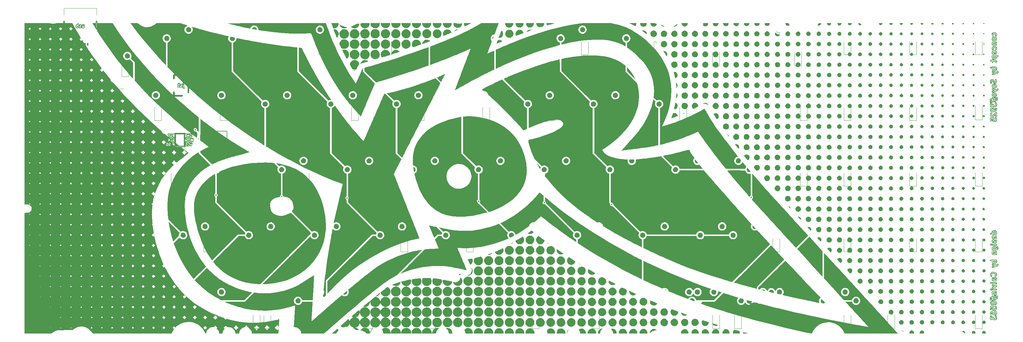
<source format=gbr>
%TF.GenerationSoftware,KiCad,Pcbnew,(7.0.0)*%
%TF.CreationDate,2023-03-06T16:52:15+01:00*%
%TF.ProjectId,qazimodo,71617a69-6d6f-4646-9f2e-6b696361645f,rev?*%
%TF.SameCoordinates,Original*%
%TF.FileFunction,Legend,Bot*%
%TF.FilePolarity,Positive*%
%FSLAX46Y46*%
G04 Gerber Fmt 4.6, Leading zero omitted, Abs format (unit mm)*
G04 Created by KiCad (PCBNEW (7.0.0)) date 2023-03-06 16:52:15*
%MOMM*%
%LPD*%
G01*
G04 APERTURE LIST*
%ADD10C,0.150000*%
%ADD11C,0.120000*%
G04 APERTURE END LIST*
D10*
%TO.C,SW_Reset1*%
X102175000Y-79950000D02*
X102175000Y-85150000D01*
X102175000Y-85150000D02*
X107375000Y-85150000D01*
X107375000Y-79950000D02*
X102175000Y-79950000D01*
X107375000Y-85150000D02*
X107375000Y-79950000D01*
X105775000Y-82550000D02*
G75*
G03*
X105775000Y-82550000I-1000000J0D01*
G01*
D11*
%TO.C,D7*%
X76787500Y-64112500D02*
X76787500Y-60262500D01*
X78787500Y-64112500D02*
X76787500Y-64112500D01*
X78787500Y-64112500D02*
X78787500Y-60262500D01*
%TO.C,D42*%
X265700000Y-114912500D02*
X265700000Y-111062500D01*
X267700000Y-114912500D02*
X265700000Y-114912500D01*
X267700000Y-114912500D02*
X267700000Y-111062500D01*
%TO.C,D48*%
X273637500Y-95862500D02*
X273637500Y-92012500D01*
X275637500Y-95862500D02*
X273637500Y-95862500D01*
X275637500Y-95862500D02*
X275637500Y-92012500D01*
%TO.C,C2*%
X69363000Y-87991836D02*
X69363000Y-87776164D01*
X70083000Y-87991836D02*
X70083000Y-87776164D01*
%TO.C,D11*%
X70437500Y-137137500D02*
X70437500Y-133287500D01*
X72437500Y-137137500D02*
X70437500Y-137137500D01*
X72437500Y-137137500D02*
X72437500Y-133287500D01*
%TO.C,D58*%
X270462500Y-137137500D02*
X270462500Y-133287500D01*
X272462500Y-137137500D02*
X270462500Y-137137500D01*
X272462500Y-137137500D02*
X272462500Y-133287500D01*
D10*
%TO.C,J2*%
X94312500Y-63675000D02*
X91912500Y-63675000D01*
X91912500Y-63675000D02*
X91912500Y-64675000D01*
X96112500Y-68675000D02*
X96112500Y-64675000D01*
X91912500Y-68675000D02*
X91912500Y-69675000D01*
X91912500Y-69675000D02*
X94312500Y-69675000D01*
D11*
%TO.C,D71*%
X324437500Y-137137500D02*
X324437500Y-133287500D01*
X326437500Y-137137500D02*
X324437500Y-137137500D01*
X326437500Y-137137500D02*
X326437500Y-133287500D01*
%TO.C,D52*%
X286337500Y-114912500D02*
X286337500Y-111062500D01*
X288337500Y-114912500D02*
X286337500Y-114912500D01*
X288337500Y-114912500D02*
X288337500Y-111062500D01*
%TO.C,D15*%
X119650000Y-114912500D02*
X119650000Y-111062500D01*
X121650000Y-114912500D02*
X119650000Y-114912500D01*
X121650000Y-114912500D02*
X121650000Y-111062500D01*
%TO.C,D38*%
X200612500Y-76812500D02*
X200612500Y-72962500D01*
X202612500Y-76812500D02*
X200612500Y-76812500D01*
X202612500Y-76812500D02*
X202612500Y-72962500D01*
%TO.C,D50*%
X238712500Y-76812500D02*
X238712500Y-72962500D01*
X240712500Y-76812500D02*
X238712500Y-76812500D01*
X240712500Y-76812500D02*
X240712500Y-72962500D01*
%TO.C,D62*%
X324437500Y-114912500D02*
X324437500Y-111062500D01*
X326437500Y-114912500D02*
X324437500Y-114912500D01*
X326437500Y-114912500D02*
X326437500Y-111062500D01*
%TO.C,D70*%
X324437500Y-57762500D02*
X324437500Y-53912500D01*
X326437500Y-57762500D02*
X324437500Y-57762500D01*
X326437500Y-57762500D02*
X326437500Y-53912500D01*
%TO.C,D16*%
X114887500Y-137137500D02*
X114887500Y-133287500D01*
X116887500Y-137137500D02*
X114887500Y-137137500D01*
X116887500Y-137137500D02*
X116887500Y-133287500D01*
%TO.C,C4*%
X86697312Y-84277810D02*
X86544809Y-84125307D01*
X87206429Y-83768693D02*
X87053926Y-83616190D01*
%TO.C,D66*%
X324437500Y-95862500D02*
X324437500Y-92012500D01*
X326437500Y-95862500D02*
X324437500Y-95862500D01*
X326437500Y-95862500D02*
X326437500Y-92012500D01*
%TO.C,D18*%
X124412500Y-76812500D02*
X124412500Y-72962500D01*
X126412500Y-76812500D02*
X124412500Y-76812500D01*
X126412500Y-76812500D02*
X126412500Y-72962500D01*
%TO.C,D61*%
X305387500Y-95862500D02*
X305387500Y-92012500D01*
X307387500Y-95862500D02*
X305387500Y-95862500D01*
X307387500Y-95862500D02*
X307387500Y-92012500D01*
%TO.C,D41*%
X213312500Y-137137500D02*
X213312500Y-133287500D01*
X215312500Y-137137500D02*
X213312500Y-137137500D01*
X215312500Y-137137500D02*
X215312500Y-133287500D01*
%TO.C,R1*%
X73786000Y-79221359D02*
X73786000Y-79528641D01*
X73026000Y-79221359D02*
X73026000Y-79528641D01*
%TO.C,R2*%
X74929000Y-79221359D02*
X74929000Y-79528641D01*
X74169000Y-79221359D02*
X74169000Y-79528641D01*
%TO.C,D34*%
X186325000Y-95862500D02*
X186325000Y-92012500D01*
X188325000Y-95862500D02*
X186325000Y-95862500D01*
X188325000Y-95862500D02*
X188325000Y-92012500D01*
%TO.C,D65*%
X305387500Y-76812500D02*
X305387500Y-72962500D01*
X307387500Y-76812500D02*
X305387500Y-76812500D01*
X307387500Y-76812500D02*
X307387500Y-72962500D01*
%TO.C,D4*%
X64784192Y-95851705D02*
X64784192Y-92001705D01*
X66784192Y-95851705D02*
X64784192Y-95851705D01*
X66784192Y-95851705D02*
X66784192Y-92001705D01*
%TO.C,D14*%
X110125000Y-95862500D02*
X110125000Y-92012500D01*
X112125000Y-95862500D02*
X110125000Y-95862500D01*
X112125000Y-95862500D02*
X112125000Y-92012500D01*
%TO.C,D47*%
X248237500Y-137137500D02*
X248237500Y-133287500D01*
X250237500Y-137137500D02*
X248237500Y-137137500D01*
X250237500Y-137137500D02*
X250237500Y-133287500D01*
%TO.C,D57*%
X305387500Y-114912500D02*
X305387500Y-111062500D01*
X307387500Y-114912500D02*
X305387500Y-114912500D01*
X307387500Y-114912500D02*
X307387500Y-111062500D01*
%TO.C,R4*%
X80735141Y-83311000D02*
X80427859Y-83311000D01*
X80735141Y-82551000D02*
X80427859Y-82551000D01*
%TO.C,D51*%
X243475000Y-95862500D02*
X243475000Y-92012500D01*
X245475000Y-95862500D02*
X243475000Y-95862500D01*
X245475000Y-95862500D02*
X245475000Y-92012500D01*
%TO.C,D49*%
X229187500Y-57762500D02*
X229187500Y-53912500D01*
X231187500Y-57762500D02*
X229187500Y-57762500D01*
X231187500Y-57762500D02*
X231187500Y-53912500D01*
%TO.C,R_USBSHIELD1*%
X71881000Y-52297359D02*
X71881000Y-52604641D01*
X71121000Y-52297359D02*
X71121000Y-52604641D01*
%TO.C,D45*%
X224425000Y-95862500D02*
X224425000Y-92012500D01*
X226425000Y-95862500D02*
X224425000Y-95862500D01*
X226425000Y-95862500D02*
X226425000Y-92012500D01*
%TO.C,C8*%
X70434810Y-81331307D02*
X70282307Y-81483810D01*
X69925693Y-80822190D02*
X69773190Y-80974693D01*
%TO.C,D17*%
X114887500Y-57762500D02*
X114887500Y-53912500D01*
X116887500Y-57762500D02*
X114887500Y-57762500D01*
X116887500Y-57762500D02*
X116887500Y-53912500D01*
%TO.C,F1*%
X70506000Y-66072936D02*
X70506000Y-67277064D01*
X68686000Y-66072936D02*
X68686000Y-67277064D01*
%TO.C,D10*%
X100600000Y-114912500D02*
X100600000Y-111062500D01*
X102600000Y-114912500D02*
X100600000Y-114912500D01*
X102600000Y-114912500D02*
X102600000Y-111062500D01*
%TO.C,R_USB1*%
X63880000Y-54583359D02*
X63880000Y-54890641D01*
X63120000Y-54583359D02*
X63120000Y-54890641D01*
%TO.C,D19*%
X129175000Y-95862500D02*
X129175000Y-92012500D01*
X131175000Y-95862500D02*
X129175000Y-95862500D01*
X131175000Y-95862500D02*
X131175000Y-92012500D01*
%TO.C,D5*%
X69515675Y-114926368D02*
X69515675Y-111076368D01*
X71515675Y-114926368D02*
X69515675Y-114926368D01*
X71515675Y-114926368D02*
X71515675Y-111076368D01*
%TO.C,R_USB2*%
X66928000Y-54583359D02*
X66928000Y-54890641D01*
X66168000Y-54583359D02*
X66168000Y-54890641D01*
%TO.C,D64*%
X286337500Y-57762500D02*
X286337500Y-53912500D01*
X288337500Y-57762500D02*
X286337500Y-57762500D01*
X288337500Y-57762500D02*
X288337500Y-53912500D01*
%TO.C,D26*%
X147590000Y-137137500D02*
X147590000Y-133287500D01*
X149590000Y-137137500D02*
X147590000Y-137137500D01*
X149590000Y-137137500D02*
X149590000Y-133287500D01*
%TO.C,D36*%
X195850000Y-137137500D02*
X195850000Y-133287500D01*
X197850000Y-137137500D02*
X195850000Y-137137500D01*
X197850000Y-137137500D02*
X197850000Y-133287500D01*
%TO.C,Y1*%
X85218106Y-88305940D02*
X82389679Y-85477513D01*
X87551559Y-85972487D02*
X85218106Y-88305940D01*
%TO.C,D22*%
X133937500Y-57762500D02*
X133937500Y-53912500D01*
X135937500Y-57762500D02*
X133937500Y-57762500D01*
X135937500Y-57762500D02*
X135937500Y-53912500D01*
%TO.C,J3*%
X60070000Y-44308000D02*
X69470000Y-44308000D01*
X60070000Y-46208000D02*
X60070000Y-44308000D01*
X60070000Y-50108000D02*
X60070000Y-48108000D01*
X69470000Y-46208000D02*
X69470000Y-44308000D01*
X69470000Y-50108000D02*
X69470000Y-48108000D01*
%TO.C,D31*%
X165687500Y-137137500D02*
X165687500Y-133287500D01*
X167687500Y-137137500D02*
X165687500Y-137137500D01*
X167687500Y-137137500D02*
X167687500Y-133287500D01*
%TO.C,D28*%
X162512500Y-76812500D02*
X162512500Y-72962500D01*
X164512500Y-76812500D02*
X162512500Y-76812500D01*
X164512500Y-76812500D02*
X164512500Y-72962500D01*
%TO.C,D72*%
X76058000Y-67655000D02*
X77358000Y-67655000D01*
X77358000Y-70775000D02*
X75358000Y-70775000D01*
%TO.C,D63*%
X286337500Y-137137500D02*
X286337500Y-133287500D01*
X288337500Y-137137500D02*
X286337500Y-137137500D01*
X288337500Y-137137500D02*
X288337500Y-133287500D01*
%TO.C,D44*%
X219662500Y-76812500D02*
X219662500Y-72962500D01*
X221662500Y-76812500D02*
X219662500Y-76812500D01*
X221662500Y-76812500D02*
X221662500Y-72962500D01*
%TO.C,D68*%
X305387500Y-57762500D02*
X305387500Y-53912500D01*
X307387500Y-57762500D02*
X305387500Y-57762500D01*
X307387500Y-57762500D02*
X307387500Y-53912500D01*
%TO.C,G\u002A\u002A\u002A*%
G36*
X257784000Y-128814226D02*
G01*
X257762833Y-128835357D01*
X257741666Y-128814226D01*
X257762833Y-128793094D01*
X257784000Y-128814226D01*
G37*
G36*
X159020333Y-56417886D02*
G01*
X158999166Y-56439018D01*
X158978000Y-56417886D01*
X158999166Y-56396755D01*
X159020333Y-56417886D01*
G37*
G36*
X158893333Y-56460149D02*
G01*
X158872166Y-56481281D01*
X158851000Y-56460149D01*
X158872166Y-56439018D01*
X158893333Y-56460149D01*
G37*
G36*
X158766333Y-56502412D02*
G01*
X158745166Y-56523544D01*
X158724000Y-56502412D01*
X158745166Y-56481281D01*
X158766333Y-56502412D01*
G37*
G36*
X150003333Y-136970965D02*
G01*
X149982166Y-136992096D01*
X149961000Y-136970965D01*
X149982166Y-136949833D01*
X150003333Y-136970965D01*
G37*
G36*
X266504666Y-126891264D02*
G01*
X266501611Y-126913638D01*
X266476444Y-126919439D01*
X266471378Y-126913245D01*
X266476444Y-126863089D01*
X266489177Y-126856477D01*
X266504666Y-126891264D01*
G37*
G36*
X199194666Y-92320216D02*
G01*
X199191611Y-92342590D01*
X199166444Y-92348391D01*
X199161378Y-92342197D01*
X199166444Y-92292041D01*
X199179177Y-92285429D01*
X199194666Y-92320216D01*
G37*
G36*
X267671279Y-98872866D02*
G01*
X267711166Y-98913228D01*
X267719052Y-98928191D01*
X267716163Y-98955490D01*
X267708720Y-98953589D01*
X267668833Y-98913228D01*
X267660948Y-98898264D01*
X267663836Y-98870965D01*
X267671279Y-98872866D01*
G37*
G36*
X243571170Y-129343260D02*
G01*
X243588444Y-129357992D01*
X243536408Y-129402451D01*
X243475045Y-129439676D01*
X243435420Y-129440338D01*
X243452426Y-129387587D01*
X243472814Y-129367023D01*
X243549423Y-129342512D01*
X243571170Y-129343260D01*
G37*
G36*
X135286522Y-128375771D02*
G01*
X135310411Y-128416831D01*
X135262866Y-128488802D01*
X135224521Y-128524323D01*
X135193146Y-128527803D01*
X135186666Y-128454991D01*
X135198452Y-128405700D01*
X135250166Y-128370466D01*
X135286522Y-128375771D01*
G37*
G36*
X273264729Y-104718509D02*
G01*
X273457132Y-104783588D01*
X273636806Y-104898835D01*
X273774938Y-105049011D01*
X273861724Y-105228950D01*
X273901565Y-105455954D01*
X273917841Y-105696422D01*
X272989625Y-104724376D01*
X273136058Y-104711125D01*
X273264729Y-104718509D01*
G37*
G36*
X215582917Y-106859936D02*
G01*
X215646820Y-106895761D01*
X215734056Y-106965421D01*
X215852833Y-107072190D01*
X215694083Y-106982378D01*
X215670866Y-106969127D01*
X215568448Y-106904645D01*
X215538086Y-106869373D01*
X215575306Y-106858652D01*
X215582917Y-106859936D01*
G37*
G36*
X281300302Y-130061131D02*
G01*
X281344643Y-130112432D01*
X281350311Y-130140638D01*
X281296144Y-130144860D01*
X281249265Y-130140002D01*
X281160579Y-130109432D01*
X281127990Y-130073144D01*
X281164737Y-130025703D01*
X281174494Y-130018144D01*
X281231922Y-130005732D01*
X281300302Y-130061131D01*
G37*
G36*
X223853833Y-61845408D02*
G01*
X224116253Y-62151761D01*
X224715542Y-62925444D01*
X225233681Y-63710806D01*
X225672981Y-64511231D01*
X225871797Y-64912728D01*
X224660399Y-63706813D01*
X223449000Y-62500898D01*
X223460917Y-61956713D01*
X223472833Y-61412528D01*
X223853833Y-61845408D01*
G37*
G36*
X91952530Y-80977875D02*
G01*
X91964333Y-81057154D01*
X91961827Y-81106111D01*
X91932280Y-81153463D01*
X91847916Y-81155053D01*
X91759528Y-81126298D01*
X91731500Y-81057154D01*
X91757120Y-80990036D01*
X91847916Y-80959256D01*
X91899438Y-80955733D01*
X91952530Y-80977875D01*
G37*
G36*
X303419333Y-48750422D02*
G01*
X303397276Y-48859646D01*
X303295590Y-49003999D01*
X303253940Y-49042841D01*
X303140342Y-49109718D01*
X302996000Y-49127537D01*
X302863260Y-49106591D01*
X302714880Y-49026124D01*
X302611485Y-48901583D01*
X302572666Y-48750422D01*
X302572666Y-48620382D01*
X303419333Y-48620382D01*
X303419333Y-48750422D01*
G37*
G36*
X285624811Y-48777877D02*
G01*
X285592774Y-48900858D01*
X285480103Y-49086690D01*
X285297657Y-49224842D01*
X285214692Y-49260346D01*
X285017042Y-49287932D01*
X284827778Y-49244395D01*
X284662639Y-49138308D01*
X284537365Y-48978243D01*
X284467693Y-48772773D01*
X284442922Y-48620382D01*
X285650411Y-48620382D01*
X285624811Y-48777877D01*
G37*
G36*
X144690500Y-62278178D02*
G01*
X144436500Y-62355823D01*
X144375055Y-62374341D01*
X144212364Y-62418160D01*
X144109158Y-62433185D01*
X144050229Y-62420316D01*
X144020369Y-62380452D01*
X144018841Y-62376245D01*
X144023015Y-62325807D01*
X144083053Y-62293780D01*
X144208329Y-62277608D01*
X144408212Y-62274738D01*
X144690500Y-62278178D01*
G37*
G36*
X327133250Y-69441408D02*
G01*
X327198043Y-69548864D01*
X327201457Y-69681026D01*
X327140605Y-69801331D01*
X327068013Y-69855035D01*
X326946472Y-69876174D01*
X326828046Y-69839546D01*
X326738267Y-69754999D01*
X326702666Y-69632385D01*
X326711693Y-69562102D01*
X326776599Y-69449110D01*
X326884266Y-69384335D01*
X327011035Y-69378270D01*
X327133250Y-69441408D01*
G37*
G36*
X327133250Y-66440743D02*
G01*
X327198043Y-66548198D01*
X327201457Y-66680360D01*
X327140605Y-66800665D01*
X327068013Y-66854369D01*
X326946472Y-66875508D01*
X326828046Y-66838880D01*
X326738267Y-66754334D01*
X326702666Y-66631719D01*
X326711693Y-66561436D01*
X326776599Y-66448444D01*
X326884266Y-66383669D01*
X327011035Y-66377605D01*
X327133250Y-66440743D01*
G37*
G36*
X326977598Y-60455035D02*
G01*
X327084657Y-60500293D01*
X327148447Y-60592741D01*
X327157866Y-60705130D01*
X327101809Y-60810209D01*
X327049821Y-60848038D01*
X326956666Y-60876622D01*
X326870114Y-60852138D01*
X326781726Y-60771367D01*
X326745000Y-60665307D01*
X326769524Y-60578899D01*
X326850430Y-60490658D01*
X326956666Y-60453993D01*
X326977598Y-60455035D01*
G37*
G36*
X326977598Y-57454369D02*
G01*
X327084657Y-57499627D01*
X327148447Y-57592076D01*
X327157866Y-57704464D01*
X327101809Y-57809543D01*
X327049821Y-57847373D01*
X326956666Y-57875956D01*
X326870114Y-57851473D01*
X326781726Y-57770701D01*
X326745000Y-57664642D01*
X326769524Y-57578233D01*
X326850430Y-57489992D01*
X326956666Y-57453327D01*
X326977598Y-57454369D01*
G37*
G36*
X327041183Y-48623879D02*
G01*
X327108207Y-48645970D01*
X327126000Y-48696456D01*
X327119935Y-48738447D01*
X327075200Y-48823244D01*
X327045555Y-48845763D01*
X326956666Y-48873960D01*
X326909400Y-48866242D01*
X326822593Y-48801792D01*
X326787333Y-48696456D01*
X326795116Y-48658486D01*
X326844290Y-48628376D01*
X326956666Y-48620382D01*
X327041183Y-48623879D01*
G37*
G36*
X324127583Y-60481675D02*
G01*
X324192376Y-60589130D01*
X324195790Y-60721292D01*
X324134939Y-60841597D01*
X324062347Y-60895301D01*
X323940805Y-60916440D01*
X323822379Y-60879812D01*
X323732600Y-60795265D01*
X323697000Y-60672651D01*
X323706027Y-60602368D01*
X323770933Y-60489376D01*
X323878599Y-60424601D01*
X324005368Y-60418537D01*
X324127583Y-60481675D01*
G37*
G36*
X324127583Y-57481009D02*
G01*
X324192376Y-57588464D01*
X324195790Y-57720626D01*
X324134939Y-57840931D01*
X324062347Y-57894635D01*
X323940805Y-57915775D01*
X323822379Y-57879146D01*
X323732600Y-57794600D01*
X323697000Y-57671985D01*
X323706027Y-57601703D01*
X323770933Y-57488710D01*
X323878599Y-57423936D01*
X324005368Y-57417871D01*
X324127583Y-57481009D01*
G37*
G36*
X321164250Y-51479678D02*
G01*
X321229043Y-51587133D01*
X321232457Y-51719295D01*
X321171605Y-51839600D01*
X321099013Y-51893304D01*
X320977472Y-51914444D01*
X320859046Y-51877815D01*
X320769267Y-51793269D01*
X320733666Y-51670654D01*
X320742693Y-51600371D01*
X320807599Y-51487379D01*
X320915266Y-51422605D01*
X321042035Y-51416540D01*
X321164250Y-51479678D01*
G37*
G36*
X309388333Y-48729291D02*
G01*
X309388186Y-48735345D01*
X309351679Y-48846114D01*
X309264590Y-48961736D01*
X309199930Y-49017411D01*
X309049735Y-49083019D01*
X308898272Y-49064461D01*
X308750077Y-48961736D01*
X308743363Y-48954905D01*
X308658918Y-48838469D01*
X308626333Y-48729291D01*
X308626333Y-48620382D01*
X309388333Y-48620382D01*
X309388333Y-48729291D01*
G37*
G36*
X300484515Y-48773544D02*
G01*
X300462675Y-48861083D01*
X300368720Y-49024939D01*
X300223166Y-49132009D01*
X300163487Y-49150158D01*
X300001207Y-49154076D01*
X299835464Y-49112511D01*
X299707394Y-49033331D01*
X299701912Y-49027667D01*
X299626581Y-48911834D01*
X299581314Y-48776596D01*
X299555922Y-48620382D01*
X300509411Y-48620382D01*
X300484515Y-48773544D01*
G37*
G36*
X288590544Y-48793588D02*
G01*
X288543907Y-48948282D01*
X288434031Y-49108908D01*
X288285166Y-49216303D01*
X288251935Y-49226428D01*
X288135665Y-49240086D01*
X287995484Y-49238640D01*
X287888332Y-49221844D01*
X287706165Y-49137691D01*
X287578647Y-48993100D01*
X287514454Y-48796053D01*
X287490852Y-48620382D01*
X288613814Y-48620382D01*
X288590544Y-48793588D01*
G37*
G36*
X282633666Y-48749270D02*
G01*
X282610437Y-48897827D01*
X282517133Y-49077481D01*
X282367028Y-49213774D01*
X282224331Y-49271552D01*
X282041000Y-49296273D01*
X281960361Y-49291528D01*
X281756368Y-49231797D01*
X281594135Y-49113298D01*
X281487008Y-48948350D01*
X281448333Y-48749270D01*
X281448333Y-48620382D01*
X282633666Y-48620382D01*
X282633666Y-48749270D01*
G37*
G36*
X259611583Y-98940909D02*
G01*
X259670035Y-99026142D01*
X259685090Y-99143192D01*
X259638200Y-99242878D01*
X259580570Y-99275143D01*
X259477333Y-99293594D01*
X259473736Y-99293574D01*
X259347968Y-99260259D01*
X259277319Y-99177637D01*
X259270376Y-99066653D01*
X259335728Y-98948253D01*
X259395011Y-98897558D01*
X259499666Y-98877283D01*
X259611583Y-98940909D01*
G37*
G36*
X234418817Y-125837244D02*
G01*
X234575165Y-125869713D01*
X234726875Y-125935492D01*
X234833933Y-126018328D01*
X234867028Y-126061876D01*
X234867522Y-126081082D01*
X234823422Y-126072462D01*
X234723811Y-126033829D01*
X234557773Y-125962996D01*
X234442864Y-125911760D01*
X234358025Y-125867225D01*
X234341105Y-125843634D01*
X234385610Y-125836207D01*
X234418817Y-125837244D01*
G37*
G36*
X219070166Y-100976420D02*
G01*
X219107665Y-101000507D01*
X219167930Y-101095883D01*
X219175754Y-101212432D01*
X219125200Y-101313760D01*
X219067570Y-101346025D01*
X218964333Y-101364475D01*
X218867803Y-101349721D01*
X218781235Y-101277471D01*
X218752666Y-101143802D01*
X218762498Y-101080117D01*
X218828719Y-100989344D01*
X218938640Y-100950896D01*
X219070166Y-100976420D01*
G37*
G36*
X199512166Y-100469265D02*
G01*
X199549665Y-100493352D01*
X199609930Y-100588728D01*
X199617754Y-100705277D01*
X199567200Y-100806605D01*
X199509570Y-100838870D01*
X199406333Y-100857321D01*
X199309803Y-100842566D01*
X199223235Y-100770316D01*
X199194666Y-100636648D01*
X199204498Y-100572962D01*
X199270719Y-100482189D01*
X199380640Y-100443741D01*
X199512166Y-100469265D01*
G37*
G36*
X180462166Y-100088899D02*
G01*
X180499665Y-100112986D01*
X180559930Y-100208362D01*
X180567754Y-100324911D01*
X180517200Y-100426239D01*
X180459570Y-100458504D01*
X180356333Y-100476955D01*
X180259803Y-100462200D01*
X180173235Y-100389950D01*
X180144666Y-100256282D01*
X180154498Y-100192596D01*
X180220719Y-100101823D01*
X180330640Y-100063375D01*
X180462166Y-100088899D01*
G37*
G36*
X142364726Y-99126663D02*
G01*
X142381963Y-99144860D01*
X142419793Y-99244306D01*
X142417888Y-99362308D01*
X142374866Y-99454193D01*
X142289046Y-99498983D01*
X142171517Y-99489705D01*
X142064673Y-99419103D01*
X142023827Y-99353318D01*
X142017985Y-99249180D01*
X142066619Y-99157423D01*
X142152264Y-99095070D01*
X142257455Y-99079143D01*
X142364726Y-99126663D01*
G37*
G36*
X104159931Y-98279304D02*
G01*
X104285698Y-98312619D01*
X104356348Y-98395241D01*
X104363291Y-98506225D01*
X104297939Y-98624625D01*
X104238655Y-98675319D01*
X104134000Y-98695595D01*
X104022083Y-98631969D01*
X104002356Y-98612360D01*
X103945442Y-98501893D01*
X103958098Y-98393889D01*
X104031377Y-98311853D01*
X104156333Y-98279284D01*
X104159931Y-98279304D01*
G37*
G36*
X98277762Y-79316068D02*
G01*
X98368495Y-79385629D01*
X98399000Y-79514559D01*
X98387318Y-79596129D01*
X98348200Y-79675158D01*
X98290570Y-79707423D01*
X98187333Y-79725873D01*
X98096905Y-79713050D01*
X98006171Y-79643489D01*
X97975666Y-79514559D01*
X97988511Y-79424281D01*
X98058188Y-79333698D01*
X98187333Y-79303244D01*
X98277762Y-79316068D01*
G37*
G36*
X327028612Y-54519471D02*
G01*
X327094012Y-54546543D01*
X327118764Y-54614221D01*
X327122299Y-54683915D01*
X327108472Y-54775407D01*
X327063881Y-54816764D01*
X326946374Y-54825162D01*
X326855841Y-54808845D01*
X326816307Y-54764378D01*
X326808500Y-54663976D01*
X326808518Y-54652717D01*
X326816634Y-54559510D01*
X326857361Y-54522599D01*
X326956666Y-54516056D01*
X327028612Y-54519471D01*
G37*
G36*
X327028612Y-51518806D02*
G01*
X327094012Y-51545877D01*
X327118764Y-51613556D01*
X327122299Y-51683249D01*
X327108472Y-51774741D01*
X327063881Y-51816099D01*
X326946374Y-51824496D01*
X326855841Y-51808179D01*
X326816307Y-51763713D01*
X326808500Y-51663311D01*
X326808518Y-51652052D01*
X326816634Y-51558845D01*
X326857361Y-51521933D01*
X326956666Y-51515391D01*
X327028612Y-51518806D01*
G37*
G36*
X324195595Y-137862979D02*
G01*
X324349383Y-137964220D01*
X324459690Y-138111793D01*
X324513089Y-138292119D01*
X324496155Y-138491618D01*
X324455020Y-138640349D01*
X323531646Y-138640349D01*
X323490511Y-138491618D01*
X323482148Y-138456946D01*
X323479281Y-138257029D01*
X323547143Y-138074965D01*
X323675122Y-137929829D01*
X323852606Y-137840696D01*
X324011752Y-137821649D01*
X324195595Y-137862979D01*
G37*
G36*
X123291779Y-98682290D02*
G01*
X123382377Y-98744965D01*
X123418000Y-98848927D01*
X123415967Y-98892234D01*
X123394585Y-98934649D01*
X123331929Y-98952098D01*
X123206333Y-98955490D01*
X123120313Y-98954467D01*
X123036065Y-98943702D01*
X123001405Y-98912158D01*
X122994666Y-98848927D01*
X123012780Y-98769378D01*
X123100500Y-98694223D01*
X123170612Y-98672795D01*
X123291779Y-98682290D01*
G37*
G36*
X95495901Y-80976177D02*
G01*
X95514563Y-81064331D01*
X95520333Y-81226206D01*
X95517208Y-81361478D01*
X95508581Y-81462358D01*
X95496383Y-81500915D01*
X95466014Y-81492293D01*
X95390550Y-81457165D01*
X95363086Y-81438473D01*
X95320818Y-81364785D01*
X95308666Y-81233172D01*
X95321804Y-81098756D01*
X95374608Y-80989126D01*
X95465300Y-80951497D01*
X95495901Y-80976177D01*
G37*
G36*
X323992186Y-48620642D02*
G01*
X324100587Y-48628402D01*
X324150569Y-48652849D01*
X324162666Y-48701889D01*
X324150826Y-48759984D01*
X324096143Y-48849809D01*
X324044154Y-48887639D01*
X323951000Y-48916223D01*
X323863740Y-48891493D01*
X323775708Y-48809899D01*
X323739333Y-48701889D01*
X323740008Y-48686030D01*
X323760160Y-48644288D01*
X323823646Y-48625041D01*
X323951000Y-48620382D01*
X323992186Y-48620642D01*
G37*
G36*
X315067680Y-48620610D02*
G01*
X315185069Y-48625024D01*
X315246049Y-48640582D01*
X315269091Y-48674320D01*
X315272666Y-48733277D01*
X315257004Y-48821496D01*
X315202605Y-48923460D01*
X315141149Y-48966894D01*
X315010721Y-48998165D01*
X314870066Y-48986346D01*
X314757417Y-48930804D01*
X314706496Y-48854939D01*
X314680000Y-48740621D01*
X314680000Y-48620382D01*
X314976333Y-48620382D01*
X315067680Y-48620610D01*
G37*
G36*
X264811333Y-48783184D02*
G01*
X264811140Y-48796102D01*
X264766046Y-48988532D01*
X264650254Y-49172200D01*
X264475982Y-49327280D01*
X264312129Y-49399553D01*
X264100641Y-49427970D01*
X263887758Y-49403879D01*
X263707351Y-49327280D01*
X263693885Y-49318037D01*
X263523206Y-49160383D01*
X263411838Y-48975490D01*
X263372000Y-48783184D01*
X263372000Y-48620382D01*
X264811333Y-48620382D01*
X264811333Y-48783184D01*
G37*
G36*
X258884450Y-48778868D02*
G01*
X258878060Y-48853810D01*
X258811909Y-49047035D01*
X258687164Y-49226444D01*
X258520181Y-49365688D01*
X258504050Y-49375149D01*
X258291075Y-49454486D01*
X258069542Y-49465881D01*
X257854512Y-49417029D01*
X257661048Y-49315629D01*
X257504211Y-49169378D01*
X257399063Y-48985974D01*
X257360666Y-48773114D01*
X257360666Y-48620382D01*
X258884666Y-48620382D01*
X258884450Y-48778868D01*
G37*
G36*
X252556750Y-80793728D02*
G01*
X252653133Y-80856107D01*
X252797570Y-80990828D01*
X252922187Y-81151704D01*
X253009659Y-81315078D01*
X253042666Y-81457294D01*
X253041826Y-81475852D01*
X253029863Y-81494716D01*
X252996446Y-81470390D01*
X252932373Y-81394307D01*
X252828440Y-81257903D01*
X252729338Y-81125691D01*
X252621041Y-80981332D01*
X252538521Y-80871461D01*
X252430667Y-80728031D01*
X252556750Y-80793728D01*
G37*
G36*
X252915666Y-48769986D02*
G01*
X252905865Y-48880541D01*
X252827670Y-49097465D01*
X252679501Y-49288037D01*
X252471166Y-49437527D01*
X252319927Y-49490052D01*
X252101243Y-49505811D01*
X251875218Y-49471008D01*
X251669863Y-49390562D01*
X251513188Y-49269389D01*
X251430201Y-49155510D01*
X251340461Y-48960233D01*
X251307000Y-48770401D01*
X251307000Y-48620382D01*
X252915666Y-48620382D01*
X252915666Y-48769986D01*
G37*
G36*
X209403527Y-118266457D02*
G01*
X209525941Y-118329844D01*
X209701677Y-118433701D01*
X209799649Y-118494710D01*
X209924265Y-118574750D01*
X210004583Y-118629629D01*
X210026563Y-118650000D01*
X210001940Y-118647684D01*
X209888682Y-118614083D01*
X209743789Y-118551120D01*
X209596459Y-118472481D01*
X209475891Y-118391855D01*
X209396925Y-118326654D01*
X209334947Y-118264107D01*
X209338505Y-118244293D01*
X209403527Y-118266457D01*
G37*
G36*
X200311621Y-112213536D02*
G01*
X200379354Y-112251694D01*
X200490780Y-112324744D01*
X200629787Y-112422378D01*
X200702323Y-112475396D01*
X200830729Y-112574587D01*
X200890494Y-112630419D01*
X200881340Y-112641755D01*
X200802990Y-112607457D01*
X200655166Y-112526385D01*
X200608865Y-112498795D01*
X200477973Y-112409806D01*
X200372225Y-112322843D01*
X200307361Y-112251859D01*
X200299120Y-112210804D01*
X200311621Y-112213536D01*
G37*
G36*
X190299805Y-112283512D02*
G01*
X190243750Y-112350869D01*
X190142262Y-112435926D01*
X190011223Y-112525679D01*
X189866513Y-112607127D01*
X189695759Y-112687768D01*
X189592859Y-112726367D01*
X189560688Y-112723286D01*
X189598949Y-112680471D01*
X189707340Y-112599869D01*
X189885563Y-112483424D01*
X190026286Y-112396929D01*
X190163940Y-112316587D01*
X190260648Y-112265180D01*
X190301306Y-112251145D01*
X190299805Y-112283512D01*
G37*
G36*
X327155021Y-78380828D02*
G01*
X327157253Y-78382938D01*
X327238268Y-78509770D01*
X327239585Y-78648672D01*
X327160954Y-78782800D01*
X327158840Y-78785028D01*
X327031797Y-78865908D01*
X326892663Y-78867223D01*
X326758312Y-78788722D01*
X326756080Y-78786612D01*
X326675065Y-78659780D01*
X326673748Y-78520878D01*
X326752379Y-78386750D01*
X326754493Y-78384522D01*
X326881536Y-78303642D01*
X327020670Y-78302327D01*
X327155021Y-78380828D01*
G37*
G36*
X327155021Y-75380162D02*
G01*
X327157253Y-75382273D01*
X327238268Y-75509104D01*
X327239585Y-75648006D01*
X327160954Y-75782134D01*
X327158840Y-75784362D01*
X327031797Y-75865243D01*
X326892663Y-75866557D01*
X326758312Y-75788057D01*
X326756080Y-75785946D01*
X326675065Y-75659115D01*
X326673748Y-75520213D01*
X326752379Y-75386085D01*
X326754493Y-75383857D01*
X326881536Y-75302976D01*
X327020670Y-75301662D01*
X327155021Y-75380162D01*
G37*
G36*
X327067474Y-99147141D02*
G01*
X327201365Y-99233026D01*
X327299537Y-99360376D01*
X327337666Y-99504908D01*
X327314178Y-99620955D01*
X327213923Y-99761736D01*
X327102615Y-99847558D01*
X326956666Y-99885274D01*
X326845859Y-99862675D01*
X326711968Y-99776790D01*
X326613796Y-99649440D01*
X326575666Y-99504908D01*
X326598303Y-99394285D01*
X326684331Y-99260617D01*
X326811894Y-99162608D01*
X326956666Y-99124542D01*
X327067474Y-99147141D01*
G37*
G36*
X327067474Y-96146475D02*
G01*
X327201365Y-96232360D01*
X327299537Y-96359711D01*
X327337666Y-96504243D01*
X327314178Y-96620289D01*
X327213923Y-96761071D01*
X327102615Y-96846893D01*
X326956666Y-96884609D01*
X326845859Y-96862010D01*
X326711968Y-96776125D01*
X326613796Y-96648774D01*
X326575666Y-96504243D01*
X326598303Y-96393619D01*
X326684331Y-96259951D01*
X326811894Y-96161943D01*
X326956666Y-96123876D01*
X327067474Y-96146475D01*
G37*
G36*
X327001167Y-90209885D02*
G01*
X327142147Y-90263147D01*
X327240331Y-90367883D01*
X327287051Y-90502953D01*
X327273638Y-90647218D01*
X327191424Y-90779541D01*
X327105246Y-90843769D01*
X326956666Y-90883277D01*
X326893464Y-90876174D01*
X326755971Y-90809455D01*
X326656378Y-90691363D01*
X326618000Y-90545174D01*
X326625115Y-90482077D01*
X326691945Y-90344813D01*
X326810234Y-90245386D01*
X326956666Y-90207071D01*
X327001167Y-90209885D01*
G37*
G36*
X327063259Y-72330155D02*
G01*
X327158425Y-72396108D01*
X327217413Y-72509565D01*
X327223322Y-72638350D01*
X327175600Y-72755856D01*
X327073699Y-72835477D01*
X327010218Y-72860829D01*
X326970006Y-72876605D01*
X326928674Y-72874177D01*
X326842146Y-72831535D01*
X326755925Y-72762417D01*
X326702955Y-72689859D01*
X326682977Y-72594364D01*
X326711063Y-72461882D01*
X326795288Y-72362223D01*
X326918428Y-72312582D01*
X327063259Y-72330155D01*
G37*
G36*
X327062933Y-81304003D02*
G01*
X327175583Y-81359545D01*
X327219089Y-81420899D01*
X327250413Y-81551110D01*
X327238573Y-81691530D01*
X327182939Y-81803993D01*
X327121482Y-81847426D01*
X326991054Y-81878698D01*
X326850400Y-81866878D01*
X326737750Y-81811336D01*
X326694244Y-81749982D01*
X326662920Y-81619771D01*
X326674760Y-81479351D01*
X326730394Y-81366888D01*
X326791851Y-81323455D01*
X326922279Y-81292183D01*
X327062933Y-81304003D01*
G37*
G36*
X327095111Y-108084577D02*
G01*
X327241454Y-108180328D01*
X327314722Y-108279936D01*
X327358755Y-108440823D01*
X327335469Y-108603873D01*
X327249338Y-108747200D01*
X327104833Y-108848917D01*
X326981494Y-108876305D01*
X326824964Y-108847886D01*
X326688859Y-108760634D01*
X326592804Y-108628302D01*
X326556424Y-108464642D01*
X326577166Y-108331804D01*
X326658834Y-108191111D01*
X326784948Y-108097793D01*
X326936658Y-108059674D01*
X327095111Y-108084577D01*
G37*
G36*
X327063983Y-93176796D02*
G01*
X327199121Y-93261526D01*
X327246241Y-93318412D01*
X327302373Y-93465219D01*
X327287256Y-93615341D01*
X327205695Y-93748295D01*
X327062500Y-93843596D01*
X326996590Y-93859618D01*
X326858443Y-93839123D01*
X326731984Y-93761859D01*
X326639653Y-93644464D01*
X326603889Y-93503577D01*
X326609084Y-93442288D01*
X326668557Y-93302090D01*
X326777999Y-93205496D01*
X326916708Y-93160925D01*
X327063983Y-93176796D01*
G37*
G36*
X324191688Y-69421094D02*
G01*
X324193920Y-69423204D01*
X324274935Y-69550036D01*
X324276251Y-69688938D01*
X324197621Y-69823066D01*
X324195506Y-69825294D01*
X324068463Y-69906175D01*
X323929330Y-69907489D01*
X323794978Y-69828989D01*
X323792747Y-69826878D01*
X323711731Y-69700046D01*
X323710415Y-69561145D01*
X323789046Y-69427016D01*
X323791160Y-69424788D01*
X323918203Y-69343908D01*
X324057336Y-69342594D01*
X324191688Y-69421094D01*
G37*
G36*
X324191688Y-66420428D02*
G01*
X324193920Y-66422539D01*
X324274935Y-66549371D01*
X324276251Y-66688272D01*
X324197621Y-66822401D01*
X324195506Y-66824629D01*
X324068463Y-66905509D01*
X323929330Y-66906823D01*
X323794978Y-66828323D01*
X323792747Y-66826213D01*
X323711731Y-66699381D01*
X323710415Y-66560479D01*
X323789046Y-66426351D01*
X323791160Y-66424123D01*
X323918203Y-66343242D01*
X324057336Y-66341928D01*
X324191688Y-66420428D01*
G37*
G36*
X324007709Y-51463904D02*
G01*
X324096143Y-51518409D01*
X324134035Y-51570312D01*
X324162666Y-51663311D01*
X324150739Y-51719926D01*
X324096143Y-51808212D01*
X324044154Y-51846042D01*
X323951000Y-51874625D01*
X323894290Y-51862718D01*
X323805857Y-51808212D01*
X323767964Y-51756310D01*
X323739333Y-51663311D01*
X323751260Y-51606695D01*
X323805857Y-51518409D01*
X323857846Y-51480580D01*
X323951000Y-51451996D01*
X324007709Y-51463904D01*
G37*
G36*
X324104141Y-90187407D02*
G01*
X324238031Y-90273292D01*
X324336204Y-90400643D01*
X324374333Y-90545174D01*
X324350845Y-90661221D01*
X324250590Y-90802003D01*
X324139282Y-90887825D01*
X323993333Y-90925540D01*
X323882525Y-90902942D01*
X323748635Y-90817056D01*
X323650463Y-90689706D01*
X323612333Y-90545174D01*
X323634970Y-90434551D01*
X323720998Y-90300883D01*
X323848561Y-90202874D01*
X323993333Y-90164808D01*
X324104141Y-90187407D01*
G37*
G36*
X324037834Y-81250151D02*
G01*
X324178813Y-81303413D01*
X324276997Y-81408149D01*
X324323717Y-81543219D01*
X324310305Y-81687485D01*
X324228091Y-81819808D01*
X324141913Y-81884036D01*
X323993333Y-81923544D01*
X323930131Y-81916440D01*
X323792638Y-81849721D01*
X323693045Y-81731630D01*
X323654666Y-81585441D01*
X323661782Y-81522343D01*
X323728612Y-81385079D01*
X323846900Y-81285652D01*
X323993333Y-81247337D01*
X324037834Y-81250151D01*
G37*
G36*
X324098157Y-93136749D02*
G01*
X324239722Y-93209974D01*
X324335045Y-93329646D01*
X324376042Y-93476283D01*
X324354630Y-93630402D01*
X324262727Y-93772523D01*
X324148462Y-93855022D01*
X323993333Y-93883943D01*
X323888510Y-93870405D01*
X323746944Y-93797180D01*
X323651621Y-93677508D01*
X323610624Y-93530871D01*
X323632036Y-93376752D01*
X323723939Y-93234631D01*
X323838204Y-93152132D01*
X323993333Y-93123211D01*
X324098157Y-93136749D01*
G37*
G36*
X324099926Y-63370421D02*
G01*
X324195092Y-63436374D01*
X324254080Y-63549831D01*
X324259988Y-63678616D01*
X324212267Y-63796123D01*
X324110366Y-63875743D01*
X324046885Y-63901095D01*
X324006672Y-63916871D01*
X323965340Y-63914443D01*
X323878813Y-63871802D01*
X323792592Y-63802683D01*
X323739622Y-63730125D01*
X323719644Y-63634631D01*
X323747730Y-63502148D01*
X323831955Y-63402489D01*
X323955095Y-63352849D01*
X324099926Y-63370421D01*
G37*
G36*
X324099600Y-72302006D02*
G01*
X324212250Y-72357548D01*
X324255755Y-72418902D01*
X324287079Y-72549114D01*
X324275240Y-72689534D01*
X324219605Y-72801996D01*
X324158149Y-72845429D01*
X324027721Y-72876701D01*
X323887066Y-72864881D01*
X323774417Y-72809340D01*
X323730911Y-72747986D01*
X323699587Y-72617774D01*
X323711427Y-72477354D01*
X323767061Y-72364891D01*
X323828517Y-72321458D01*
X323958946Y-72290187D01*
X324099600Y-72302006D01*
G37*
G36*
X324100650Y-84217062D02*
G01*
X324235788Y-84301792D01*
X324282907Y-84358678D01*
X324339040Y-84505485D01*
X324323922Y-84655607D01*
X324242362Y-84788561D01*
X324099166Y-84883862D01*
X324033257Y-84899885D01*
X323895110Y-84879389D01*
X323768651Y-84802125D01*
X323676319Y-84684731D01*
X323640555Y-84543843D01*
X323645751Y-84482554D01*
X323705224Y-84342356D01*
X323814666Y-84245762D01*
X323953375Y-84201192D01*
X324100650Y-84217062D01*
G37*
G36*
X321186021Y-60461360D02*
G01*
X321188253Y-60463471D01*
X321269268Y-60590302D01*
X321270585Y-60729204D01*
X321191954Y-60863332D01*
X321189840Y-60865560D01*
X321062797Y-60946441D01*
X320923663Y-60947755D01*
X320789312Y-60869255D01*
X320787080Y-60867144D01*
X320706065Y-60740313D01*
X320704748Y-60601411D01*
X320783379Y-60467283D01*
X320785493Y-60465055D01*
X320912536Y-60384174D01*
X321051670Y-60382860D01*
X321186021Y-60461360D01*
G37*
G36*
X321109633Y-54418824D02*
G01*
X321209344Y-54502986D01*
X321258937Y-54626025D01*
X321241234Y-54770768D01*
X321192964Y-54847955D01*
X321104699Y-54916009D01*
X321041218Y-54941362D01*
X321001006Y-54957138D01*
X320965980Y-54947703D01*
X320883830Y-54918312D01*
X320783528Y-54848859D01*
X320725045Y-54734614D01*
X320721714Y-54606180D01*
X320773677Y-54489543D01*
X320881074Y-54410687D01*
X320976979Y-54390712D01*
X321109633Y-54418824D01*
G37*
G36*
X321098474Y-84186076D02*
G01*
X321232365Y-84271961D01*
X321330537Y-84399312D01*
X321368666Y-84543843D01*
X321345178Y-84659890D01*
X321244923Y-84800672D01*
X321133615Y-84886493D01*
X320987666Y-84924209D01*
X320876859Y-84901610D01*
X320742968Y-84815725D01*
X320644796Y-84688375D01*
X320606666Y-84543843D01*
X320629303Y-84433220D01*
X320715331Y-84299552D01*
X320842894Y-84201543D01*
X320987666Y-84163477D01*
X321098474Y-84186076D01*
G37*
G36*
X321098474Y-81227673D02*
G01*
X321232365Y-81313558D01*
X321330537Y-81440909D01*
X321368666Y-81585441D01*
X321345178Y-81701487D01*
X321244923Y-81842269D01*
X321133615Y-81928091D01*
X320987666Y-81965807D01*
X320876859Y-81943208D01*
X320742968Y-81857323D01*
X320644796Y-81729972D01*
X320606666Y-81585441D01*
X320629303Y-81474817D01*
X320715331Y-81341149D01*
X320842894Y-81243141D01*
X320987666Y-81205074D01*
X321098474Y-81227673D01*
G37*
G36*
X321032167Y-72248154D02*
G01*
X321173147Y-72301417D01*
X321271331Y-72406152D01*
X321318051Y-72541222D01*
X321304638Y-72685488D01*
X321222424Y-72817811D01*
X321136246Y-72882039D01*
X320987666Y-72921547D01*
X320924464Y-72914443D01*
X320786971Y-72847725D01*
X320687378Y-72729633D01*
X320649000Y-72583444D01*
X320656115Y-72520347D01*
X320722945Y-72383083D01*
X320841234Y-72283656D01*
X320987666Y-72245341D01*
X321032167Y-72248154D01*
G37*
G36*
X320996453Y-48641535D02*
G01*
X321148933Y-48653584D01*
X321222092Y-48690230D01*
X321218539Y-48755052D01*
X321140884Y-48851628D01*
X321128813Y-48863399D01*
X321046147Y-48930925D01*
X320987666Y-48958485D01*
X320972415Y-48956011D01*
X320900398Y-48912575D01*
X320821649Y-48835960D01*
X320761342Y-48753654D01*
X320744651Y-48693142D01*
X320757253Y-48677727D01*
X320840661Y-48651069D01*
X320987666Y-48641514D01*
X320996453Y-48641535D01*
G37*
G36*
X321092490Y-87177680D02*
G01*
X321234056Y-87250906D01*
X321329378Y-87370578D01*
X321370375Y-87517214D01*
X321348964Y-87671334D01*
X321257060Y-87813454D01*
X321142795Y-87895954D01*
X320987666Y-87924875D01*
X320882843Y-87911337D01*
X320741277Y-87838112D01*
X320645955Y-87718440D01*
X320604958Y-87571803D01*
X320626369Y-87417684D01*
X320718273Y-87275563D01*
X320832538Y-87193063D01*
X320987666Y-87164143D01*
X321092490Y-87177680D01*
G37*
G36*
X321094259Y-57411353D02*
G01*
X321189425Y-57477306D01*
X321248413Y-57590763D01*
X321254322Y-57719548D01*
X321206600Y-57837054D01*
X321104699Y-57916675D01*
X321041218Y-57942027D01*
X321001006Y-57957803D01*
X320959674Y-57955375D01*
X320873146Y-57912733D01*
X320786925Y-57843615D01*
X320733955Y-57771057D01*
X320713977Y-57675562D01*
X320742063Y-57543080D01*
X320826288Y-57443421D01*
X320949428Y-57393780D01*
X321094259Y-57411353D01*
G37*
G36*
X321093933Y-66342938D02*
G01*
X321206583Y-66398480D01*
X321250089Y-66459834D01*
X321281413Y-66590045D01*
X321269573Y-66730466D01*
X321213939Y-66842928D01*
X321152482Y-66886361D01*
X321022054Y-66917633D01*
X320881400Y-66905813D01*
X320768750Y-66850271D01*
X320725244Y-66788917D01*
X320693920Y-66658706D01*
X320705760Y-66518286D01*
X320761394Y-66405823D01*
X320822851Y-66362390D01*
X320953279Y-66331118D01*
X321093933Y-66342938D01*
G37*
G36*
X321093933Y-63342273D02*
G01*
X321206583Y-63397814D01*
X321250089Y-63459168D01*
X321281413Y-63589380D01*
X321269573Y-63729800D01*
X321213939Y-63842262D01*
X321152482Y-63885696D01*
X321022054Y-63916967D01*
X320881400Y-63905148D01*
X320768750Y-63849606D01*
X320725244Y-63788252D01*
X320693920Y-63658040D01*
X320705760Y-63517620D01*
X320761394Y-63405158D01*
X320822851Y-63361725D01*
X320953279Y-63330453D01*
X321093933Y-63342273D01*
G37*
G36*
X321094983Y-75257328D02*
G01*
X321230121Y-75342058D01*
X321277241Y-75398944D01*
X321333373Y-75545751D01*
X321318256Y-75695874D01*
X321236695Y-75828827D01*
X321093500Y-75924128D01*
X321027590Y-75940151D01*
X320889443Y-75919655D01*
X320762984Y-75842391D01*
X320670653Y-75724997D01*
X320634889Y-75584109D01*
X320640084Y-75522820D01*
X320699557Y-75382622D01*
X320808999Y-75286029D01*
X320947708Y-75241458D01*
X321094983Y-75257328D01*
G37*
G36*
X318180355Y-51501626D02*
G01*
X318182586Y-51503737D01*
X318263602Y-51630569D01*
X318264918Y-51769470D01*
X318186287Y-51903599D01*
X318184173Y-51905827D01*
X318057130Y-51986707D01*
X317917997Y-51988021D01*
X317783645Y-51909521D01*
X317781413Y-51907411D01*
X317700398Y-51780579D01*
X317699082Y-51641677D01*
X317777712Y-51507549D01*
X317779827Y-51505321D01*
X317906870Y-51424440D01*
X318046003Y-51423126D01*
X318180355Y-51501626D01*
G37*
G36*
X318092808Y-75226342D02*
G01*
X318226698Y-75312227D01*
X318324870Y-75439578D01*
X318363000Y-75584109D01*
X318339511Y-75700156D01*
X318239256Y-75840938D01*
X318127948Y-75926760D01*
X317982000Y-75964475D01*
X317871192Y-75941877D01*
X317737302Y-75855991D01*
X317639129Y-75728641D01*
X317601000Y-75584109D01*
X317623636Y-75473486D01*
X317709665Y-75339818D01*
X317837227Y-75241809D01*
X317982000Y-75203743D01*
X318092808Y-75226342D01*
G37*
G36*
X318092808Y-72225677D02*
G01*
X318226698Y-72311562D01*
X318324870Y-72438912D01*
X318363000Y-72583444D01*
X318339511Y-72699491D01*
X318239256Y-72840272D01*
X318127948Y-72926094D01*
X317982000Y-72963810D01*
X317871192Y-72941211D01*
X317737302Y-72855326D01*
X317639129Y-72727976D01*
X317601000Y-72583444D01*
X317623636Y-72472820D01*
X317709665Y-72339153D01*
X317837227Y-72241144D01*
X317982000Y-72203078D01*
X318092808Y-72225677D01*
G37*
G36*
X318080360Y-66303589D02*
G01*
X318216757Y-66390009D01*
X318281093Y-66476043D01*
X318320666Y-66624376D01*
X318303321Y-66722572D01*
X318216757Y-66858743D01*
X318130579Y-66922971D01*
X317982000Y-66962479D01*
X317883639Y-66945162D01*
X317747242Y-66858743D01*
X317682907Y-66772708D01*
X317643333Y-66624376D01*
X317660679Y-66526179D01*
X317747242Y-66390009D01*
X317833420Y-66325781D01*
X317982000Y-66286272D01*
X318080360Y-66303589D01*
G37*
G36*
X318080360Y-63302924D02*
G01*
X318216757Y-63389343D01*
X318281093Y-63475378D01*
X318320666Y-63623710D01*
X318303321Y-63721907D01*
X318216757Y-63858077D01*
X318130579Y-63922305D01*
X317982000Y-63961813D01*
X317883639Y-63944496D01*
X317747242Y-63858077D01*
X317682907Y-63772042D01*
X317643333Y-63623710D01*
X317660679Y-63525513D01*
X317747242Y-63389343D01*
X317833420Y-63325115D01*
X317982000Y-63285607D01*
X318080360Y-63302924D01*
G37*
G36*
X318121203Y-78226743D02*
G01*
X318251394Y-78315829D01*
X318334031Y-78429904D01*
X318363000Y-78584775D01*
X318340629Y-78723746D01*
X318251394Y-78853721D01*
X318137129Y-78936220D01*
X317982000Y-78965141D01*
X317842797Y-78942807D01*
X317712606Y-78853721D01*
X317629969Y-78739646D01*
X317601000Y-78584775D01*
X317623371Y-78445804D01*
X317712606Y-78315829D01*
X317826871Y-78233330D01*
X317982000Y-78204409D01*
X318121203Y-78226743D01*
G37*
G36*
X318088267Y-57383204D02*
G01*
X318200916Y-57438746D01*
X318244422Y-57500100D01*
X318275746Y-57630312D01*
X318263906Y-57770732D01*
X318208272Y-57883194D01*
X318146816Y-57926627D01*
X318016387Y-57957899D01*
X317875733Y-57946079D01*
X317763083Y-57890538D01*
X317719578Y-57829184D01*
X317688254Y-57698972D01*
X317700093Y-57558552D01*
X317755728Y-57446089D01*
X317817184Y-57402656D01*
X317947612Y-57371385D01*
X318088267Y-57383204D01*
G37*
G36*
X318088267Y-54382539D02*
G01*
X318200916Y-54438081D01*
X318244422Y-54499435D01*
X318275746Y-54629646D01*
X318263906Y-54770066D01*
X318208272Y-54882529D01*
X318146816Y-54925962D01*
X318016387Y-54957234D01*
X317875733Y-54945414D01*
X317763083Y-54889872D01*
X317719578Y-54828518D01*
X317688254Y-54698307D01*
X317700093Y-54557886D01*
X317755728Y-54445424D01*
X317817184Y-54401991D01*
X317947612Y-54370719D01*
X318088267Y-54382539D01*
G37*
G36*
X315087141Y-66266608D02*
G01*
X315221031Y-66352494D01*
X315319204Y-66479844D01*
X315357333Y-66624376D01*
X315333845Y-66740422D01*
X315233590Y-66881204D01*
X315122282Y-66967026D01*
X314976333Y-67004742D01*
X314860093Y-66981292D01*
X314719077Y-66881204D01*
X314633112Y-66770081D01*
X314595333Y-66624376D01*
X314618822Y-66508329D01*
X314719077Y-66367547D01*
X314830385Y-66281725D01*
X314976333Y-66244010D01*
X315087141Y-66266608D01*
G37*
G36*
X315087141Y-63265943D02*
G01*
X315221031Y-63351828D01*
X315319204Y-63479178D01*
X315357333Y-63623710D01*
X315333845Y-63739757D01*
X315233590Y-63880538D01*
X315122282Y-63966360D01*
X314976333Y-64004076D01*
X314860093Y-63980627D01*
X314719077Y-63880538D01*
X314633112Y-63769416D01*
X314595333Y-63623710D01*
X314618822Y-63507663D01*
X314719077Y-63366882D01*
X314830385Y-63281060D01*
X314976333Y-63243344D01*
X315087141Y-63265943D01*
G37*
G36*
X315020834Y-54328687D02*
G01*
X315161813Y-54381949D01*
X315259997Y-54486685D01*
X315306717Y-54621755D01*
X315293305Y-54766020D01*
X315211091Y-54898343D01*
X315124913Y-54962571D01*
X314976333Y-55002079D01*
X314913131Y-54994976D01*
X314775638Y-54928257D01*
X314676045Y-54810165D01*
X314637666Y-54663976D01*
X314644782Y-54600879D01*
X314711612Y-54463615D01*
X314829900Y-54364188D01*
X314976333Y-54325873D01*
X315020834Y-54328687D01*
G37*
G36*
X315074694Y-57343856D02*
G01*
X315211091Y-57430275D01*
X315275426Y-57516310D01*
X315315000Y-57664642D01*
X315297654Y-57762839D01*
X315211091Y-57899009D01*
X315124913Y-57963237D01*
X314976333Y-58002745D01*
X314877973Y-57985428D01*
X314741576Y-57899009D01*
X314677240Y-57812974D01*
X314637666Y-57664642D01*
X314655012Y-57566445D01*
X314741576Y-57430275D01*
X314827754Y-57366047D01*
X314976333Y-57326539D01*
X315074694Y-57343856D01*
G37*
G36*
X315115536Y-69267009D02*
G01*
X315245727Y-69356096D01*
X315328364Y-69470171D01*
X315357333Y-69625041D01*
X315334962Y-69764012D01*
X315245727Y-69893987D01*
X315131462Y-69976487D01*
X314976333Y-70005407D01*
X314837130Y-69983073D01*
X314706939Y-69893987D01*
X314624302Y-69779912D01*
X314595333Y-69625041D01*
X314617704Y-69486070D01*
X314706939Y-69356096D01*
X314821204Y-69273596D01*
X314976333Y-69244675D01*
X315115536Y-69267009D01*
G37*
G36*
X315114777Y-75204045D02*
G01*
X315261121Y-75299795D01*
X315334389Y-75399404D01*
X315378421Y-75560290D01*
X315355136Y-75723341D01*
X315269004Y-75866668D01*
X315124500Y-75968384D01*
X315001160Y-75995773D01*
X314844630Y-75967353D01*
X314708525Y-75880102D01*
X314612470Y-75747770D01*
X314576091Y-75584109D01*
X314596833Y-75451271D01*
X314678500Y-75310579D01*
X314804615Y-75217261D01*
X314956324Y-75179141D01*
X315114777Y-75204045D01*
G37*
G36*
X312123808Y-57306875D02*
G01*
X312257698Y-57392760D01*
X312355870Y-57520110D01*
X312394000Y-57664642D01*
X312370511Y-57780689D01*
X312270256Y-57921470D01*
X312158948Y-58007292D01*
X312013000Y-58045008D01*
X311896760Y-58021558D01*
X311755743Y-57921470D01*
X311669779Y-57810348D01*
X311632000Y-57664642D01*
X311655488Y-57548595D01*
X311755743Y-57407814D01*
X311867051Y-57321992D01*
X312013000Y-57284276D01*
X312123808Y-57306875D01*
G37*
G36*
X312152203Y-60307275D02*
G01*
X312282394Y-60396362D01*
X312365031Y-60510437D01*
X312394000Y-60665307D01*
X312371629Y-60804279D01*
X312282394Y-60934253D01*
X312168129Y-61016753D01*
X312013000Y-61045673D01*
X311873797Y-61023340D01*
X311743606Y-60934253D01*
X311660969Y-60820178D01*
X311632000Y-60665307D01*
X311654371Y-60526336D01*
X311743606Y-60396362D01*
X311857871Y-60313862D01*
X312013000Y-60284941D01*
X312152203Y-60307275D01*
G37*
G36*
X312120316Y-51378793D02*
G01*
X312255454Y-51463523D01*
X312302574Y-51520408D01*
X312358707Y-51667216D01*
X312343589Y-51817338D01*
X312262029Y-51950291D01*
X312118833Y-52045592D01*
X312052923Y-52061615D01*
X311914777Y-52041119D01*
X311788318Y-51963855D01*
X311695986Y-51846461D01*
X311660222Y-51705574D01*
X311665417Y-51644285D01*
X311724890Y-51504087D01*
X311834333Y-51407493D01*
X311973042Y-51362922D01*
X312120316Y-51378793D01*
G37*
G36*
X309125784Y-51341369D02*
G01*
X309258635Y-51416113D01*
X309352656Y-51540204D01*
X309388333Y-51705574D01*
X309365962Y-51844545D01*
X309276727Y-51974519D01*
X309162462Y-52057019D01*
X309007333Y-52085940D01*
X308902510Y-52072402D01*
X308760944Y-51999177D01*
X308665621Y-51879505D01*
X308624624Y-51732868D01*
X308646036Y-51578749D01*
X308737939Y-51436628D01*
X308821650Y-51372202D01*
X308973618Y-51324042D01*
X309125784Y-51341369D01*
G37*
G36*
X303267893Y-137699032D02*
G01*
X303367806Y-137752748D01*
X303372659Y-137755517D01*
X303493223Y-137849981D01*
X303603774Y-137977447D01*
X303684402Y-138110937D01*
X303715199Y-138223474D01*
X303708908Y-138229125D01*
X303662786Y-138200138D01*
X303584355Y-138129385D01*
X303488514Y-138032291D01*
X303390161Y-137924278D01*
X303304194Y-137820773D01*
X303245512Y-137737200D01*
X303233386Y-137715491D01*
X303227456Y-137687168D01*
X303267893Y-137699032D01*
G37*
G36*
X279516104Y-48620937D02*
G01*
X279628322Y-48626276D01*
X279686834Y-48642072D01*
X279709122Y-48673996D01*
X279712666Y-48727723D01*
X279703633Y-48808512D01*
X279637495Y-48981539D01*
X279524208Y-49140078D01*
X279384117Y-49251687D01*
X279221590Y-49313560D01*
X279001447Y-49327728D01*
X278793881Y-49263049D01*
X278658263Y-49190789D01*
X278854689Y-48905586D01*
X279051115Y-48620382D01*
X279381891Y-48620382D01*
X279516104Y-48620937D01*
G37*
G36*
X257688750Y-138329697D02*
G01*
X257695736Y-138331551D01*
X257920332Y-138391374D01*
X258135323Y-138448986D01*
X258316628Y-138497913D01*
X258440166Y-138531683D01*
X258441338Y-138532008D01*
X258512276Y-138552834D01*
X258547372Y-138568110D01*
X258538490Y-138578778D01*
X258477490Y-138585783D01*
X258356236Y-138590067D01*
X258166591Y-138592574D01*
X257900416Y-138594246D01*
X257149000Y-138598086D01*
X257149000Y-138186433D01*
X257688750Y-138329697D01*
G37*
G36*
X240203392Y-74670296D02*
G01*
X240158553Y-74701522D01*
X240042803Y-74758237D01*
X239852298Y-74843407D01*
X239750182Y-74888119D01*
X239612445Y-74947513D01*
X239534357Y-74977889D01*
X239504208Y-74982351D01*
X239510292Y-74964002D01*
X239540901Y-74925946D01*
X239584394Y-74884295D01*
X239718851Y-74799643D01*
X239890315Y-74725756D01*
X240067500Y-74677402D01*
X240095715Y-74672447D01*
X240181164Y-74661593D01*
X240203392Y-74670296D01*
G37*
G36*
X233362712Y-49100855D02*
G01*
X233443259Y-49144509D01*
X233554580Y-49216468D01*
X233561625Y-49221261D01*
X233707608Y-49309744D01*
X233891816Y-49407680D01*
X234076138Y-49494735D01*
X234394833Y-49633660D01*
X234180895Y-49634176D01*
X233996962Y-49613172D01*
X233769261Y-49535663D01*
X233567675Y-49414205D01*
X233420705Y-49262726D01*
X233393320Y-49220902D01*
X233345622Y-49135879D01*
X233334646Y-49094169D01*
X233362712Y-49100855D01*
G37*
G36*
X228505215Y-137287733D02*
G01*
X228762725Y-137398027D01*
X228999349Y-137581764D01*
X229177410Y-137807871D01*
X229296047Y-138085882D01*
X229336000Y-138394300D01*
X229336000Y-138598086D01*
X227050000Y-138598086D01*
X227050000Y-138394300D01*
X227069685Y-138175350D01*
X227156114Y-137903789D01*
X227300978Y-137672608D01*
X227492945Y-137486532D01*
X227720684Y-137350283D01*
X227972863Y-137268585D01*
X228238151Y-137246160D01*
X228505215Y-137287733D01*
G37*
G36*
X213394024Y-137189218D02*
G01*
X213664568Y-137238789D01*
X213896704Y-137347904D01*
X214112323Y-137525218D01*
X214275159Y-137726108D01*
X214405445Y-138005204D01*
X214467145Y-138331356D01*
X214488592Y-138598086D01*
X212010075Y-138598086D01*
X212031521Y-138331356D01*
X212088070Y-138023315D01*
X212212860Y-137737073D01*
X212397711Y-137504060D01*
X212636293Y-137330240D01*
X212922277Y-137221575D01*
X213249333Y-137184028D01*
X213394024Y-137189218D01*
G37*
G36*
X199393401Y-48828806D02*
G01*
X199377755Y-48929887D01*
X199287021Y-49206521D01*
X199130400Y-49431906D01*
X198905623Y-49608681D01*
X198610419Y-49739487D01*
X198409779Y-49796081D01*
X198175074Y-49826411D01*
X197966081Y-49801756D01*
X197760089Y-49721640D01*
X197567806Y-49598022D01*
X197357308Y-49381648D01*
X197208920Y-49120199D01*
X197133266Y-48828806D01*
X197108540Y-48620382D01*
X199418126Y-48620382D01*
X199393401Y-48828806D01*
G37*
G36*
X196389037Y-48877892D02*
G01*
X196375714Y-48973839D01*
X196284357Y-49249834D01*
X196125547Y-49494410D01*
X195911501Y-49691796D01*
X195654436Y-49826220D01*
X195582125Y-49849329D01*
X195291442Y-49892696D01*
X195008249Y-49862888D01*
X194744594Y-49767382D01*
X194512524Y-49613653D01*
X194324086Y-49409177D01*
X194191328Y-49161432D01*
X194126296Y-48877892D01*
X194102907Y-48620382D01*
X196412426Y-48620382D01*
X196389037Y-48877892D01*
G37*
G36*
X96475944Y-82229896D02*
G01*
X96541481Y-82268515D01*
X96550115Y-82285199D01*
X96572851Y-82388348D01*
X96575975Y-82519546D01*
X96560606Y-82641792D01*
X96527866Y-82718086D01*
X96490789Y-82748866D01*
X96406578Y-82769783D01*
X96339624Y-82719704D01*
X96298171Y-82608126D01*
X96290463Y-82444548D01*
X96293432Y-82402797D01*
X96309294Y-82296830D01*
X96342280Y-82245734D01*
X96404546Y-82226252D01*
X96475944Y-82229896D01*
G37*
G36*
X90083610Y-83497783D02*
G01*
X90149147Y-83536402D01*
X90167029Y-83578411D01*
X90184045Y-83702484D01*
X90175643Y-83842400D01*
X90142510Y-83954941D01*
X90122541Y-83986293D01*
X90043678Y-84033691D01*
X89940476Y-84000344D01*
X89928463Y-83989641D01*
X89899805Y-83901734D01*
X89898143Y-83736848D01*
X89903962Y-83653218D01*
X89920243Y-83557327D01*
X89952877Y-83511640D01*
X90012212Y-83494139D01*
X90083610Y-83497783D01*
G37*
G36*
X63960596Y-49296636D02*
G01*
X64021793Y-49302959D01*
X64053297Y-49334040D01*
X64064968Y-49409802D01*
X64066666Y-49550166D01*
X64066666Y-49552893D01*
X64064234Y-49692364D01*
X64051645Y-49767453D01*
X64020864Y-49797973D01*
X63963857Y-49803743D01*
X63861392Y-49780995D01*
X63764828Y-49695258D01*
X63728000Y-49565500D01*
X63747385Y-49431967D01*
X63819199Y-49331062D01*
X63941156Y-49296589D01*
X63960596Y-49296636D01*
G37*
G36*
X329833037Y-110366640D02*
G01*
X329900553Y-110384258D01*
X329903943Y-110440432D01*
X329900055Y-110454570D01*
X329877295Y-110555690D01*
X329853197Y-110683444D01*
X329846957Y-110718310D01*
X329824224Y-110825429D01*
X329806108Y-110884193D01*
X329775530Y-110914305D01*
X329714117Y-110907540D01*
X329650814Y-110848450D01*
X329601320Y-110754006D01*
X329581333Y-110641181D01*
X329607238Y-110502945D01*
X329689872Y-110402406D01*
X329820043Y-110366472D01*
X329833037Y-110366640D01*
G37*
G36*
X329842900Y-56905366D02*
G01*
X329902445Y-56925140D01*
X329903943Y-56977870D01*
X329900055Y-56992007D01*
X329877295Y-57093127D01*
X329853197Y-57220881D01*
X329846957Y-57255747D01*
X329824224Y-57362867D01*
X329806108Y-57421630D01*
X329780730Y-57445611D01*
X329720318Y-57436909D01*
X329655026Y-57379213D01*
X329602737Y-57290919D01*
X329581333Y-57190421D01*
X329603150Y-57035448D01*
X329674765Y-56936556D01*
X329797342Y-56903910D01*
X329842900Y-56905366D01*
G37*
G36*
X327080035Y-87247167D02*
G01*
X327089875Y-87251433D01*
X327205123Y-87342370D01*
X327266344Y-87470217D01*
X327272193Y-87610691D01*
X327221327Y-87739505D01*
X327112403Y-87832373D01*
X327039641Y-87863097D01*
X326934445Y-87875198D01*
X326813353Y-87834867D01*
X326771073Y-87812270D01*
X326672423Y-87712703D01*
X326634641Y-87590168D01*
X326649763Y-87462213D01*
X326709827Y-87346387D01*
X326806868Y-87260238D01*
X326932926Y-87221315D01*
X327080035Y-87247167D01*
G37*
G36*
X324116702Y-78287433D02*
G01*
X324126542Y-78291699D01*
X324241790Y-78382636D01*
X324303010Y-78510484D01*
X324308859Y-78650957D01*
X324257994Y-78779771D01*
X324149070Y-78872639D01*
X324076308Y-78903363D01*
X323971111Y-78915464D01*
X323850020Y-78875133D01*
X323807740Y-78852536D01*
X323709090Y-78752969D01*
X323671308Y-78630434D01*
X323686430Y-78502479D01*
X323746493Y-78386653D01*
X323843535Y-78300504D01*
X323969592Y-78261581D01*
X324116702Y-78287433D01*
G37*
G36*
X321111035Y-69327699D02*
G01*
X321120875Y-69331966D01*
X321236123Y-69422902D01*
X321297344Y-69550750D01*
X321303193Y-69691224D01*
X321252327Y-69820037D01*
X321143403Y-69912905D01*
X321070641Y-69943629D01*
X320965445Y-69955730D01*
X320844353Y-69915399D01*
X320802073Y-69892802D01*
X320703423Y-69793236D01*
X320665641Y-69670701D01*
X320680763Y-69542746D01*
X320740827Y-69426919D01*
X320837868Y-69340771D01*
X320963926Y-69301848D01*
X321111035Y-69327699D01*
G37*
G36*
X318113404Y-87142649D02*
G01*
X318251701Y-87223515D01*
X318346286Y-87348011D01*
X318392234Y-87497429D01*
X318384620Y-87653064D01*
X318318519Y-87796210D01*
X318189007Y-87908160D01*
X318170494Y-87917829D01*
X318000924Y-87960482D01*
X317835949Y-87932978D01*
X317694575Y-87846407D01*
X317595812Y-87711859D01*
X317558666Y-87540421D01*
X317586903Y-87403220D01*
X317680640Y-87261025D01*
X317819472Y-87160193D01*
X317982000Y-87121880D01*
X318113404Y-87142649D01*
G37*
G36*
X297051786Y-48629448D02*
G01*
X297513833Y-48641514D01*
X297501427Y-48768302D01*
X297464843Y-48906706D01*
X297355785Y-49058454D01*
X297192368Y-49155831D01*
X297106587Y-49178647D01*
X296915152Y-49174555D01*
X296730666Y-49087652D01*
X296686690Y-49047473D01*
X296616565Y-48946124D01*
X296563284Y-48828093D01*
X296538310Y-48721373D01*
X296553103Y-48653956D01*
X296591757Y-48642476D01*
X296701148Y-48632373D01*
X296860820Y-48627719D01*
X297051786Y-48629448D01*
G37*
G36*
X249983104Y-48789421D02*
G01*
X249975466Y-48836486D01*
X249888127Y-49083375D01*
X249733144Y-49289755D01*
X249521302Y-49440423D01*
X249428077Y-49481304D01*
X249273149Y-49530835D01*
X249148000Y-49550166D01*
X249075150Y-49542224D01*
X248926249Y-49502436D01*
X248774698Y-49440423D01*
X248733285Y-49418341D01*
X248530780Y-49256638D01*
X248387056Y-49041931D01*
X248312896Y-48789421D01*
X248290185Y-48620382D01*
X250005814Y-48620382D01*
X249983104Y-48789421D01*
G37*
G36*
X246148705Y-137330221D02*
G01*
X246421843Y-137371848D01*
X246671310Y-137485018D01*
X246885517Y-137657848D01*
X247052873Y-137878450D01*
X247161786Y-138134940D01*
X247200666Y-138415432D01*
X247200666Y-138598086D01*
X245084000Y-138598086D01*
X245084000Y-138415432D01*
X245084021Y-138408898D01*
X245124616Y-138128818D01*
X245234982Y-137873010D01*
X245403527Y-137653358D01*
X245618661Y-137481749D01*
X245868794Y-137370068D01*
X246142333Y-137330199D01*
X246148705Y-137330221D01*
G37*
G36*
X241062333Y-48748528D02*
G01*
X241062257Y-48757890D01*
X241019474Y-48979991D01*
X240907637Y-49193320D01*
X240740837Y-49377537D01*
X240533166Y-49512304D01*
X240432449Y-49551311D01*
X240181262Y-49590440D01*
X239933483Y-49555382D01*
X239704512Y-49452042D01*
X239509749Y-49286327D01*
X239364591Y-49064143D01*
X239350351Y-49031188D01*
X239304301Y-48885748D01*
X239285263Y-48757737D01*
X239284333Y-48620382D01*
X241062333Y-48620382D01*
X241062333Y-48748528D01*
G37*
G36*
X237722349Y-65901690D02*
G01*
X237806985Y-65972382D01*
X237900313Y-66073472D01*
X238040201Y-66306650D01*
X238108025Y-66560155D01*
X238103052Y-66819096D01*
X238024553Y-67068577D01*
X237871798Y-67293706D01*
X237781500Y-67392487D01*
X237753088Y-67124654D01*
X237717535Y-66783555D01*
X237685032Y-66454244D01*
X237662628Y-66202079D01*
X237650032Y-66023421D01*
X237646954Y-65914634D01*
X237653105Y-65872080D01*
X237663842Y-65870287D01*
X237722349Y-65901690D01*
G37*
G36*
X204281896Y-137141781D02*
G01*
X204613002Y-137181145D01*
X204904034Y-137291854D01*
X205148328Y-137467659D01*
X205339221Y-137702310D01*
X205470050Y-137989557D01*
X205534152Y-138323150D01*
X205556258Y-138598086D01*
X202993075Y-138598086D01*
X203015181Y-138323150D01*
X203015787Y-138315817D01*
X203081338Y-137983120D01*
X203213478Y-137696898D01*
X203405544Y-137463402D01*
X203650873Y-137288881D01*
X203942801Y-137179586D01*
X204274666Y-137141765D01*
X204281896Y-137141781D01*
G37*
G36*
X192466617Y-137087444D02*
G01*
X192776687Y-137165581D01*
X193050981Y-137311435D01*
X193280313Y-137515822D01*
X193455496Y-137769560D01*
X193567343Y-138063466D01*
X193606666Y-138388357D01*
X193606666Y-138640349D01*
X190982000Y-138640349D01*
X190982000Y-138388357D01*
X190992827Y-138216152D01*
X191071000Y-137906223D01*
X191216920Y-137632054D01*
X191421400Y-137402826D01*
X191675254Y-137227723D01*
X191969294Y-137115928D01*
X192294333Y-137076622D01*
X192466617Y-137087444D01*
G37*
G36*
X190431666Y-48781905D02*
G01*
X190431114Y-48811003D01*
X190383541Y-49067575D01*
X190269275Y-49320510D01*
X190102535Y-49549772D01*
X189897543Y-49735327D01*
X189668516Y-49857140D01*
X189566730Y-49888547D01*
X189254787Y-49930212D01*
X188953017Y-49890248D01*
X188670940Y-49770810D01*
X188418072Y-49574054D01*
X188224734Y-49332495D01*
X188102609Y-49063709D01*
X188061000Y-48781905D01*
X188061000Y-48620382D01*
X190431666Y-48620382D01*
X190431666Y-48781905D01*
G37*
G36*
X174694644Y-121283414D02*
G01*
X174752736Y-121296280D01*
X174882442Y-121323610D01*
X175033487Y-121354405D01*
X175135576Y-121378732D01*
X175228552Y-121414360D01*
X175250680Y-121446597D01*
X175225930Y-121472254D01*
X175143648Y-121536099D01*
X175030046Y-121612604D01*
X174950013Y-121659060D01*
X174855765Y-121700532D01*
X174807231Y-121703563D01*
X174790236Y-121677329D01*
X174744739Y-121588525D01*
X174689022Y-121466565D01*
X174599788Y-121261333D01*
X174694644Y-121283414D01*
G37*
G36*
X172556409Y-48866453D02*
G01*
X172527524Y-49045877D01*
X172416890Y-49341442D01*
X172235526Y-49596862D01*
X171989027Y-49805139D01*
X171682983Y-49959278D01*
X171628349Y-49975555D01*
X171449666Y-50000283D01*
X171230656Y-50001482D01*
X170987512Y-49966810D01*
X170694468Y-49857307D01*
X170443557Y-49683580D01*
X170244175Y-49454569D01*
X170105721Y-49179213D01*
X170037591Y-48866453D01*
X170015241Y-48620382D01*
X172578759Y-48620382D01*
X172556409Y-48866453D01*
G37*
G36*
X163622809Y-48849656D02*
G01*
X163576721Y-49096022D01*
X163451231Y-49398446D01*
X163257600Y-49653357D01*
X162999891Y-49855784D01*
X162682166Y-50000757D01*
X162605171Y-50019806D01*
X162434640Y-50040234D01*
X162256242Y-50041424D01*
X161990378Y-49999615D01*
X161692982Y-49882202D01*
X161438817Y-49699935D01*
X161236471Y-49461121D01*
X161094534Y-49174067D01*
X161021591Y-48847082D01*
X160998155Y-48620382D01*
X163646512Y-48620382D01*
X163622809Y-48849656D01*
G37*
G36*
X157692199Y-48821131D02*
G01*
X157615090Y-49159772D01*
X157472575Y-49467123D01*
X157269522Y-49716743D01*
X157007620Y-49906588D01*
X156688555Y-50034620D01*
X156603914Y-50055144D01*
X156285269Y-50080018D01*
X155974869Y-50023990D01*
X155682666Y-49889837D01*
X155418613Y-49680336D01*
X155301775Y-49552768D01*
X155163411Y-49346181D01*
X155071820Y-49111184D01*
X155014467Y-48821131D01*
X154987158Y-48620382D01*
X157719508Y-48620382D01*
X157692199Y-48821131D01*
G37*
G36*
X327161660Y-117031276D02*
G01*
X327301552Y-117121209D01*
X327392764Y-117253638D01*
X327427722Y-117410319D01*
X327398855Y-117573010D01*
X327298590Y-117723467D01*
X327256940Y-117762309D01*
X327143342Y-117829185D01*
X326999000Y-117847005D01*
X326836340Y-117817475D01*
X326696448Y-117727542D01*
X326605236Y-117595113D01*
X326570277Y-117438432D01*
X326599144Y-117275741D01*
X326699410Y-117125284D01*
X326741060Y-117086442D01*
X326854657Y-117019566D01*
X326999000Y-117001747D01*
X327161660Y-117031276D01*
G37*
G36*
X327161660Y-114030611D02*
G01*
X327301552Y-114120544D01*
X327392764Y-114252973D01*
X327427722Y-114409654D01*
X327398855Y-114572345D01*
X327298590Y-114722801D01*
X327256940Y-114761643D01*
X327143342Y-114828520D01*
X326999000Y-114846339D01*
X326836340Y-114816809D01*
X326696448Y-114726876D01*
X326605236Y-114594448D01*
X326570277Y-114437766D01*
X326599144Y-114275076D01*
X326699410Y-114124619D01*
X326741060Y-114085777D01*
X326854657Y-114018901D01*
X326999000Y-114001081D01*
X327161660Y-114030611D01*
G37*
G36*
X327091079Y-131919853D02*
G01*
X327260187Y-131981563D01*
X327392313Y-132096833D01*
X327464023Y-132244163D01*
X327478280Y-132423951D01*
X327428575Y-132597230D01*
X327321680Y-132742025D01*
X327164368Y-132836364D01*
X327103076Y-132853515D01*
X326918718Y-132858244D01*
X326758018Y-132798383D01*
X326630543Y-132688547D01*
X326545861Y-132543351D01*
X326513536Y-132377409D01*
X326543137Y-132205337D01*
X326644230Y-132041751D01*
X326744283Y-131964649D01*
X326910580Y-131913587D01*
X327091079Y-131919853D01*
G37*
G36*
X324245647Y-131947409D02*
G01*
X324331470Y-132010330D01*
X324445665Y-132161726D01*
X324495045Y-132338043D01*
X324479452Y-132519772D01*
X324398729Y-132687407D01*
X324252718Y-132821437D01*
X324118625Y-132877952D01*
X323937940Y-132886833D01*
X323766531Y-132831945D01*
X323622135Y-132723365D01*
X323522490Y-132571171D01*
X323485333Y-132385441D01*
X323503069Y-132254250D01*
X323585060Y-132089160D01*
X323717899Y-131965799D01*
X323884000Y-131894300D01*
X324065777Y-131884792D01*
X324245647Y-131947409D01*
G37*
G36*
X324248719Y-134900798D02*
G01*
X324376077Y-135001721D01*
X324464158Y-135155163D01*
X324496541Y-135331690D01*
X324473013Y-135509808D01*
X324393364Y-135668022D01*
X324257384Y-135784840D01*
X324137824Y-135832841D01*
X323946957Y-135848579D01*
X323769763Y-135798117D01*
X323622754Y-135690886D01*
X323522440Y-135536318D01*
X323485333Y-135343843D01*
X323497135Y-135231509D01*
X323571181Y-135057980D01*
X323699428Y-134928819D01*
X323865812Y-134853353D01*
X324054264Y-134840904D01*
X324248719Y-134900798D01*
G37*
G36*
X324155993Y-111072208D02*
G01*
X324295885Y-111162141D01*
X324387097Y-111294570D01*
X324422056Y-111451251D01*
X324393189Y-111613942D01*
X324292923Y-111764399D01*
X324251273Y-111803241D01*
X324137676Y-111870117D01*
X323993333Y-111887936D01*
X323830673Y-111858407D01*
X323690781Y-111768474D01*
X323599569Y-111636045D01*
X323564611Y-111479364D01*
X323593478Y-111316673D01*
X323693743Y-111166216D01*
X323735393Y-111127374D01*
X323848991Y-111060498D01*
X323993333Y-111042678D01*
X324155993Y-111072208D01*
G37*
G36*
X324155993Y-108071543D02*
G01*
X324295885Y-108161476D01*
X324387097Y-108293904D01*
X324422056Y-108450586D01*
X324393189Y-108613276D01*
X324292923Y-108763733D01*
X324251273Y-108802575D01*
X324137676Y-108869451D01*
X323993333Y-108887271D01*
X323830673Y-108857741D01*
X323690781Y-108767808D01*
X323599569Y-108635379D01*
X323564611Y-108478698D01*
X323593478Y-108316007D01*
X323693743Y-108165551D01*
X323735393Y-108126709D01*
X323848991Y-108059832D01*
X323993333Y-108042013D01*
X324155993Y-108071543D01*
G37*
G36*
X324155993Y-105070877D02*
G01*
X324295885Y-105160810D01*
X324387097Y-105293239D01*
X324422056Y-105449920D01*
X324393189Y-105612611D01*
X324292923Y-105763068D01*
X324251273Y-105801910D01*
X324137676Y-105868786D01*
X323993333Y-105886605D01*
X323830673Y-105857076D01*
X323690781Y-105767143D01*
X323599569Y-105634714D01*
X323564611Y-105478033D01*
X323593478Y-105315342D01*
X323693743Y-105164885D01*
X323735393Y-105126043D01*
X323848991Y-105059167D01*
X323993333Y-105041347D01*
X324155993Y-105070877D01*
G37*
G36*
X324124887Y-87214323D02*
G01*
X324196701Y-87249653D01*
X324297492Y-87356989D01*
X324343619Y-87495132D01*
X324334319Y-87641067D01*
X324268832Y-87771779D01*
X324146396Y-87864254D01*
X324062136Y-87901073D01*
X324002469Y-87917617D01*
X323945352Y-87905853D01*
X323849536Y-87866027D01*
X323757409Y-87813079D01*
X323666389Y-87702355D01*
X323634845Y-87572484D01*
X323655796Y-87439991D01*
X323722257Y-87321402D01*
X323827248Y-87233244D01*
X323963785Y-87192042D01*
X324124887Y-87214323D01*
G37*
G36*
X324085412Y-122960119D02*
G01*
X324254520Y-123021829D01*
X324386646Y-123137099D01*
X324458356Y-123284430D01*
X324472613Y-123464217D01*
X324422908Y-123637496D01*
X324316013Y-123782291D01*
X324158701Y-123876630D01*
X324097409Y-123893781D01*
X323913051Y-123898511D01*
X323752352Y-123838650D01*
X323624877Y-123728813D01*
X323540194Y-123583617D01*
X323507870Y-123417675D01*
X323537471Y-123245604D01*
X323638564Y-123082017D01*
X323738617Y-123004916D01*
X323904914Y-122953853D01*
X324085412Y-122960119D01*
G37*
G36*
X321239980Y-122987675D02*
G01*
X321325804Y-123050596D01*
X321439998Y-123201992D01*
X321489378Y-123378309D01*
X321473785Y-123560039D01*
X321393062Y-123727673D01*
X321247051Y-123861703D01*
X321112958Y-123918218D01*
X320932273Y-123927100D01*
X320760864Y-123872211D01*
X320616468Y-123763631D01*
X320516823Y-123611437D01*
X320479666Y-123425707D01*
X320497403Y-123294516D01*
X320579393Y-123129426D01*
X320712232Y-123006066D01*
X320878333Y-122934566D01*
X321060111Y-122925059D01*
X321239980Y-122987675D01*
G37*
G36*
X321243052Y-125941064D02*
G01*
X321370410Y-126041988D01*
X321458492Y-126195429D01*
X321490874Y-126371956D01*
X321467346Y-126550074D01*
X321387698Y-126708289D01*
X321251718Y-126825106D01*
X321132157Y-126873108D01*
X320941290Y-126888845D01*
X320764096Y-126838383D01*
X320617087Y-126731152D01*
X320516773Y-126576584D01*
X320479666Y-126384109D01*
X320491468Y-126271775D01*
X320565514Y-126098246D01*
X320693762Y-125969086D01*
X320860145Y-125893619D01*
X321048597Y-125881170D01*
X321243052Y-125941064D01*
G37*
G36*
X321150327Y-102112474D02*
G01*
X321290219Y-102202407D01*
X321381430Y-102334836D01*
X321416389Y-102491517D01*
X321387522Y-102654208D01*
X321287256Y-102804665D01*
X321245607Y-102843507D01*
X321132009Y-102910383D01*
X320987666Y-102928203D01*
X320825006Y-102898673D01*
X320685114Y-102808740D01*
X320593903Y-102676311D01*
X320558944Y-102519630D01*
X320587811Y-102356939D01*
X320688077Y-102206482D01*
X320729726Y-102167640D01*
X320843324Y-102100764D01*
X320987666Y-102082945D01*
X321150327Y-102112474D01*
G37*
G36*
X321150327Y-99111809D02*
G01*
X321290219Y-99201742D01*
X321381430Y-99334171D01*
X321416389Y-99490852D01*
X321387522Y-99653543D01*
X321287256Y-99803999D01*
X321245607Y-99842841D01*
X321132009Y-99909718D01*
X320987666Y-99927537D01*
X320825006Y-99898007D01*
X320685114Y-99808074D01*
X320593903Y-99675646D01*
X320558944Y-99518964D01*
X320587811Y-99356274D01*
X320688077Y-99205817D01*
X320729726Y-99166975D01*
X320843324Y-99100099D01*
X320987666Y-99082279D01*
X321150327Y-99111809D01*
G37*
G36*
X321150327Y-96111143D02*
G01*
X321290219Y-96201076D01*
X321381430Y-96333505D01*
X321416389Y-96490186D01*
X321387522Y-96652877D01*
X321287256Y-96803334D01*
X321245607Y-96842176D01*
X321132009Y-96909052D01*
X320987666Y-96926872D01*
X320825006Y-96897342D01*
X320685114Y-96807409D01*
X320593903Y-96674980D01*
X320558944Y-96518299D01*
X320587811Y-96355608D01*
X320688077Y-96205151D01*
X320729726Y-96166309D01*
X320843324Y-96099433D01*
X320987666Y-96081614D01*
X321150327Y-96111143D01*
G37*
G36*
X321119220Y-78254590D02*
G01*
X321191034Y-78289919D01*
X321291825Y-78397256D01*
X321337952Y-78535398D01*
X321328653Y-78681333D01*
X321263166Y-78812045D01*
X321140729Y-78904520D01*
X321056469Y-78941339D01*
X320996802Y-78957884D01*
X320939686Y-78946119D01*
X320843869Y-78906293D01*
X320751742Y-78853345D01*
X320660722Y-78742622D01*
X320629179Y-78612750D01*
X320650129Y-78480257D01*
X320716591Y-78361668D01*
X320821582Y-78273510D01*
X320958119Y-78232308D01*
X321119220Y-78254590D01*
G37*
G36*
X321079745Y-116958788D02*
G01*
X321248853Y-117020498D01*
X321380979Y-117135768D01*
X321452689Y-117283098D01*
X321466947Y-117462886D01*
X321417241Y-117636165D01*
X321310346Y-117780960D01*
X321153035Y-117875299D01*
X321091743Y-117892450D01*
X320907385Y-117897180D01*
X320746685Y-117837319D01*
X320619210Y-117727482D01*
X320534527Y-117582286D01*
X320502203Y-117416344D01*
X320531804Y-117244273D01*
X320632897Y-117080686D01*
X320732950Y-117003585D01*
X320899247Y-116952522D01*
X321079745Y-116958788D01*
G37*
G36*
X321079745Y-113958122D02*
G01*
X321248853Y-114019832D01*
X321380979Y-114135102D01*
X321452689Y-114282433D01*
X321466947Y-114462221D01*
X321417241Y-114635499D01*
X321310346Y-114780295D01*
X321153035Y-114874633D01*
X321091743Y-114891784D01*
X320907385Y-114896514D01*
X320746685Y-114836653D01*
X320619210Y-114726817D01*
X320534527Y-114581620D01*
X320502203Y-114415678D01*
X320531804Y-114243607D01*
X320632897Y-114080021D01*
X320732950Y-114002919D01*
X320899247Y-113951856D01*
X321079745Y-113958122D01*
G37*
G36*
X318234314Y-113985678D02*
G01*
X318320137Y-114048599D01*
X318434331Y-114199995D01*
X318483711Y-114376312D01*
X318468119Y-114558042D01*
X318387396Y-114725676D01*
X318241384Y-114859706D01*
X318107291Y-114916221D01*
X317926607Y-114925103D01*
X317755198Y-114870215D01*
X317610802Y-114761635D01*
X317511157Y-114609440D01*
X317474000Y-114423710D01*
X317491736Y-114292520D01*
X317573727Y-114127429D01*
X317706565Y-114004069D01*
X317872666Y-113932569D01*
X318054444Y-113923062D01*
X318234314Y-113985678D01*
G37*
G36*
X318237386Y-116981331D02*
G01*
X318364744Y-117082254D01*
X318452825Y-117235695D01*
X318485207Y-117412222D01*
X318461679Y-117590340D01*
X318382031Y-117748555D01*
X318246051Y-117865373D01*
X318126490Y-117913374D01*
X317935623Y-117929111D01*
X317758430Y-117878649D01*
X317611420Y-117771418D01*
X317511107Y-117616850D01*
X317474000Y-117424376D01*
X317485802Y-117312042D01*
X317559847Y-117138512D01*
X317688095Y-117009352D01*
X317854478Y-116933885D01*
X318042931Y-116921437D01*
X318237386Y-116981331D01*
G37*
G36*
X318144660Y-93110478D02*
G01*
X318284552Y-93200411D01*
X318375764Y-93332839D01*
X318410722Y-93489521D01*
X318381855Y-93652211D01*
X318281590Y-93802668D01*
X318239940Y-93841510D01*
X318126342Y-93908386D01*
X317982000Y-93926206D01*
X317819340Y-93896676D01*
X317679448Y-93806743D01*
X317588236Y-93674315D01*
X317553277Y-93517633D01*
X317582144Y-93354943D01*
X317682410Y-93204486D01*
X317724060Y-93165644D01*
X317837657Y-93098768D01*
X317982000Y-93080948D01*
X318144660Y-93110478D01*
G37*
G36*
X318144660Y-90152075D02*
G01*
X318284552Y-90242008D01*
X318375764Y-90374437D01*
X318410722Y-90531118D01*
X318381855Y-90693809D01*
X318281590Y-90844266D01*
X318239940Y-90883108D01*
X318126342Y-90949984D01*
X317982000Y-90967803D01*
X317819340Y-90938274D01*
X317679448Y-90848341D01*
X317588236Y-90715912D01*
X317553277Y-90559231D01*
X317582144Y-90396540D01*
X317682410Y-90246083D01*
X317724060Y-90207241D01*
X317837657Y-90140365D01*
X317982000Y-90122545D01*
X318144660Y-90152075D01*
G37*
G36*
X318113554Y-69294856D02*
G01*
X318185367Y-69330185D01*
X318286159Y-69437522D01*
X318332285Y-69575665D01*
X318322986Y-69721599D01*
X318257499Y-69852311D01*
X318135063Y-69944786D01*
X318050803Y-69981606D01*
X317991136Y-69998150D01*
X317934019Y-69986386D01*
X317838202Y-69946559D01*
X317746076Y-69893612D01*
X317655056Y-69782888D01*
X317623512Y-69653016D01*
X317644462Y-69520523D01*
X317710924Y-69401934D01*
X317815915Y-69313776D01*
X317952452Y-69272575D01*
X318113554Y-69294856D01*
G37*
G36*
X317911240Y-48568250D02*
G01*
X318029602Y-48610193D01*
X318095411Y-48636814D01*
X318191897Y-48683780D01*
X318234508Y-48716680D01*
X318237308Y-48785229D01*
X318190269Y-48886364D01*
X318102409Y-48955694D01*
X318035568Y-48982319D01*
X317995339Y-48998069D01*
X317960314Y-48988635D01*
X317878163Y-48959243D01*
X317805567Y-48917948D01*
X317730273Y-48821781D01*
X317711581Y-48711289D01*
X317758716Y-48613196D01*
X317793417Y-48580963D01*
X317842218Y-48558399D01*
X317911240Y-48568250D01*
G37*
G36*
X318074079Y-107999054D02*
G01*
X318243187Y-108060764D01*
X318375313Y-108176034D01*
X318447023Y-108323365D01*
X318461280Y-108503153D01*
X318411575Y-108676431D01*
X318304680Y-108821226D01*
X318147368Y-108915565D01*
X318086076Y-108932716D01*
X317901718Y-108937446D01*
X317741018Y-108877585D01*
X317613543Y-108767748D01*
X317528861Y-108622552D01*
X317496536Y-108456610D01*
X317526137Y-108284539D01*
X317627230Y-108120952D01*
X317727283Y-108043851D01*
X317893580Y-107992788D01*
X318074079Y-107999054D01*
G37*
G36*
X315270980Y-105025944D02*
G01*
X315356804Y-105088865D01*
X315470998Y-105240261D01*
X315520378Y-105416579D01*
X315504785Y-105598308D01*
X315424062Y-105765942D01*
X315278051Y-105899972D01*
X315143958Y-105956488D01*
X314963273Y-105965369D01*
X314791864Y-105910481D01*
X314647468Y-105801901D01*
X314547823Y-105649707D01*
X314510666Y-105463976D01*
X314528403Y-105332786D01*
X314610393Y-105167696D01*
X314743232Y-105044335D01*
X314909333Y-104972836D01*
X315091111Y-104963328D01*
X315270980Y-105025944D01*
G37*
G36*
X315274052Y-111022262D02*
G01*
X315401410Y-111123186D01*
X315489492Y-111276627D01*
X315521874Y-111453154D01*
X315498346Y-111631272D01*
X315418698Y-111789487D01*
X315282718Y-111906304D01*
X315163157Y-111954306D01*
X314972290Y-111970043D01*
X314795096Y-111919581D01*
X314648087Y-111812350D01*
X314547773Y-111657782D01*
X314510666Y-111465307D01*
X314522468Y-111352973D01*
X314596514Y-111179444D01*
X314724762Y-111050284D01*
X314891145Y-110974817D01*
X315079597Y-110962368D01*
X315274052Y-111022262D01*
G37*
G36*
X315274052Y-108021597D02*
G01*
X315401410Y-108122520D01*
X315489492Y-108275961D01*
X315521874Y-108452488D01*
X315498346Y-108630606D01*
X315418698Y-108788821D01*
X315282718Y-108905639D01*
X315163157Y-108953640D01*
X314972290Y-108969377D01*
X314795096Y-108918915D01*
X314648087Y-108811684D01*
X314547773Y-108657116D01*
X314510666Y-108464642D01*
X314522468Y-108352308D01*
X314596514Y-108178779D01*
X314724762Y-108049618D01*
X314891145Y-107974151D01*
X315079597Y-107961703D01*
X315274052Y-108021597D01*
G37*
G36*
X315181327Y-84150744D02*
G01*
X315321219Y-84240677D01*
X315412430Y-84373106D01*
X315447389Y-84529787D01*
X315418522Y-84692478D01*
X315318256Y-84842934D01*
X315276607Y-84881776D01*
X315163009Y-84948653D01*
X315018666Y-84966472D01*
X314856006Y-84936942D01*
X314716114Y-84847010D01*
X314624903Y-84714581D01*
X314589944Y-84557899D01*
X314618811Y-84395209D01*
X314719077Y-84244752D01*
X314760726Y-84205910D01*
X314874324Y-84139034D01*
X315018666Y-84121214D01*
X315181327Y-84150744D01*
G37*
G36*
X315138993Y-81192341D02*
G01*
X315278885Y-81282274D01*
X315370097Y-81414703D01*
X315405056Y-81571384D01*
X315376189Y-81734075D01*
X315275923Y-81884532D01*
X315234273Y-81923374D01*
X315120676Y-81990250D01*
X314976333Y-82008070D01*
X314813673Y-81978540D01*
X314673781Y-81888607D01*
X314582569Y-81756178D01*
X314547611Y-81599497D01*
X314576478Y-81436806D01*
X314676743Y-81286349D01*
X314718393Y-81247507D01*
X314831991Y-81180631D01*
X314976333Y-81162812D01*
X315138993Y-81192341D01*
G37*
G36*
X315107887Y-60335122D02*
G01*
X315179701Y-60370451D01*
X315280492Y-60477788D01*
X315326619Y-60615931D01*
X315317319Y-60761865D01*
X315251832Y-60892577D01*
X315129396Y-60985052D01*
X315045136Y-61021872D01*
X314985469Y-61038416D01*
X314928352Y-61026652D01*
X314832536Y-60986825D01*
X314740409Y-60933878D01*
X314649389Y-60823154D01*
X314617845Y-60693283D01*
X314638796Y-60560789D01*
X314705257Y-60442201D01*
X314810248Y-60354042D01*
X314946785Y-60312841D01*
X315107887Y-60335122D01*
G37*
G36*
X315110745Y-99039320D02*
G01*
X315279853Y-99101030D01*
X315411979Y-99216300D01*
X315483689Y-99363631D01*
X315497947Y-99543419D01*
X315448241Y-99716697D01*
X315341346Y-99861493D01*
X315184035Y-99955831D01*
X315122743Y-99972982D01*
X314938385Y-99977712D01*
X314777685Y-99917851D01*
X314650210Y-99808015D01*
X314565527Y-99662818D01*
X314533203Y-99496876D01*
X314562804Y-99324805D01*
X314663897Y-99161219D01*
X314763950Y-99084117D01*
X314930247Y-99033054D01*
X315110745Y-99039320D01*
G37*
G36*
X312265314Y-99066876D02*
G01*
X312351137Y-99129797D01*
X312465331Y-99281193D01*
X312514711Y-99457510D01*
X312499119Y-99639240D01*
X312418396Y-99806874D01*
X312272384Y-99940904D01*
X312138291Y-99997419D01*
X311957607Y-100006301D01*
X311786198Y-99951413D01*
X311641802Y-99842833D01*
X311542157Y-99690638D01*
X311505000Y-99504908D01*
X311522736Y-99373718D01*
X311604727Y-99208627D01*
X311737565Y-99085267D01*
X311903666Y-99013767D01*
X312085444Y-99004260D01*
X312265314Y-99066876D01*
G37*
G36*
X312268386Y-102062529D02*
G01*
X312395744Y-102163452D01*
X312483825Y-102316893D01*
X312516207Y-102493420D01*
X312492679Y-102671538D01*
X312413031Y-102829753D01*
X312277051Y-102946571D01*
X312157490Y-102994572D01*
X311966623Y-103010309D01*
X311789430Y-102959847D01*
X311642420Y-102852616D01*
X311542107Y-102698048D01*
X311505000Y-102505574D01*
X311516802Y-102393240D01*
X311590847Y-102219710D01*
X311719095Y-102090550D01*
X311885478Y-102015083D01*
X312073931Y-102002635D01*
X312268386Y-102062529D01*
G37*
G36*
X312175660Y-75191010D02*
G01*
X312315552Y-75280943D01*
X312406764Y-75413372D01*
X312441722Y-75570053D01*
X312412855Y-75732744D01*
X312312590Y-75883201D01*
X312270940Y-75922043D01*
X312157342Y-75988919D01*
X312013000Y-76006738D01*
X311850340Y-75977209D01*
X311710448Y-75887276D01*
X311619236Y-75754847D01*
X311584277Y-75598166D01*
X311613144Y-75435475D01*
X311713410Y-75285018D01*
X311755060Y-75246176D01*
X311868657Y-75179300D01*
X312013000Y-75161480D01*
X312175660Y-75191010D01*
G37*
G36*
X312175660Y-72232608D02*
G01*
X312315552Y-72322540D01*
X312406764Y-72454969D01*
X312441722Y-72611651D01*
X312412855Y-72774341D01*
X312312590Y-72924798D01*
X312270940Y-72963640D01*
X312157342Y-73030516D01*
X312013000Y-73048336D01*
X311850340Y-73018806D01*
X311710448Y-72928873D01*
X311619236Y-72796444D01*
X311584277Y-72639763D01*
X311613144Y-72477072D01*
X311713410Y-72326616D01*
X311755060Y-72287774D01*
X311868657Y-72220897D01*
X312013000Y-72203078D01*
X312175660Y-72232608D01*
G37*
G36*
X312144554Y-54333791D02*
G01*
X312216367Y-54369120D01*
X312317159Y-54476457D01*
X312363285Y-54614600D01*
X312353986Y-54760534D01*
X312288499Y-54891246D01*
X312166063Y-54983721D01*
X312081803Y-55020541D01*
X312022136Y-55037085D01*
X311965019Y-55025321D01*
X311869202Y-54985494D01*
X311777076Y-54932547D01*
X311686056Y-54821823D01*
X311654512Y-54691951D01*
X311675462Y-54559458D01*
X311741924Y-54440869D01*
X311846915Y-54352711D01*
X311983452Y-54311510D01*
X312144554Y-54333791D01*
G37*
G36*
X312105079Y-90079586D02*
G01*
X312274187Y-90141296D01*
X312406313Y-90256566D01*
X312478023Y-90403897D01*
X312492280Y-90583685D01*
X312442575Y-90756964D01*
X312335680Y-90901759D01*
X312178368Y-90996098D01*
X312117076Y-91013249D01*
X311932718Y-91017978D01*
X311772018Y-90958117D01*
X311644543Y-90848281D01*
X311559861Y-90703084D01*
X311527536Y-90537143D01*
X311557137Y-90365071D01*
X311658230Y-90201485D01*
X311758283Y-90124383D01*
X311924580Y-90073321D01*
X312105079Y-90079586D01*
G37*
G36*
X309259647Y-90107142D02*
G01*
X309345470Y-90170063D01*
X309459665Y-90321459D01*
X309509045Y-90497777D01*
X309493452Y-90679506D01*
X309412729Y-90847140D01*
X309266718Y-90981170D01*
X309132625Y-91037686D01*
X308951940Y-91046567D01*
X308780531Y-90991679D01*
X308636135Y-90883099D01*
X308536490Y-90730905D01*
X308499333Y-90545174D01*
X308517069Y-90413984D01*
X308599060Y-90248894D01*
X308731899Y-90125533D01*
X308898000Y-90054034D01*
X309079777Y-90044526D01*
X309259647Y-90107142D01*
G37*
G36*
X309262719Y-93060532D02*
G01*
X309390077Y-93161455D01*
X309478158Y-93314897D01*
X309510541Y-93491423D01*
X309487013Y-93669541D01*
X309407364Y-93827756D01*
X309271384Y-93944574D01*
X309151824Y-93992575D01*
X308960957Y-94008313D01*
X308783763Y-93957850D01*
X308636754Y-93850620D01*
X308536440Y-93696051D01*
X308499333Y-93503577D01*
X308511135Y-93391243D01*
X308585181Y-93217714D01*
X308713428Y-93088553D01*
X308879812Y-93013086D01*
X309068264Y-93000638D01*
X309262719Y-93060532D01*
G37*
G36*
X309169993Y-66231276D02*
G01*
X309309885Y-66321209D01*
X309401097Y-66453638D01*
X309436056Y-66610319D01*
X309407189Y-66773010D01*
X309306923Y-66923467D01*
X309265273Y-66962309D01*
X309151676Y-67029185D01*
X309007333Y-67047005D01*
X308844673Y-67017475D01*
X308704781Y-66927542D01*
X308613569Y-66795113D01*
X308578611Y-66638432D01*
X308607478Y-66475741D01*
X308707743Y-66325284D01*
X308749393Y-66286442D01*
X308862991Y-66219566D01*
X309007333Y-66201747D01*
X309169993Y-66231276D01*
G37*
G36*
X309169993Y-63230611D02*
G01*
X309309885Y-63320544D01*
X309401097Y-63452973D01*
X309436056Y-63609654D01*
X309407189Y-63772345D01*
X309306923Y-63922801D01*
X309265273Y-63961643D01*
X309151676Y-64028520D01*
X309007333Y-64046339D01*
X308844673Y-64016809D01*
X308704781Y-63926876D01*
X308613569Y-63794448D01*
X308578611Y-63637766D01*
X308607478Y-63475076D01*
X308707743Y-63324619D01*
X308749393Y-63285777D01*
X308862991Y-63218901D01*
X309007333Y-63201081D01*
X309169993Y-63230611D01*
G37*
G36*
X309099412Y-84078255D02*
G01*
X309268520Y-84139965D01*
X309400646Y-84255235D01*
X309472356Y-84402566D01*
X309486613Y-84582354D01*
X309436908Y-84755632D01*
X309330013Y-84900428D01*
X309172701Y-84994766D01*
X309111409Y-85011918D01*
X308927051Y-85016647D01*
X308766352Y-84956786D01*
X308638877Y-84846950D01*
X308554194Y-84701753D01*
X308521870Y-84535812D01*
X308551471Y-84363740D01*
X308652564Y-84200154D01*
X308752617Y-84123052D01*
X308918914Y-84071989D01*
X309099412Y-84078255D01*
G37*
G36*
X309099412Y-81119853D02*
G01*
X309268520Y-81181563D01*
X309400646Y-81296833D01*
X309472356Y-81444163D01*
X309486613Y-81623951D01*
X309436908Y-81797230D01*
X309330013Y-81942025D01*
X309172701Y-82036364D01*
X309111409Y-82053515D01*
X308927051Y-82058244D01*
X308766352Y-81998383D01*
X308638877Y-81888547D01*
X308554194Y-81743351D01*
X308521870Y-81577409D01*
X308551471Y-81405337D01*
X308652564Y-81241751D01*
X308752617Y-81164649D01*
X308918914Y-81113587D01*
X309099412Y-81119853D01*
G37*
G36*
X306164327Y-60272208D02*
G01*
X306304219Y-60362141D01*
X306395430Y-60494570D01*
X306430389Y-60651251D01*
X306401522Y-60813942D01*
X306301256Y-60964399D01*
X306259607Y-61003241D01*
X306146009Y-61070117D01*
X306001666Y-61087936D01*
X305839006Y-61058407D01*
X305699114Y-60968474D01*
X305607903Y-60836045D01*
X305572944Y-60679364D01*
X305601811Y-60516673D01*
X305702077Y-60366216D01*
X305743726Y-60327374D01*
X305857324Y-60260498D01*
X306001666Y-60242678D01*
X306164327Y-60272208D01*
G37*
G36*
X306164327Y-57271543D02*
G01*
X306304219Y-57361476D01*
X306395430Y-57493904D01*
X306430389Y-57650586D01*
X306401522Y-57813276D01*
X306301256Y-57963733D01*
X306259607Y-58002575D01*
X306146009Y-58069451D01*
X306001666Y-58087271D01*
X305839006Y-58057741D01*
X305699114Y-57967808D01*
X305607903Y-57835379D01*
X305572944Y-57678698D01*
X305601811Y-57516007D01*
X305702077Y-57365551D01*
X305743726Y-57326709D01*
X305857324Y-57259832D01*
X306001666Y-57242013D01*
X306164327Y-57271543D01*
G37*
G36*
X306164327Y-54270877D02*
G01*
X306304219Y-54360810D01*
X306395430Y-54493239D01*
X306430389Y-54649920D01*
X306401522Y-54812611D01*
X306301256Y-54963068D01*
X306259607Y-55001910D01*
X306146009Y-55068786D01*
X306001666Y-55086605D01*
X305839006Y-55057076D01*
X305699114Y-54967143D01*
X305607903Y-54834714D01*
X305572944Y-54678033D01*
X305601811Y-54515342D01*
X305702077Y-54364885D01*
X305743726Y-54326043D01*
X305857324Y-54259167D01*
X306001666Y-54241347D01*
X306164327Y-54270877D01*
G37*
G36*
X306093745Y-75118521D02*
G01*
X306262853Y-75180231D01*
X306394979Y-75295501D01*
X306466689Y-75442832D01*
X306480947Y-75622620D01*
X306431241Y-75795899D01*
X306324346Y-75940694D01*
X306167035Y-76035033D01*
X306105743Y-76052184D01*
X305921385Y-76056913D01*
X305760685Y-75997052D01*
X305633210Y-75887216D01*
X305548527Y-75742019D01*
X305516203Y-75576078D01*
X305545804Y-75404006D01*
X305646897Y-75240420D01*
X305746950Y-75163318D01*
X305913247Y-75112256D01*
X306093745Y-75118521D01*
G37*
G36*
X306093745Y-72160119D02*
G01*
X306262853Y-72221829D01*
X306394979Y-72337099D01*
X306466689Y-72484430D01*
X306480947Y-72664217D01*
X306431241Y-72837496D01*
X306324346Y-72982291D01*
X306167035Y-73076630D01*
X306105743Y-73093781D01*
X305921385Y-73098511D01*
X305760685Y-73038650D01*
X305633210Y-72928813D01*
X305548527Y-72783617D01*
X305516203Y-72617675D01*
X305545804Y-72445604D01*
X305646897Y-72282017D01*
X305746950Y-72204916D01*
X305913247Y-72153853D01*
X306093745Y-72160119D01*
G37*
G36*
X303158660Y-51312474D02*
G01*
X303298552Y-51402407D01*
X303389764Y-51534836D01*
X303424722Y-51691517D01*
X303395855Y-51854208D01*
X303295590Y-52004665D01*
X303253940Y-52043507D01*
X303140342Y-52110383D01*
X302996000Y-52128203D01*
X302833340Y-52098673D01*
X302693448Y-52008740D01*
X302602236Y-51876311D01*
X302567277Y-51719630D01*
X302596144Y-51556939D01*
X302696410Y-51406482D01*
X302738060Y-51367640D01*
X302851657Y-51300764D01*
X302996000Y-51282945D01*
X303158660Y-51312474D01*
G37*
G36*
X303130412Y-66158788D02*
G01*
X303299520Y-66220498D01*
X303431646Y-66335768D01*
X303503356Y-66483098D01*
X303517613Y-66662886D01*
X303467908Y-66836165D01*
X303361013Y-66980960D01*
X303203701Y-67075299D01*
X303142409Y-67092450D01*
X302958051Y-67097180D01*
X302797352Y-67037319D01*
X302669877Y-66927482D01*
X302585194Y-66782286D01*
X302552870Y-66616344D01*
X302582471Y-66444273D01*
X302683564Y-66280686D01*
X302783617Y-66203585D01*
X302949914Y-66152522D01*
X303130412Y-66158788D01*
G37*
G36*
X300284980Y-63185678D02*
G01*
X300370804Y-63248599D01*
X300484998Y-63399995D01*
X300534378Y-63576312D01*
X300518785Y-63758042D01*
X300438062Y-63925676D01*
X300292051Y-64059706D01*
X300157958Y-64116221D01*
X299977273Y-64125103D01*
X299805864Y-64070215D01*
X299661468Y-63961635D01*
X299561823Y-63809440D01*
X299524666Y-63623710D01*
X299542403Y-63492520D01*
X299624393Y-63327429D01*
X299757232Y-63204069D01*
X299923333Y-63132569D01*
X300105111Y-63123062D01*
X300284980Y-63185678D01*
G37*
G36*
X300288052Y-66181331D02*
G01*
X300415410Y-66282254D01*
X300503492Y-66435695D01*
X300535874Y-66612222D01*
X300512346Y-66790340D01*
X300432698Y-66948555D01*
X300296718Y-67065373D01*
X300177157Y-67113374D01*
X299986290Y-67129111D01*
X299809096Y-67078649D01*
X299662087Y-66971418D01*
X299561773Y-66816850D01*
X299524666Y-66624376D01*
X299536468Y-66512042D01*
X299610514Y-66338512D01*
X299738762Y-66209352D01*
X299905145Y-66133885D01*
X300093597Y-66121437D01*
X300288052Y-66181331D01*
G37*
G36*
X300124745Y-57199054D02*
G01*
X300293853Y-57260764D01*
X300425979Y-57376034D01*
X300497689Y-57523365D01*
X300511947Y-57703153D01*
X300462241Y-57876431D01*
X300355346Y-58021226D01*
X300198035Y-58115565D01*
X300136743Y-58132716D01*
X299952385Y-58137446D01*
X299791685Y-58077585D01*
X299664210Y-57967748D01*
X299579527Y-57822552D01*
X299547203Y-57656610D01*
X299576804Y-57484539D01*
X299677897Y-57320952D01*
X299777950Y-57243851D01*
X299944247Y-57192788D01*
X300124745Y-57199054D01*
G37*
G36*
X297279314Y-57226610D02*
G01*
X297365137Y-57289531D01*
X297479331Y-57440927D01*
X297528711Y-57617244D01*
X297513119Y-57798974D01*
X297432396Y-57966608D01*
X297286384Y-58100638D01*
X297152291Y-58157153D01*
X296971607Y-58166035D01*
X296800198Y-58111146D01*
X296655802Y-58002566D01*
X296556157Y-57850372D01*
X296519000Y-57664642D01*
X296536736Y-57533451D01*
X296618727Y-57368361D01*
X296751565Y-57245001D01*
X296917666Y-57173501D01*
X297099444Y-57163994D01*
X297279314Y-57226610D01*
G37*
G36*
X297282386Y-60222262D02*
G01*
X297409744Y-60323186D01*
X297497825Y-60476627D01*
X297530207Y-60653154D01*
X297506679Y-60831272D01*
X297427031Y-60989487D01*
X297291051Y-61106304D01*
X297171490Y-61154306D01*
X296980623Y-61170043D01*
X296803430Y-61119581D01*
X296656420Y-61012350D01*
X296556107Y-60857782D01*
X296519000Y-60665307D01*
X296530802Y-60552973D01*
X296604847Y-60379444D01*
X296733095Y-60250284D01*
X296899478Y-60174817D01*
X297087931Y-60162368D01*
X297282386Y-60222262D01*
G37*
G36*
X294276719Y-51262529D02*
G01*
X294404077Y-51363452D01*
X294492158Y-51516893D01*
X294524541Y-51693420D01*
X294501013Y-51871538D01*
X294421364Y-52029753D01*
X294285384Y-52146571D01*
X294165824Y-52194572D01*
X293974957Y-52210309D01*
X293797763Y-52159847D01*
X293650754Y-52052616D01*
X293550440Y-51898048D01*
X293513333Y-51705574D01*
X293525135Y-51593240D01*
X293599181Y-51419710D01*
X293727428Y-51290550D01*
X293893812Y-51215083D01*
X294082264Y-51202635D01*
X294276719Y-51262529D01*
G37*
G36*
X270406030Y-101741473D02*
G01*
X270526430Y-101811653D01*
X270647467Y-101903319D01*
X270745303Y-102001565D01*
X270766696Y-102029792D01*
X270844644Y-102165043D01*
X270889572Y-102294430D01*
X270897214Y-102342349D01*
X270895254Y-102378049D01*
X270871252Y-102375999D01*
X270816308Y-102330159D01*
X270721522Y-102234488D01*
X270577995Y-102082945D01*
X270451207Y-101944049D01*
X270351069Y-101825914D01*
X270289996Y-101743552D01*
X270277963Y-101709379D01*
X270310106Y-101707680D01*
X270406030Y-101741473D01*
G37*
G36*
X246989000Y-48768964D02*
G01*
X246966175Y-48931946D01*
X246870743Y-49143445D01*
X246712061Y-49331970D01*
X246502166Y-49479941D01*
X246365377Y-49529420D01*
X246144799Y-49548918D01*
X245914872Y-49515428D01*
X245703901Y-49433966D01*
X245540190Y-49309544D01*
X245536241Y-49305140D01*
X245501004Y-49254394D01*
X245487579Y-49191462D01*
X245494794Y-49092895D01*
X245521476Y-48935247D01*
X245575739Y-48641514D01*
X246282369Y-48629926D01*
X246989000Y-48618339D01*
X246989000Y-48768964D01*
G37*
G36*
X231440625Y-53786396D02*
G01*
X231530308Y-53820870D01*
X231646990Y-53882115D01*
X231736951Y-53946228D01*
X231863731Y-54068421D01*
X231976292Y-54208273D01*
X232056861Y-54342905D01*
X232087666Y-54449437D01*
X232087533Y-54451074D01*
X232056420Y-54444699D01*
X231978482Y-54387314D01*
X231864968Y-54288071D01*
X231727129Y-54156123D01*
X231720451Y-54149480D01*
X231586452Y-54011548D01*
X231483370Y-53896705D01*
X231421258Y-53816769D01*
X231410168Y-53783554D01*
X231440625Y-53786396D01*
G37*
G36*
X154687830Y-48874119D02*
G01*
X154684375Y-48903831D01*
X154603179Y-49220663D01*
X154450377Y-49506905D01*
X154236251Y-49750606D01*
X153971086Y-49939814D01*
X153665166Y-50062579D01*
X153576121Y-50076077D01*
X153424176Y-50083270D01*
X153256554Y-50079582D01*
X152974406Y-50032329D01*
X152680419Y-49909890D01*
X152427031Y-49723484D01*
X152223946Y-49482476D01*
X152080869Y-49196232D01*
X152007503Y-48874119D01*
X151980939Y-48620382D01*
X154714394Y-48620382D01*
X154687830Y-48874119D01*
G37*
G36*
X327106357Y-105102654D02*
G01*
X327193585Y-105150772D01*
X327307739Y-105277622D01*
X327351864Y-105437647D01*
X327318653Y-105613271D01*
X327255783Y-105718252D01*
X327117001Y-105822932D01*
X327022192Y-105864159D01*
X326963044Y-105879097D01*
X326904242Y-105865878D01*
X326805617Y-105824732D01*
X326703717Y-105764475D01*
X326602326Y-105638983D01*
X326561995Y-105489427D01*
X326582686Y-105336435D01*
X326664359Y-105200635D01*
X326806976Y-105102654D01*
X326901634Y-105068765D01*
X326993401Y-105064773D01*
X327106357Y-105102654D01*
G37*
G36*
X327102456Y-102147750D02*
G01*
X327180109Y-102213353D01*
X327185332Y-102318455D01*
X327181286Y-102344429D01*
X327184267Y-102454940D01*
X327205547Y-102588293D01*
X327227087Y-102710512D01*
X327218484Y-102781336D01*
X327176193Y-102829096D01*
X327123274Y-102859649D01*
X326975640Y-102886872D01*
X326819077Y-102857242D01*
X326687273Y-102774519D01*
X326622539Y-102690648D01*
X326574386Y-102538922D01*
X326591864Y-102387078D01*
X326666889Y-102254553D01*
X326791380Y-102160783D01*
X326957256Y-102125208D01*
X327102456Y-102147750D01*
G37*
G36*
X324143023Y-99143585D02*
G01*
X324230252Y-99191704D01*
X324344406Y-99318554D01*
X324388531Y-99478579D01*
X324355319Y-99654203D01*
X324292450Y-99759184D01*
X324153668Y-99863863D01*
X324058859Y-99905091D01*
X323999711Y-99920029D01*
X323940909Y-99906809D01*
X323842283Y-99865664D01*
X323740384Y-99805406D01*
X323638993Y-99679915D01*
X323598662Y-99530359D01*
X323619352Y-99377367D01*
X323701026Y-99241566D01*
X323843643Y-99143585D01*
X323938300Y-99109696D01*
X324030068Y-99105705D01*
X324143023Y-99143585D01*
G37*
G36*
X324143023Y-96142920D02*
G01*
X324230252Y-96191038D01*
X324344406Y-96317888D01*
X324388531Y-96477913D01*
X324355319Y-96653538D01*
X324292450Y-96758518D01*
X324153668Y-96863198D01*
X324058859Y-96904425D01*
X323999711Y-96919364D01*
X323940909Y-96906144D01*
X323842283Y-96864998D01*
X323740384Y-96804741D01*
X323638993Y-96679249D01*
X323598662Y-96529693D01*
X323619352Y-96376701D01*
X323701026Y-96240901D01*
X323843643Y-96142920D01*
X323938300Y-96109031D01*
X324030068Y-96105039D01*
X324143023Y-96142920D01*
G37*
G36*
X321137357Y-90183852D02*
G01*
X321224585Y-90231970D01*
X321338739Y-90358820D01*
X321382864Y-90518845D01*
X321349653Y-90694469D01*
X321286783Y-90799450D01*
X321148001Y-90904130D01*
X321053192Y-90945357D01*
X320994044Y-90960295D01*
X320935242Y-90947076D01*
X320836617Y-90905930D01*
X320734717Y-90845673D01*
X320633326Y-90720181D01*
X320592995Y-90570625D01*
X320613686Y-90417633D01*
X320695359Y-90281833D01*
X320837976Y-90183852D01*
X320932634Y-90149963D01*
X321024401Y-90145971D01*
X321137357Y-90183852D01*
G37*
G36*
X318131690Y-81224118D02*
G01*
X318218918Y-81272236D01*
X318333073Y-81399086D01*
X318377198Y-81559111D01*
X318343986Y-81734736D01*
X318281117Y-81839716D01*
X318142334Y-81944396D01*
X318047525Y-81985623D01*
X317988378Y-82000562D01*
X317929576Y-81987342D01*
X317830950Y-81946196D01*
X317729051Y-81885939D01*
X317627659Y-81760447D01*
X317587328Y-81610891D01*
X317608019Y-81457899D01*
X317689692Y-81322099D01*
X317832310Y-81224118D01*
X317926967Y-81190229D01*
X318018734Y-81186237D01*
X318131690Y-81224118D01*
G37*
G36*
X318239974Y-128900804D02*
G01*
X318389740Y-129016079D01*
X318488552Y-129177479D01*
X318526072Y-129360884D01*
X318501782Y-129547119D01*
X318415162Y-129717008D01*
X318265695Y-129851378D01*
X318224535Y-129874107D01*
X318028584Y-129929171D01*
X317831402Y-129909867D01*
X317653307Y-129821155D01*
X317514619Y-129667998D01*
X317462250Y-129558175D01*
X317433016Y-129370919D01*
X317469757Y-129194477D01*
X317560955Y-129041028D01*
X317695092Y-128922755D01*
X317860653Y-128851839D01*
X318046119Y-128840461D01*
X318239974Y-128900804D01*
G37*
G36*
X315126023Y-72222121D02*
G01*
X315213252Y-72270239D01*
X315327406Y-72397089D01*
X315371531Y-72557114D01*
X315338319Y-72732739D01*
X315275450Y-72837720D01*
X315136668Y-72942399D01*
X315041859Y-72983627D01*
X314982711Y-72998565D01*
X314923909Y-72985345D01*
X314825283Y-72944200D01*
X314723384Y-72883942D01*
X314621993Y-72758450D01*
X314581662Y-72608895D01*
X314602352Y-72455903D01*
X314684026Y-72320102D01*
X314826643Y-72222121D01*
X314921300Y-72188232D01*
X315013068Y-72184240D01*
X315126023Y-72222121D01*
G37*
G36*
X315276641Y-119941070D02*
G01*
X315426407Y-120056345D01*
X315525219Y-120217746D01*
X315562739Y-120401150D01*
X315538449Y-120587385D01*
X315451829Y-120757275D01*
X315302361Y-120891644D01*
X315261201Y-120914373D01*
X315065250Y-120969437D01*
X314868068Y-120950133D01*
X314689974Y-120861422D01*
X314551286Y-120708264D01*
X314498916Y-120598441D01*
X314469683Y-120411186D01*
X314506423Y-120234743D01*
X314597621Y-120081294D01*
X314731759Y-119963021D01*
X314897320Y-119892105D01*
X315082786Y-119880727D01*
X315276641Y-119941070D01*
G37*
G36*
X312162690Y-66263053D02*
G01*
X312249918Y-66311171D01*
X312364073Y-66438021D01*
X312408198Y-66598046D01*
X312374986Y-66773671D01*
X312312117Y-66878652D01*
X312173334Y-66983331D01*
X312078525Y-67024558D01*
X312019378Y-67039497D01*
X311960576Y-67026277D01*
X311861950Y-66985131D01*
X311760051Y-66924874D01*
X311658659Y-66799382D01*
X311618328Y-66649826D01*
X311639019Y-66496834D01*
X311720692Y-66361034D01*
X311863310Y-66263053D01*
X311957967Y-66229164D01*
X312049734Y-66225172D01*
X312162690Y-66263053D01*
G37*
G36*
X312162690Y-63262387D02*
G01*
X312249918Y-63310506D01*
X312364073Y-63437356D01*
X312408198Y-63597381D01*
X312374986Y-63773005D01*
X312312117Y-63877986D01*
X312173334Y-63982665D01*
X312078525Y-64023893D01*
X312019378Y-64038831D01*
X311960576Y-64025611D01*
X311861950Y-63984466D01*
X311760051Y-63924208D01*
X311658659Y-63798717D01*
X311618328Y-63649161D01*
X311639019Y-63496169D01*
X311720692Y-63360368D01*
X311863310Y-63262387D01*
X311957967Y-63228498D01*
X312049734Y-63224507D01*
X312162690Y-63262387D01*
G37*
G36*
X312270974Y-110981336D02*
G01*
X312420740Y-111096611D01*
X312519552Y-111258012D01*
X312557072Y-111441417D01*
X312532782Y-111627651D01*
X312446162Y-111797541D01*
X312296695Y-111931910D01*
X312255535Y-111954639D01*
X312059584Y-112009703D01*
X311862402Y-111990399D01*
X311684307Y-111901688D01*
X311545619Y-111748530D01*
X311493250Y-111638707D01*
X311464016Y-111451452D01*
X311500757Y-111275009D01*
X311591955Y-111121560D01*
X311726092Y-111003287D01*
X311891653Y-110932371D01*
X312077119Y-110920994D01*
X312270974Y-110981336D01*
G37*
G36*
X312159102Y-48621041D02*
G01*
X312269267Y-48626639D01*
X312326563Y-48642666D01*
X312348270Y-48674611D01*
X312351666Y-48727961D01*
X312351600Y-48731901D01*
X312319895Y-48836928D01*
X312247757Y-48939275D01*
X312161579Y-49003503D01*
X312013000Y-49043011D01*
X311937823Y-49031930D01*
X311808668Y-48963919D01*
X311712224Y-48854582D01*
X311674333Y-48727961D01*
X311676407Y-48681551D01*
X311694031Y-48646557D01*
X311744485Y-48628356D01*
X311845049Y-48621461D01*
X312013000Y-48620382D01*
X312159102Y-48621041D01*
G37*
G36*
X309157023Y-57303319D02*
G01*
X309244252Y-57351437D01*
X309358406Y-57478287D01*
X309402531Y-57638312D01*
X309369319Y-57813937D01*
X309306450Y-57918918D01*
X309167668Y-58023597D01*
X309072859Y-58064825D01*
X309013711Y-58079763D01*
X308954909Y-58066543D01*
X308856283Y-58025398D01*
X308754384Y-57965140D01*
X308652993Y-57839648D01*
X308612662Y-57690093D01*
X308633352Y-57537101D01*
X308715026Y-57401300D01*
X308857643Y-57303319D01*
X308952300Y-57269430D01*
X309044068Y-57265438D01*
X309157023Y-57303319D01*
G37*
G36*
X309157023Y-54302654D02*
G01*
X309244252Y-54350772D01*
X309358406Y-54477622D01*
X309402531Y-54637647D01*
X309369319Y-54813271D01*
X309306450Y-54918252D01*
X309167668Y-55022932D01*
X309072859Y-55064159D01*
X309013711Y-55079097D01*
X308954909Y-55065878D01*
X308856283Y-55024732D01*
X308754384Y-54964475D01*
X308652993Y-54838983D01*
X308612662Y-54689427D01*
X308633352Y-54536435D01*
X308715026Y-54400635D01*
X308857643Y-54302654D01*
X308952300Y-54268765D01*
X309044068Y-54264773D01*
X309157023Y-54302654D01*
G37*
G36*
X309265308Y-104980005D02*
G01*
X309415073Y-105095280D01*
X309513885Y-105256681D01*
X309551405Y-105440086D01*
X309527115Y-105626320D01*
X309440496Y-105796210D01*
X309291028Y-105930579D01*
X309138847Y-105995702D01*
X308953472Y-106009134D01*
X308781737Y-105959683D01*
X308635422Y-105859107D01*
X308526307Y-105719166D01*
X308466171Y-105551620D01*
X308466793Y-105368230D01*
X308539953Y-105180754D01*
X308543386Y-105175204D01*
X308684327Y-105023287D01*
X308864953Y-104936427D01*
X309065276Y-104920156D01*
X309265308Y-104980005D01*
G37*
G36*
X309265308Y-102021602D02*
G01*
X309415073Y-102136878D01*
X309513885Y-102298278D01*
X309551405Y-102481683D01*
X309527115Y-102667918D01*
X309440496Y-102837807D01*
X309291028Y-102972177D01*
X309138847Y-103037299D01*
X308953472Y-103050732D01*
X308781737Y-103001280D01*
X308635422Y-102900704D01*
X308526307Y-102760763D01*
X308466171Y-102593218D01*
X308466793Y-102409827D01*
X308539953Y-102222351D01*
X308543386Y-102216801D01*
X308684327Y-102064884D01*
X308864953Y-101978024D01*
X309065276Y-101961753D01*
X309265308Y-102021602D01*
G37*
G36*
X306253980Y-81147409D02*
G01*
X306339804Y-81210330D01*
X306453998Y-81361726D01*
X306503378Y-81538043D01*
X306487785Y-81719772D01*
X306407062Y-81887407D01*
X306261051Y-82021437D01*
X306175075Y-82064199D01*
X305998989Y-82094613D01*
X305831562Y-82059517D01*
X305685325Y-81971259D01*
X305572810Y-81842186D01*
X305506548Y-81684645D01*
X305499069Y-81510983D01*
X305562904Y-81333547D01*
X305573541Y-81316354D01*
X305709473Y-81175254D01*
X305882784Y-81096132D01*
X306071583Y-81084885D01*
X306253980Y-81147409D01*
G37*
G36*
X306257052Y-84100798D02*
G01*
X306384410Y-84201721D01*
X306472492Y-84355163D01*
X306504874Y-84531690D01*
X306481346Y-84709808D01*
X306401698Y-84868022D01*
X306265718Y-84984840D01*
X306227412Y-85003906D01*
X306036578Y-85052345D01*
X305857201Y-85030657D01*
X305701444Y-84950801D01*
X305581470Y-84824737D01*
X305509443Y-84664422D01*
X305497526Y-84481818D01*
X305557883Y-84288882D01*
X305578165Y-84254031D01*
X305706612Y-84126097D01*
X305877364Y-84053935D01*
X306068238Y-84043513D01*
X306257052Y-84100798D01*
G37*
G36*
X306157757Y-137683516D02*
G01*
X306342443Y-137761336D01*
X306508075Y-137888713D01*
X306626083Y-138047058D01*
X306630652Y-138056162D01*
X306701705Y-138232544D01*
X306717026Y-138380854D01*
X306680048Y-138531940D01*
X306638762Y-138640349D01*
X305449238Y-138640349D01*
X305407952Y-138531940D01*
X305405209Y-138524640D01*
X305370513Y-138374343D01*
X305388271Y-138225431D01*
X305461916Y-138047058D01*
X305529544Y-137944247D01*
X305681006Y-137803338D01*
X305862015Y-137705160D01*
X306044000Y-137668302D01*
X306157757Y-137683516D01*
G37*
G36*
X306259641Y-96020271D02*
G01*
X306409407Y-96135547D01*
X306508219Y-96296947D01*
X306545739Y-96480352D01*
X306521449Y-96666586D01*
X306434829Y-96836476D01*
X306285361Y-96970845D01*
X306133181Y-97035968D01*
X305947805Y-97049400D01*
X305776070Y-96999949D01*
X305629756Y-96899373D01*
X305520641Y-96759432D01*
X305460504Y-96591887D01*
X305461126Y-96408496D01*
X305534286Y-96221020D01*
X305537720Y-96215470D01*
X305678661Y-96063553D01*
X305859286Y-95976693D01*
X306059609Y-95960422D01*
X306259641Y-96020271D01*
G37*
G36*
X303290647Y-72187675D02*
G01*
X303376470Y-72250596D01*
X303490665Y-72401992D01*
X303540045Y-72578309D01*
X303524452Y-72760039D01*
X303443729Y-72927673D01*
X303297718Y-73061703D01*
X303211741Y-73104465D01*
X303035655Y-73134879D01*
X302868228Y-73099783D01*
X302721992Y-73011525D01*
X302609477Y-72882453D01*
X302543214Y-72724911D01*
X302535735Y-72551249D01*
X302599571Y-72373813D01*
X302610207Y-72356620D01*
X302746140Y-72215520D01*
X302919451Y-72136398D01*
X303108250Y-72125151D01*
X303290647Y-72187675D01*
G37*
G36*
X303293719Y-75141064D02*
G01*
X303421077Y-75241988D01*
X303509158Y-75395429D01*
X303541541Y-75571956D01*
X303518013Y-75750074D01*
X303438364Y-75908289D01*
X303302384Y-76025106D01*
X303264079Y-76044172D01*
X303073245Y-76092611D01*
X302893868Y-76070923D01*
X302738111Y-75991067D01*
X302618137Y-75865003D01*
X302546110Y-75704689D01*
X302534193Y-75522084D01*
X302594550Y-75329149D01*
X302614832Y-75294297D01*
X302743279Y-75166363D01*
X302914031Y-75094201D01*
X303104905Y-75083779D01*
X303293719Y-75141064D01*
G37*
G36*
X303296308Y-87060537D02*
G01*
X303446073Y-87175813D01*
X303544885Y-87337213D01*
X303582405Y-87520618D01*
X303558115Y-87706853D01*
X303471496Y-87876742D01*
X303322028Y-88011112D01*
X303169847Y-88076234D01*
X302984472Y-88089667D01*
X302812737Y-88040215D01*
X302666422Y-87939639D01*
X302557307Y-87799698D01*
X302497171Y-87632153D01*
X302497793Y-87448762D01*
X302570953Y-87261286D01*
X302574386Y-87255736D01*
X302715327Y-87103819D01*
X302895953Y-87016959D01*
X303096276Y-87000688D01*
X303296308Y-87060537D01*
G37*
G36*
X300288052Y-69181996D02*
G01*
X300415410Y-69282919D01*
X300503492Y-69436361D01*
X300535874Y-69612888D01*
X300512346Y-69791006D01*
X300432698Y-69949220D01*
X300296718Y-70066038D01*
X300258412Y-70085104D01*
X300067578Y-70133543D01*
X299888201Y-70111855D01*
X299732444Y-70031999D01*
X299612470Y-69905935D01*
X299540443Y-69745620D01*
X299528526Y-69563016D01*
X299588883Y-69370080D01*
X299609165Y-69335229D01*
X299737612Y-69207295D01*
X299908364Y-69135133D01*
X300099238Y-69124711D01*
X300288052Y-69181996D01*
G37*
G36*
X300290641Y-78100804D02*
G01*
X300440407Y-78216079D01*
X300539219Y-78377479D01*
X300576739Y-78560884D01*
X300552449Y-78747119D01*
X300465829Y-78917008D01*
X300316361Y-79051378D01*
X300164181Y-79116500D01*
X299978805Y-79129933D01*
X299807070Y-79080481D01*
X299660756Y-78979905D01*
X299551641Y-78839965D01*
X299491504Y-78672419D01*
X299492126Y-78489028D01*
X299565286Y-78301552D01*
X299568720Y-78296003D01*
X299709661Y-78144086D01*
X299890286Y-78057226D01*
X300090609Y-78040954D01*
X300290641Y-78100804D01*
G37*
G36*
X297284974Y-69141070D02*
G01*
X297434740Y-69256345D01*
X297533552Y-69417746D01*
X297571072Y-69601150D01*
X297546782Y-69787385D01*
X297460162Y-69957275D01*
X297310695Y-70091644D01*
X297158514Y-70156766D01*
X296973138Y-70170199D01*
X296801404Y-70120748D01*
X296655089Y-70020172D01*
X296545974Y-69880231D01*
X296485838Y-69712685D01*
X296486460Y-69529295D01*
X296559619Y-69341818D01*
X296563053Y-69336269D01*
X296703994Y-69184352D01*
X296884620Y-69097492D01*
X297084943Y-69081221D01*
X297284974Y-69141070D01*
G37*
G36*
X294279308Y-63139739D02*
G01*
X294429073Y-63255014D01*
X294527885Y-63416414D01*
X294565405Y-63599819D01*
X294541115Y-63786054D01*
X294454496Y-63955943D01*
X294305028Y-64090313D01*
X294152847Y-64155435D01*
X293967472Y-64168868D01*
X293795737Y-64119416D01*
X293649422Y-64018840D01*
X293540307Y-63878900D01*
X293480171Y-63711354D01*
X293480793Y-63527963D01*
X293553953Y-63340487D01*
X293557386Y-63334938D01*
X293698327Y-63183021D01*
X293878953Y-63096161D01*
X294079276Y-63079889D01*
X294279308Y-63139739D01*
G37*
G36*
X294279308Y-60181336D02*
G01*
X294429073Y-60296611D01*
X294527885Y-60458012D01*
X294565405Y-60641417D01*
X294541115Y-60827651D01*
X294454496Y-60997541D01*
X294305028Y-61131910D01*
X294152847Y-61197033D01*
X293967472Y-61210465D01*
X293795737Y-61161014D01*
X293649422Y-61060438D01*
X293540307Y-60920497D01*
X293480171Y-60752951D01*
X293480793Y-60569561D01*
X293553953Y-60382085D01*
X293557386Y-60376535D01*
X293698327Y-60224618D01*
X293878953Y-60137758D01*
X294079276Y-60121487D01*
X294279308Y-60181336D01*
G37*
G36*
X291216679Y-54141085D02*
G01*
X291388606Y-54228451D01*
X291525380Y-54380754D01*
X291548147Y-54421845D01*
X291603303Y-54617470D01*
X291583967Y-54814324D01*
X291495107Y-54992122D01*
X291341695Y-55130579D01*
X291189514Y-55195702D01*
X291004138Y-55209134D01*
X290832404Y-55159683D01*
X290686089Y-55059107D01*
X290576974Y-54919166D01*
X290516838Y-54751620D01*
X290517460Y-54568230D01*
X290590619Y-54380754D01*
X290680469Y-54268601D01*
X290843562Y-54161160D01*
X291028649Y-54118654D01*
X291216679Y-54141085D01*
G37*
G36*
X270432633Y-48875677D02*
G01*
X270445023Y-48893685D01*
X270529112Y-49020747D01*
X270588498Y-49118852D01*
X270611000Y-49168035D01*
X270610959Y-49169317D01*
X270573338Y-49220760D01*
X270483285Y-49283997D01*
X270367342Y-49343173D01*
X270252052Y-49382433D01*
X270205407Y-49391192D01*
X269983377Y-49386234D01*
X269777294Y-49311906D01*
X269603563Y-49179881D01*
X269478586Y-49001832D01*
X269418769Y-48789434D01*
X269404500Y-48641514D01*
X269829383Y-48629569D01*
X270254265Y-48617624D01*
X270432633Y-48875677D01*
G37*
G36*
X255921333Y-48727397D02*
G01*
X255918369Y-48771673D01*
X255876039Y-48935248D01*
X255796651Y-49107342D01*
X255697063Y-49248759D01*
X255677657Y-49268124D01*
X255565464Y-49353923D01*
X255434500Y-49428024D01*
X255415651Y-49436426D01*
X255175883Y-49497715D01*
X254939440Y-49481345D01*
X254720584Y-49392876D01*
X254533576Y-49237867D01*
X254392678Y-49021880D01*
X254377143Y-48985999D01*
X254332149Y-48849379D01*
X254313596Y-48736605D01*
X254312666Y-48620382D01*
X255921333Y-48620382D01*
X255921333Y-48727397D01*
G37*
G36*
X249491754Y-137371439D02*
G01*
X249737707Y-137501969D01*
X249835196Y-137582703D01*
X250002410Y-137781152D01*
X250122080Y-138009279D01*
X250184360Y-138245538D01*
X250179400Y-138468384D01*
X250153416Y-138598086D01*
X248142583Y-138598086D01*
X248116600Y-138468384D01*
X248111501Y-138429649D01*
X248113029Y-138290445D01*
X248134531Y-138140847D01*
X248182805Y-137981819D01*
X248316034Y-137740122D01*
X248500589Y-137547496D01*
X248723453Y-137409128D01*
X248971612Y-137330205D01*
X249232051Y-137315913D01*
X249491754Y-137371439D01*
G37*
G36*
X243234783Y-137331196D02*
G01*
X243488673Y-137369590D01*
X243709587Y-137471074D01*
X243921268Y-137645739D01*
X243977177Y-137704133D01*
X244129037Y-137911836D01*
X244212091Y-138135767D01*
X244237333Y-138402241D01*
X244237333Y-138598086D01*
X242120666Y-138598086D01*
X242120666Y-138402241D01*
X242122514Y-138322394D01*
X242162721Y-138070385D01*
X242263796Y-137853604D01*
X242436732Y-137645739D01*
X242478706Y-137605179D01*
X242690326Y-137445684D01*
X242915844Y-137357388D01*
X243179000Y-137330199D01*
X243234783Y-137331196D01*
G37*
G36*
X224799833Y-88145711D02*
G01*
X225459077Y-88157321D01*
X225518777Y-88314042D01*
X225544776Y-88399794D01*
X225556176Y-88624128D01*
X225493033Y-88842474D01*
X225361561Y-89039171D01*
X225167971Y-89198555D01*
X225164707Y-89200512D01*
X225013011Y-89254801D01*
X224821779Y-89276121D01*
X224628795Y-89263521D01*
X224471848Y-89216052D01*
X224405011Y-89177272D01*
X224224104Y-89013593D01*
X224106445Y-88805816D01*
X224058834Y-88569790D01*
X224088070Y-88321369D01*
X224140589Y-88134102D01*
X224799833Y-88145711D01*
G37*
G36*
X222318506Y-137227805D02*
G01*
X222483164Y-137241028D01*
X222616044Y-137275200D01*
X222753166Y-137337889D01*
X222997995Y-137502982D01*
X223201461Y-137732241D01*
X223335902Y-138009703D01*
X223399587Y-138332700D01*
X223420925Y-138598086D01*
X221027075Y-138598086D01*
X221048413Y-138332700D01*
X221103802Y-138035771D01*
X221232217Y-137754283D01*
X221429804Y-137520767D01*
X221694833Y-137337889D01*
X221759635Y-137305540D01*
X221890379Y-137256677D01*
X222033161Y-137232911D01*
X222224000Y-137226672D01*
X222318506Y-137227805D01*
G37*
G36*
X196316252Y-109190590D02*
G01*
X196230787Y-109299061D01*
X196104577Y-109433842D01*
X195847015Y-109612687D01*
X195532833Y-109736015D01*
X195527095Y-109737549D01*
X195362695Y-109757307D01*
X195158329Y-109750472D01*
X194951521Y-109720326D01*
X194779799Y-109670151D01*
X194745091Y-109655218D01*
X194657678Y-109612364D01*
X194622666Y-109586228D01*
X194640190Y-109569303D01*
X194716064Y-109509998D01*
X194841532Y-109416666D01*
X195005192Y-109297751D01*
X195195644Y-109161701D01*
X195768622Y-108755552D01*
X196316252Y-109190590D01*
G37*
G36*
X160619253Y-48885768D02*
G01*
X160589347Y-49081742D01*
X160479622Y-49381038D01*
X160299266Y-49637989D01*
X160052859Y-49846749D01*
X159744983Y-50001473D01*
X159677867Y-50020511D01*
X159490936Y-50043705D01*
X159252642Y-50044937D01*
X159137916Y-50038734D01*
X158969185Y-50017728D01*
X158831158Y-49977361D01*
X158688811Y-49909203D01*
X158430441Y-49729873D01*
X158219845Y-49490583D01*
X158079776Y-49207271D01*
X158014080Y-48885768D01*
X157992741Y-48620382D01*
X160640592Y-48620382D01*
X160619253Y-48885768D01*
G37*
G36*
X151696666Y-48808980D02*
G01*
X151694512Y-48872157D01*
X151637375Y-49151637D01*
X151511793Y-49422344D01*
X151330181Y-49666746D01*
X151104957Y-49867311D01*
X150848539Y-50006505D01*
X150821192Y-50016622D01*
X150501139Y-50088365D01*
X150168199Y-50085694D01*
X149847483Y-50008558D01*
X149786638Y-49983705D01*
X149531096Y-49829866D01*
X149311317Y-49618630D01*
X149139378Y-49366841D01*
X149027357Y-49091343D01*
X148987333Y-48808980D01*
X148987333Y-48620382D01*
X151696666Y-48620382D01*
X151696666Y-48808980D01*
G37*
G36*
X330084600Y-128127631D02*
G01*
X330089333Y-128234897D01*
X330089119Y-128269261D01*
X330077925Y-128363796D01*
X330032808Y-128412553D01*
X329930583Y-128446425D01*
X329833573Y-128471031D01*
X329700442Y-128494481D01*
X329624148Y-128482567D01*
X329589506Y-128430354D01*
X329581333Y-128332906D01*
X329581509Y-128300628D01*
X329592233Y-128208670D01*
X329637060Y-128164840D01*
X329740083Y-128139838D01*
X329753945Y-128137310D01*
X329887342Y-128111391D01*
X329994083Y-128088290D01*
X330007289Y-128085272D01*
X330061634Y-128084502D01*
X330084600Y-128127631D01*
G37*
G36*
X330070649Y-70618001D02*
G01*
X330087726Y-70668380D01*
X330089333Y-70765334D01*
X330089332Y-70767156D01*
X330081943Y-70877480D01*
X330048756Y-70932143D01*
X329972916Y-70959214D01*
X329884463Y-70979914D01*
X329814166Y-70998946D01*
X329769646Y-71007994D01*
X329674028Y-71016380D01*
X329611311Y-71009435D01*
X329586749Y-70966457D01*
X329589361Y-70863751D01*
X329597878Y-70791338D01*
X329624673Y-70728531D01*
X329689294Y-70689502D01*
X329814166Y-70653252D01*
X329916553Y-70627013D01*
X330019719Y-70606708D01*
X330070649Y-70618001D01*
G37*
G36*
X327025523Y-111043719D02*
G01*
X327148788Y-111082381D01*
X327278400Y-111186372D01*
X327371240Y-111299112D01*
X327424156Y-111446231D01*
X327393210Y-111592536D01*
X327278400Y-111744243D01*
X327250346Y-111771270D01*
X327124074Y-111860944D01*
X326999000Y-111887936D01*
X326982211Y-111887330D01*
X326840590Y-111841461D01*
X326709518Y-111739754D01*
X326613156Y-111606329D01*
X326575666Y-111465307D01*
X326576274Y-111448547D01*
X326622219Y-111307161D01*
X326724096Y-111176307D01*
X326857743Y-111080106D01*
X326999000Y-111042678D01*
X327025523Y-111043719D01*
G37*
G36*
X327138999Y-122958300D02*
G01*
X327286292Y-123043459D01*
X327397435Y-123189727D01*
X327407023Y-123209523D01*
X327449984Y-123318187D01*
X327452855Y-123408491D01*
X327418601Y-123527830D01*
X327417185Y-123531885D01*
X327337489Y-123679489D01*
X327210666Y-123776034D01*
X327144603Y-123804418D01*
X326964915Y-123830952D01*
X326802286Y-123789942D01*
X326670158Y-123693878D01*
X326581970Y-123555252D01*
X326551160Y-123386553D01*
X326591170Y-123200274D01*
X326677109Y-123066897D01*
X326814719Y-122970277D01*
X326975245Y-122933992D01*
X327138999Y-122958300D01*
G37*
G36*
X327138999Y-119999898D02*
G01*
X327286292Y-120085057D01*
X327397435Y-120231324D01*
X327407023Y-120251120D01*
X327449984Y-120359784D01*
X327452855Y-120450089D01*
X327418601Y-120569427D01*
X327417185Y-120573483D01*
X327337489Y-120721087D01*
X327210666Y-120817631D01*
X327144603Y-120846015D01*
X326964915Y-120872549D01*
X326802286Y-120831539D01*
X326670158Y-120735475D01*
X326581970Y-120596849D01*
X326551160Y-120428151D01*
X326591170Y-120241871D01*
X326677109Y-120108495D01*
X326814719Y-120011874D01*
X326975245Y-119975590D01*
X327138999Y-119999898D01*
G37*
G36*
X324019856Y-102083986D02*
G01*
X324143122Y-102122647D01*
X324272733Y-102226639D01*
X324365574Y-102339378D01*
X324418490Y-102486497D01*
X324387543Y-102632802D01*
X324272733Y-102784509D01*
X324244679Y-102811536D01*
X324118408Y-102901210D01*
X323993333Y-102928203D01*
X323976545Y-102927596D01*
X323834923Y-102881727D01*
X323703851Y-102780020D01*
X323607489Y-102646595D01*
X323570000Y-102505574D01*
X323570607Y-102488813D01*
X323616553Y-102347427D01*
X323718430Y-102216573D01*
X323852077Y-102120372D01*
X323993333Y-102082945D01*
X324019856Y-102083986D01*
G37*
G36*
X324133333Y-113998567D02*
G01*
X324280626Y-114083726D01*
X324391768Y-114229993D01*
X324401356Y-114249789D01*
X324444317Y-114358453D01*
X324447188Y-114448758D01*
X324412935Y-114568096D01*
X324411518Y-114572152D01*
X324331822Y-114719756D01*
X324205000Y-114816300D01*
X324138937Y-114844684D01*
X323959248Y-114871218D01*
X323796620Y-114830208D01*
X323664492Y-114734144D01*
X323576303Y-114595518D01*
X323545494Y-114426820D01*
X323585503Y-114240540D01*
X323671443Y-114107164D01*
X323809052Y-114010543D01*
X323969579Y-113974258D01*
X324133333Y-113998567D01*
G37*
G36*
X321014189Y-93081989D02*
G01*
X321137455Y-93120651D01*
X321267066Y-93224642D01*
X321359907Y-93337382D01*
X321412823Y-93484501D01*
X321381876Y-93630805D01*
X321267066Y-93782512D01*
X321239012Y-93809540D01*
X321112741Y-93899213D01*
X320987666Y-93926206D01*
X320970878Y-93925599D01*
X320829256Y-93879730D01*
X320698184Y-93778023D01*
X320601823Y-93644598D01*
X320564333Y-93503577D01*
X320564941Y-93486816D01*
X320610886Y-93345430D01*
X320712763Y-93214576D01*
X320846410Y-93118375D01*
X320987666Y-93080948D01*
X321014189Y-93081989D01*
G37*
G36*
X321127666Y-105038833D02*
G01*
X321274959Y-105123992D01*
X321386101Y-105270259D01*
X321395689Y-105290055D01*
X321438651Y-105398719D01*
X321441521Y-105489024D01*
X321407268Y-105608362D01*
X321405851Y-105612418D01*
X321326156Y-105760022D01*
X321199333Y-105856566D01*
X321133270Y-105884950D01*
X320953581Y-105911484D01*
X320790953Y-105870474D01*
X320658825Y-105774410D01*
X320570636Y-105635784D01*
X320539827Y-105467086D01*
X320579837Y-105280806D01*
X320665776Y-105147430D01*
X320803386Y-105050809D01*
X320963912Y-105014525D01*
X321127666Y-105038833D01*
G37*
G36*
X318318980Y-134863548D02*
G01*
X318447007Y-134972405D01*
X318540800Y-135138069D01*
X318575753Y-135326453D01*
X318551714Y-135516973D01*
X318468530Y-135689050D01*
X318326051Y-135822102D01*
X318243306Y-135858997D01*
X318068149Y-135888592D01*
X317883438Y-135877019D01*
X317729686Y-135824138D01*
X317658732Y-135772074D01*
X317542223Y-135619464D01*
X317480189Y-135431792D01*
X317478553Y-135233665D01*
X317543238Y-135049686D01*
X317595389Y-134978850D01*
X317748253Y-134862536D01*
X317936237Y-134800604D01*
X318134695Y-134798971D01*
X318318980Y-134863548D01*
G37*
G36*
X318121999Y-96079099D02*
G01*
X318269292Y-96164258D01*
X318380435Y-96310525D01*
X318390023Y-96330321D01*
X318432984Y-96438986D01*
X318435855Y-96529290D01*
X318401601Y-96648629D01*
X318400185Y-96652684D01*
X318320489Y-96800288D01*
X318193666Y-96896832D01*
X318127603Y-96925216D01*
X317947915Y-96951750D01*
X317785286Y-96910740D01*
X317653158Y-96814677D01*
X317564970Y-96676050D01*
X317534160Y-96507352D01*
X317574170Y-96321072D01*
X317660109Y-96187696D01*
X317797719Y-96091076D01*
X317958245Y-96054791D01*
X318121999Y-96079099D01*
G37*
G36*
X315313314Y-125903815D02*
G01*
X315441341Y-126012671D01*
X315535134Y-126178336D01*
X315570086Y-126366719D01*
X315546047Y-126557239D01*
X315462864Y-126729316D01*
X315320384Y-126862368D01*
X315237639Y-126899263D01*
X315062483Y-126928858D01*
X314877772Y-126917285D01*
X314724019Y-126864404D01*
X314653065Y-126812340D01*
X314536557Y-126659730D01*
X314474522Y-126472059D01*
X314472886Y-126273931D01*
X314537571Y-126089953D01*
X314589722Y-126019117D01*
X314742586Y-125902802D01*
X314930571Y-125840871D01*
X315129029Y-125839237D01*
X315313314Y-125903815D01*
G37*
G36*
X315209281Y-134797448D02*
G01*
X315385309Y-134893209D01*
X315510117Y-135034084D01*
X315580955Y-135204319D01*
X315595077Y-135388159D01*
X315549733Y-135569851D01*
X315442176Y-135733641D01*
X315269657Y-135863777D01*
X315214377Y-135888939D01*
X315021574Y-135924585D01*
X314833679Y-135891147D01*
X314666225Y-135799502D01*
X314534746Y-135660529D01*
X314454776Y-135485105D01*
X314441849Y-135284108D01*
X314458292Y-135199986D01*
X314547134Y-135011146D01*
X314690819Y-134867522D01*
X314873293Y-134782130D01*
X315078501Y-134767986D01*
X315209281Y-134797448D01*
G37*
G36*
X315209281Y-131839045D02*
G01*
X315385309Y-131934807D01*
X315510117Y-132075682D01*
X315580955Y-132245916D01*
X315595077Y-132429756D01*
X315549733Y-132611448D01*
X315442176Y-132775239D01*
X315269657Y-132905374D01*
X315214377Y-132930536D01*
X315021574Y-132966182D01*
X314833679Y-132932744D01*
X314666225Y-132841100D01*
X314534746Y-132702127D01*
X314454776Y-132526703D01*
X314441849Y-132325705D01*
X314458292Y-132241583D01*
X314547134Y-132052743D01*
X314690819Y-131909119D01*
X314873293Y-131823728D01*
X315078501Y-131809583D01*
X315209281Y-131839045D01*
G37*
G36*
X315158666Y-87119365D02*
G01*
X315305959Y-87204524D01*
X315417101Y-87350792D01*
X315426689Y-87370588D01*
X315469651Y-87479252D01*
X315472521Y-87569556D01*
X315438268Y-87688895D01*
X315436851Y-87692950D01*
X315357156Y-87840554D01*
X315230333Y-87937099D01*
X315164270Y-87965482D01*
X314984581Y-87992017D01*
X314821953Y-87951007D01*
X314689825Y-87854943D01*
X314601636Y-87716317D01*
X314570827Y-87547618D01*
X314610837Y-87361339D01*
X314696776Y-87227962D01*
X314834386Y-87131342D01*
X314994912Y-87095057D01*
X315158666Y-87119365D01*
G37*
G36*
X312307647Y-119944746D02*
G01*
X312435674Y-120053603D01*
X312529467Y-120219267D01*
X312564420Y-120407651D01*
X312540380Y-120598171D01*
X312457197Y-120770248D01*
X312314718Y-120903300D01*
X312231973Y-120940195D01*
X312056816Y-120969790D01*
X311872105Y-120958217D01*
X311718353Y-120905336D01*
X311647399Y-120853272D01*
X311530890Y-120700662D01*
X311468856Y-120512990D01*
X311467219Y-120314863D01*
X311531904Y-120130884D01*
X311584056Y-120060048D01*
X311736920Y-119943734D01*
X311924904Y-119881802D01*
X312123362Y-119880169D01*
X312307647Y-119944746D01*
G37*
G36*
X312307647Y-116944081D02*
G01*
X312435674Y-117052937D01*
X312529467Y-117218602D01*
X312564420Y-117406985D01*
X312540380Y-117597506D01*
X312457197Y-117769583D01*
X312314718Y-117902635D01*
X312231973Y-117939529D01*
X312056816Y-117969124D01*
X311872105Y-117957551D01*
X311718353Y-117904671D01*
X311647399Y-117852606D01*
X311530890Y-117699996D01*
X311468856Y-117512325D01*
X311467219Y-117314197D01*
X311531904Y-117130219D01*
X311584056Y-117059383D01*
X311736920Y-116943068D01*
X311924904Y-116881137D01*
X312123362Y-116879503D01*
X312307647Y-116944081D01*
G37*
G36*
X312264030Y-134795561D02*
G01*
X312439590Y-134917963D01*
X312554995Y-135076019D01*
X312614312Y-135270910D01*
X312604752Y-135469234D01*
X312530384Y-135653837D01*
X312395277Y-135807564D01*
X312203500Y-135913262D01*
X312117419Y-135936418D01*
X311911208Y-135939383D01*
X311724053Y-135875107D01*
X311569031Y-135755785D01*
X311459217Y-135593612D01*
X311407685Y-135400785D01*
X311427512Y-135189499D01*
X311436711Y-135159174D01*
X311537485Y-134971919D01*
X311687992Y-134837265D01*
X311870844Y-134759877D01*
X312068652Y-134744421D01*
X312264030Y-134795561D01*
G37*
G36*
X312203614Y-125837714D02*
G01*
X312379643Y-125933476D01*
X312504450Y-126074350D01*
X312575289Y-126244585D01*
X312589410Y-126428425D01*
X312544067Y-126610117D01*
X312436509Y-126773907D01*
X312263991Y-126904043D01*
X312208711Y-126929205D01*
X312015908Y-126964851D01*
X311828012Y-126931413D01*
X311660558Y-126839769D01*
X311529079Y-126700796D01*
X311449109Y-126525372D01*
X311436183Y-126324374D01*
X311452626Y-126240252D01*
X311541467Y-126051412D01*
X311685152Y-125907788D01*
X311867626Y-125822397D01*
X312072835Y-125808252D01*
X312203614Y-125837714D01*
G37*
G36*
X312152999Y-81160297D02*
G01*
X312300292Y-81245456D01*
X312411435Y-81391723D01*
X312421023Y-81411519D01*
X312463984Y-81520184D01*
X312466855Y-81610488D01*
X312432601Y-81729827D01*
X312431185Y-81733882D01*
X312351489Y-81881486D01*
X312224666Y-81978030D01*
X312158603Y-82006414D01*
X311978915Y-82032948D01*
X311816286Y-81991938D01*
X311684158Y-81895875D01*
X311595970Y-81757248D01*
X311565160Y-81588550D01*
X311605170Y-81402270D01*
X311691109Y-81268894D01*
X311828719Y-81172274D01*
X311989245Y-81135989D01*
X312152999Y-81160297D01*
G37*
G36*
X312152999Y-78159632D02*
G01*
X312300292Y-78244791D01*
X312411435Y-78391058D01*
X312421023Y-78410854D01*
X312463984Y-78519518D01*
X312466855Y-78609823D01*
X312432601Y-78729161D01*
X312431185Y-78733217D01*
X312351489Y-78880821D01*
X312224666Y-78977365D01*
X312158603Y-79005749D01*
X311978915Y-79032283D01*
X311816286Y-78991273D01*
X311684158Y-78895209D01*
X311595970Y-78756583D01*
X311565160Y-78587884D01*
X311605170Y-78401605D01*
X311691109Y-78268229D01*
X311828719Y-78171608D01*
X311989245Y-78135323D01*
X312152999Y-78159632D01*
G37*
G36*
X309301980Y-110985013D02*
G01*
X309430007Y-111093869D01*
X309523800Y-111259534D01*
X309558753Y-111447917D01*
X309534714Y-111638437D01*
X309451530Y-111810514D01*
X309309051Y-111943566D01*
X309226306Y-111980461D01*
X309051149Y-112010056D01*
X308866438Y-111998483D01*
X308712686Y-111945602D01*
X308641732Y-111893538D01*
X308525223Y-111740928D01*
X308463189Y-111553257D01*
X308461553Y-111355129D01*
X308526238Y-111171151D01*
X308578389Y-111100315D01*
X308731253Y-110984000D01*
X308919237Y-110922069D01*
X309117695Y-110920435D01*
X309301980Y-110985013D01*
G37*
G36*
X309258364Y-125835828D02*
G01*
X309433923Y-125958229D01*
X309549328Y-126116285D01*
X309608645Y-126311176D01*
X309599085Y-126509500D01*
X309524717Y-126694103D01*
X309389610Y-126847831D01*
X309197833Y-126953528D01*
X309111753Y-126976685D01*
X308905541Y-126979649D01*
X308718387Y-126915373D01*
X308563365Y-126796051D01*
X308453550Y-126633879D01*
X308402019Y-126441052D01*
X308421845Y-126229765D01*
X308431044Y-126199440D01*
X308531818Y-126012185D01*
X308682325Y-125877531D01*
X308865177Y-125800144D01*
X309062986Y-125784687D01*
X309258364Y-125835828D01*
G37*
G36*
X309197948Y-116877980D02*
G01*
X309373976Y-116973742D01*
X309498784Y-117114617D01*
X309569622Y-117284851D01*
X309583744Y-117468691D01*
X309538400Y-117650383D01*
X309430843Y-117814174D01*
X309258324Y-117944309D01*
X309203044Y-117969471D01*
X309010241Y-118005117D01*
X308822346Y-117971679D01*
X308654891Y-117880035D01*
X308523413Y-117741062D01*
X308443443Y-117565638D01*
X308430516Y-117364640D01*
X308446959Y-117280518D01*
X308535800Y-117091678D01*
X308679485Y-116948054D01*
X308861960Y-116862663D01*
X309067168Y-116848518D01*
X309197948Y-116877980D01*
G37*
G36*
X309172294Y-134739917D02*
G01*
X309376655Y-134826053D01*
X309526248Y-134971071D01*
X309613146Y-135165487D01*
X309629422Y-135399820D01*
X309588700Y-135591373D01*
X309479429Y-135771963D01*
X309300657Y-135906167D01*
X309187619Y-135947364D01*
X308991775Y-135966647D01*
X308794831Y-135938242D01*
X308633763Y-135864461D01*
X308493857Y-135721692D01*
X308402806Y-135520644D01*
X308385244Y-135287866D01*
X308402400Y-135179157D01*
X308488680Y-134975136D01*
X308633939Y-134825792D01*
X308828680Y-134739039D01*
X309063403Y-134722789D01*
X309172294Y-134739917D01*
G37*
G36*
X309147333Y-72200563D02*
G01*
X309294626Y-72285722D01*
X309405768Y-72431990D01*
X309415356Y-72451786D01*
X309458317Y-72560450D01*
X309461188Y-72650754D01*
X309426935Y-72770093D01*
X309425518Y-72774148D01*
X309345822Y-72921752D01*
X309219000Y-73018297D01*
X309152937Y-73046680D01*
X308973248Y-73073215D01*
X308810620Y-73032205D01*
X308678492Y-72936141D01*
X308590303Y-72797515D01*
X308559494Y-72628816D01*
X308599503Y-72442537D01*
X308685443Y-72309160D01*
X308823052Y-72212540D01*
X308983579Y-72176255D01*
X309147333Y-72200563D01*
G37*
G36*
X309213907Y-128803450D02*
G01*
X309407820Y-128924080D01*
X309540648Y-129083361D01*
X309614258Y-129277887D01*
X309618513Y-129479701D01*
X309556124Y-129671843D01*
X309429804Y-129837354D01*
X309242265Y-129959272D01*
X309183544Y-129981808D01*
X308971849Y-130011329D01*
X308768364Y-129956927D01*
X308574395Y-129818876D01*
X308530318Y-129772745D01*
X308419292Y-129586782D01*
X308384513Y-129382922D01*
X308426525Y-129177025D01*
X308545871Y-128984954D01*
X308615669Y-128915235D01*
X308804106Y-128799997D01*
X309008093Y-128762412D01*
X309213907Y-128803450D01*
G37*
G36*
X306296314Y-102025279D02*
G01*
X306424341Y-102134135D01*
X306518134Y-102299800D01*
X306553086Y-102488183D01*
X306529047Y-102678704D01*
X306445864Y-102850781D01*
X306303384Y-102983833D01*
X306220639Y-103020727D01*
X306045483Y-103050322D01*
X305860772Y-103038749D01*
X305707019Y-102985869D01*
X305636065Y-102933804D01*
X305519557Y-102781194D01*
X305457522Y-102593523D01*
X305455886Y-102395395D01*
X305520571Y-102211417D01*
X305572722Y-102140581D01*
X305725586Y-102024266D01*
X305913571Y-101962335D01*
X306112029Y-101960701D01*
X306296314Y-102025279D01*
G37*
G36*
X306295030Y-116876094D02*
G01*
X306470590Y-116998496D01*
X306585995Y-117156551D01*
X306645312Y-117351442D01*
X306635752Y-117549767D01*
X306561384Y-117734370D01*
X306426277Y-117888097D01*
X306234500Y-117993794D01*
X306148419Y-118016951D01*
X305942208Y-118019916D01*
X305755053Y-117955639D01*
X305600031Y-117836317D01*
X305490217Y-117674145D01*
X305438685Y-117481318D01*
X305458512Y-117270031D01*
X305467711Y-117239707D01*
X305568485Y-117052451D01*
X305718992Y-116917797D01*
X305901844Y-116840410D01*
X306099652Y-116824954D01*
X306295030Y-116876094D01*
G37*
G36*
X306234614Y-107918246D02*
G01*
X306410643Y-108014008D01*
X306535450Y-108154883D01*
X306606289Y-108325117D01*
X306620410Y-108508957D01*
X306575067Y-108690649D01*
X306467509Y-108854440D01*
X306294991Y-108984575D01*
X306239711Y-109009737D01*
X306046908Y-109045383D01*
X305859012Y-109011945D01*
X305691558Y-108920301D01*
X305560079Y-108781328D01*
X305480109Y-108605904D01*
X305467183Y-108404906D01*
X305483626Y-108320784D01*
X305572467Y-108131944D01*
X305716152Y-107988321D01*
X305898626Y-107902929D01*
X306103835Y-107888785D01*
X306234614Y-107918246D01*
G37*
G36*
X306208961Y-128780848D02*
G01*
X306413321Y-128866985D01*
X306562914Y-129012003D01*
X306649812Y-129206419D01*
X306666089Y-129440752D01*
X306625367Y-129632305D01*
X306516096Y-129812895D01*
X306337324Y-129947099D01*
X306224285Y-129988295D01*
X306028442Y-130007579D01*
X305831497Y-129979174D01*
X305670430Y-129905393D01*
X305530523Y-129762624D01*
X305439473Y-129561576D01*
X305421911Y-129328798D01*
X305439067Y-129220088D01*
X305525347Y-129016068D01*
X305670606Y-128866724D01*
X305865346Y-128779970D01*
X306100070Y-128763721D01*
X306208961Y-128780848D01*
G37*
G36*
X306250573Y-122844382D02*
G01*
X306444487Y-122965012D01*
X306577314Y-123124293D01*
X306650925Y-123318818D01*
X306655180Y-123520633D01*
X306592791Y-123712775D01*
X306466471Y-123878286D01*
X306278932Y-124000203D01*
X306220210Y-124022740D01*
X306008516Y-124052261D01*
X305805031Y-123997859D01*
X305611062Y-123859807D01*
X305566985Y-123813676D01*
X305455959Y-123627714D01*
X305421180Y-123423854D01*
X305463192Y-123217957D01*
X305582537Y-123025886D01*
X305652335Y-122956167D01*
X305840772Y-122840929D01*
X306044760Y-122803344D01*
X306250573Y-122844382D01*
G37*
G36*
X306250573Y-119843716D02*
G01*
X306444487Y-119964346D01*
X306577314Y-120123627D01*
X306650925Y-120318153D01*
X306655180Y-120519967D01*
X306592791Y-120712110D01*
X306466471Y-120877620D01*
X306278932Y-120999538D01*
X306220210Y-121022075D01*
X306008516Y-121051595D01*
X305805031Y-120997193D01*
X305611062Y-120859142D01*
X305566985Y-120813011D01*
X305455959Y-120627048D01*
X305421180Y-120423188D01*
X305463192Y-120217292D01*
X305582537Y-120025220D01*
X305652335Y-119955501D01*
X305840772Y-119840263D01*
X306044760Y-119802678D01*
X306250573Y-119843716D01*
G37*
G36*
X306141666Y-63198567D02*
G01*
X306288959Y-63283726D01*
X306400101Y-63429993D01*
X306409689Y-63449789D01*
X306452651Y-63558453D01*
X306455521Y-63648758D01*
X306421268Y-63768096D01*
X306419851Y-63772152D01*
X306340156Y-63919756D01*
X306213333Y-64016300D01*
X306147270Y-64044684D01*
X305967581Y-64071218D01*
X305804953Y-64030208D01*
X305672825Y-63934144D01*
X305584636Y-63795518D01*
X305553827Y-63626820D01*
X305593837Y-63440540D01*
X305679776Y-63307164D01*
X305817386Y-63210543D01*
X305977912Y-63174258D01*
X306141666Y-63198567D01*
G37*
G36*
X303332980Y-93065545D02*
G01*
X303461007Y-93174402D01*
X303554800Y-93340066D01*
X303589753Y-93528449D01*
X303565714Y-93718970D01*
X303482530Y-93891047D01*
X303340051Y-94024099D01*
X303257306Y-94060994D01*
X303082149Y-94090589D01*
X302897438Y-94079015D01*
X302743686Y-94026135D01*
X302672732Y-93974070D01*
X302556223Y-93821461D01*
X302494189Y-93633789D01*
X302492553Y-93435661D01*
X302557238Y-93251683D01*
X302609389Y-93180847D01*
X302762253Y-93064532D01*
X302950237Y-93002601D01*
X303148695Y-93000967D01*
X303332980Y-93065545D01*
G37*
G36*
X303289364Y-110917026D02*
G01*
X303464923Y-111039427D01*
X303580328Y-111197483D01*
X303639645Y-111392374D01*
X303630085Y-111590698D01*
X303555717Y-111775301D01*
X303420610Y-111929029D01*
X303228833Y-112034726D01*
X303142753Y-112057883D01*
X302936541Y-112060847D01*
X302749387Y-111996571D01*
X302594365Y-111877249D01*
X302484550Y-111715077D01*
X302433019Y-111522250D01*
X302452845Y-111310963D01*
X302462044Y-111280638D01*
X302562818Y-111093383D01*
X302713325Y-110958729D01*
X302896177Y-110881342D01*
X303093986Y-110865885D01*
X303289364Y-110917026D01*
G37*
G36*
X303228948Y-98958512D02*
G01*
X303404976Y-99054274D01*
X303529784Y-99195149D01*
X303600622Y-99365383D01*
X303614744Y-99549223D01*
X303569400Y-99730916D01*
X303461843Y-99894706D01*
X303289324Y-100024842D01*
X303234044Y-100050004D01*
X303041241Y-100085650D01*
X302853346Y-100052212D01*
X302685891Y-99960567D01*
X302554413Y-99821594D01*
X302474443Y-99646170D01*
X302461516Y-99445173D01*
X302477959Y-99361051D01*
X302566800Y-99172210D01*
X302710485Y-99028587D01*
X302892960Y-98943195D01*
X303098168Y-98929051D01*
X303228948Y-98958512D01*
G37*
G36*
X303203294Y-119821115D02*
G01*
X303407655Y-119907251D01*
X303557248Y-120052269D01*
X303644146Y-120246685D01*
X303660422Y-120481018D01*
X303619700Y-120672571D01*
X303510429Y-120853161D01*
X303331657Y-120987365D01*
X303218619Y-121028562D01*
X303022775Y-121047845D01*
X302825831Y-121019440D01*
X302664763Y-120945659D01*
X302524857Y-120802890D01*
X302433806Y-120601842D01*
X302416244Y-120369064D01*
X302433400Y-120260355D01*
X302519680Y-120056334D01*
X302664939Y-119906990D01*
X302859680Y-119820237D01*
X303094403Y-119803987D01*
X303203294Y-119821115D01*
G37*
G36*
X303244907Y-113842385D02*
G01*
X303438820Y-113963015D01*
X303571648Y-114122296D01*
X303645258Y-114316822D01*
X303649513Y-114518636D01*
X303587124Y-114710778D01*
X303460804Y-114876289D01*
X303273265Y-114998207D01*
X303214544Y-115020743D01*
X303002849Y-115050264D01*
X302799364Y-114995862D01*
X302605395Y-114857811D01*
X302561318Y-114811680D01*
X302450292Y-114625717D01*
X302415513Y-114421857D01*
X302457525Y-114215961D01*
X302576871Y-114023889D01*
X302646669Y-113954170D01*
X302835106Y-113838932D01*
X303039093Y-113801347D01*
X303244907Y-113842385D01*
G37*
G36*
X303135999Y-54238833D02*
G01*
X303283292Y-54323992D01*
X303394435Y-54470259D01*
X303404023Y-54490055D01*
X303446984Y-54598719D01*
X303449855Y-54689024D01*
X303415601Y-54808362D01*
X303414185Y-54812418D01*
X303334489Y-54960022D01*
X303207666Y-55056566D01*
X303141603Y-55084950D01*
X302961915Y-55111484D01*
X302799286Y-55070474D01*
X302667158Y-54974410D01*
X302578970Y-54835784D01*
X302548160Y-54667086D01*
X302588170Y-54480806D01*
X302674109Y-54347430D01*
X302811719Y-54250809D01*
X302972245Y-54214525D01*
X303135999Y-54238833D01*
G37*
G36*
X300327314Y-84063548D02*
G01*
X300455341Y-84172405D01*
X300549134Y-84338069D01*
X300584086Y-84526453D01*
X300560047Y-84716973D01*
X300476864Y-84889050D01*
X300334384Y-85022102D01*
X300251639Y-85058997D01*
X300076483Y-85088592D01*
X299891772Y-85077019D01*
X299738019Y-85024138D01*
X299667065Y-84972074D01*
X299550557Y-84819464D01*
X299488522Y-84631792D01*
X299486886Y-84433665D01*
X299551571Y-84249686D01*
X299603722Y-84178850D01*
X299756586Y-84062536D01*
X299944571Y-84000604D01*
X300143029Y-83998971D01*
X300327314Y-84063548D01*
G37*
G36*
X300283697Y-101957292D02*
G01*
X300459256Y-102079694D01*
X300574661Y-102237749D01*
X300633979Y-102432640D01*
X300624419Y-102630965D01*
X300550051Y-102815568D01*
X300414943Y-102969295D01*
X300223166Y-103074992D01*
X300137086Y-103098149D01*
X299930875Y-103101114D01*
X299743720Y-103036837D01*
X299588698Y-102917515D01*
X299478883Y-102755343D01*
X299427352Y-102562516D01*
X299447179Y-102351229D01*
X299456378Y-102320905D01*
X299557152Y-102133649D01*
X299707658Y-101998995D01*
X299890510Y-101921608D01*
X300088319Y-101906152D01*
X300283697Y-101957292D01*
G37*
G36*
X300223281Y-92999444D02*
G01*
X300399309Y-93095206D01*
X300524117Y-93236081D01*
X300594955Y-93406315D01*
X300609077Y-93590155D01*
X300563733Y-93771847D01*
X300456176Y-93935638D01*
X300283657Y-94065773D01*
X300228377Y-94090935D01*
X300035574Y-94126581D01*
X299847679Y-94093143D01*
X299680225Y-94001499D01*
X299548746Y-93862526D01*
X299468776Y-93687102D01*
X299455849Y-93486104D01*
X299472292Y-93401982D01*
X299561134Y-93213142D01*
X299704819Y-93069519D01*
X299887293Y-92984127D01*
X300092501Y-92969983D01*
X300223281Y-92999444D01*
G37*
G36*
X300223281Y-89998779D02*
G01*
X300399309Y-90094541D01*
X300524117Y-90235415D01*
X300594955Y-90405650D01*
X300609077Y-90589490D01*
X300563733Y-90771182D01*
X300456176Y-90934972D01*
X300283657Y-91065108D01*
X300228377Y-91090270D01*
X300035574Y-91125916D01*
X299847679Y-91092478D01*
X299680225Y-91000834D01*
X299548746Y-90861861D01*
X299468776Y-90686437D01*
X299455849Y-90485439D01*
X299472292Y-90401317D01*
X299561134Y-90212477D01*
X299704819Y-90068853D01*
X299887293Y-89983462D01*
X300092501Y-89969317D01*
X300223281Y-89998779D01*
G37*
G36*
X300197628Y-110861381D02*
G01*
X300401988Y-110947518D01*
X300551581Y-111092535D01*
X300638479Y-111286951D01*
X300654755Y-111521284D01*
X300614034Y-111712837D01*
X300504763Y-111893427D01*
X300325991Y-112027631D01*
X300212952Y-112068828D01*
X300017108Y-112088111D01*
X299820164Y-112059706D01*
X299659096Y-111985925D01*
X299519190Y-111843156D01*
X299428140Y-111642108D01*
X299410578Y-111409331D01*
X299427733Y-111300621D01*
X299514014Y-111096600D01*
X299659273Y-110947256D01*
X299854013Y-110860503D01*
X300088737Y-110844254D01*
X300197628Y-110861381D01*
G37*
G36*
X300239240Y-104882651D02*
G01*
X300433154Y-105003282D01*
X300565981Y-105162563D01*
X300639592Y-105357088D01*
X300643846Y-105558902D01*
X300581457Y-105751045D01*
X300455137Y-105916555D01*
X300267599Y-106038473D01*
X300208877Y-106061010D01*
X299997183Y-106090531D01*
X299793698Y-106036128D01*
X299599728Y-105898077D01*
X299555652Y-105851946D01*
X299444625Y-105665983D01*
X299409847Y-105462123D01*
X299451859Y-105256227D01*
X299571204Y-105064156D01*
X299641002Y-104994436D01*
X299829439Y-104879198D01*
X300033427Y-104841613D01*
X300239240Y-104882651D01*
G37*
G36*
X297321647Y-78104480D02*
G01*
X297449674Y-78213337D01*
X297543467Y-78379001D01*
X297578420Y-78567384D01*
X297554380Y-78757905D01*
X297471197Y-78929982D01*
X297328718Y-79063034D01*
X297245973Y-79099929D01*
X297070816Y-79129524D01*
X296886105Y-79117950D01*
X296732353Y-79065070D01*
X296661399Y-79013005D01*
X296544890Y-78860396D01*
X296482856Y-78672724D01*
X296481219Y-78474596D01*
X296545904Y-78290618D01*
X296598056Y-78219782D01*
X296750920Y-78103467D01*
X296938904Y-78041536D01*
X297137362Y-78039902D01*
X297321647Y-78104480D01*
G37*
G36*
X297321647Y-75103815D02*
G01*
X297449674Y-75212671D01*
X297543467Y-75378336D01*
X297578420Y-75566719D01*
X297554380Y-75757239D01*
X297471197Y-75929316D01*
X297328718Y-76062368D01*
X297245973Y-76099263D01*
X297070816Y-76128858D01*
X296886105Y-76117285D01*
X296732353Y-76064404D01*
X296661399Y-76012340D01*
X296544890Y-75859730D01*
X296482856Y-75672059D01*
X296481219Y-75473931D01*
X296545904Y-75289953D01*
X296598056Y-75219117D01*
X296750920Y-75102802D01*
X296938904Y-75040871D01*
X297137362Y-75039237D01*
X297321647Y-75103815D01*
G37*
G36*
X297278030Y-92997558D02*
G01*
X297453590Y-93119960D01*
X297568995Y-93278015D01*
X297628312Y-93472906D01*
X297618752Y-93671231D01*
X297544384Y-93855834D01*
X297409277Y-94009561D01*
X297217500Y-94115258D01*
X297131419Y-94138415D01*
X296925208Y-94141380D01*
X296738053Y-94077103D01*
X296583031Y-93957781D01*
X296473217Y-93795609D01*
X296421685Y-93602782D01*
X296441512Y-93391495D01*
X296450711Y-93361171D01*
X296551485Y-93173916D01*
X296701992Y-93039262D01*
X296884844Y-92961874D01*
X297082652Y-92946418D01*
X297278030Y-92997558D01*
G37*
G36*
X297217614Y-83997448D02*
G01*
X297393643Y-84093209D01*
X297518450Y-84234084D01*
X297589289Y-84404319D01*
X297603410Y-84588159D01*
X297558067Y-84769851D01*
X297450509Y-84933641D01*
X297277991Y-85063777D01*
X297222711Y-85088939D01*
X297029908Y-85124585D01*
X296842012Y-85091147D01*
X296674558Y-84999502D01*
X296543079Y-84860529D01*
X296463109Y-84685105D01*
X296450183Y-84484108D01*
X296466626Y-84399986D01*
X296555467Y-84211146D01*
X296699152Y-84067522D01*
X296881626Y-83982130D01*
X297086835Y-83967986D01*
X297217614Y-83997448D01*
G37*
G36*
X297191961Y-101901647D02*
G01*
X297396321Y-101987784D01*
X297545914Y-102132801D01*
X297632812Y-102327217D01*
X297649089Y-102561551D01*
X297608367Y-102753104D01*
X297499096Y-102933694D01*
X297320324Y-103067897D01*
X297207285Y-103109094D01*
X297011442Y-103128377D01*
X296814497Y-103099972D01*
X296653430Y-103026191D01*
X296513523Y-102883423D01*
X296422473Y-102682374D01*
X296404911Y-102449597D01*
X296422067Y-102340887D01*
X296508347Y-102136867D01*
X296653606Y-101987523D01*
X296848346Y-101900769D01*
X297083070Y-101884520D01*
X297191961Y-101901647D01*
G37*
G36*
X297233573Y-95922918D02*
G01*
X297427487Y-96043548D01*
X297560314Y-96202829D01*
X297633925Y-96397354D01*
X297638180Y-96599168D01*
X297575791Y-96791311D01*
X297449471Y-96956821D01*
X297261932Y-97078739D01*
X297203210Y-97101276D01*
X296991516Y-97130797D01*
X296788031Y-97076394D01*
X296594062Y-96938343D01*
X296549985Y-96892212D01*
X296438959Y-96706250D01*
X296404180Y-96502389D01*
X296446192Y-96296493D01*
X296565537Y-96104422D01*
X296635335Y-96034703D01*
X296823772Y-95919464D01*
X297027760Y-95881880D01*
X297233573Y-95922918D01*
G37*
G36*
X294315980Y-69144746D02*
G01*
X294444007Y-69253603D01*
X294537800Y-69419267D01*
X294572753Y-69607651D01*
X294548714Y-69798171D01*
X294465530Y-69970248D01*
X294323051Y-70103300D01*
X294240306Y-70140195D01*
X294065149Y-70169790D01*
X293880438Y-70158217D01*
X293726686Y-70105336D01*
X293655732Y-70053272D01*
X293539223Y-69900662D01*
X293477189Y-69712990D01*
X293475553Y-69514863D01*
X293540238Y-69330884D01*
X293592389Y-69260048D01*
X293745253Y-69143734D01*
X293933237Y-69081802D01*
X294131695Y-69080169D01*
X294315980Y-69144746D01*
G37*
G36*
X294314697Y-83995561D02*
G01*
X294490256Y-84117963D01*
X294605661Y-84276019D01*
X294664979Y-84470910D01*
X294655419Y-84669234D01*
X294581051Y-84853837D01*
X294445943Y-85007564D01*
X294254166Y-85113262D01*
X294168086Y-85136418D01*
X293961875Y-85139383D01*
X293774720Y-85075107D01*
X293619698Y-84955785D01*
X293509883Y-84793612D01*
X293458352Y-84600785D01*
X293478179Y-84389499D01*
X293487378Y-84359174D01*
X293588152Y-84171919D01*
X293738658Y-84037265D01*
X293921510Y-83959877D01*
X294119319Y-83944421D01*
X294314697Y-83995561D01*
G37*
G36*
X294228628Y-92941913D02*
G01*
X294432988Y-93028050D01*
X294582581Y-93173067D01*
X294669479Y-93367484D01*
X294685755Y-93601817D01*
X294645034Y-93793370D01*
X294535763Y-93973960D01*
X294356991Y-94108164D01*
X294243952Y-94149360D01*
X294048108Y-94168644D01*
X293851164Y-94140239D01*
X293690096Y-94066457D01*
X293550190Y-93923689D01*
X293459140Y-93722641D01*
X293441578Y-93489863D01*
X293458733Y-93381153D01*
X293545014Y-93177133D01*
X293690273Y-93027789D01*
X293885013Y-92941035D01*
X294119737Y-92924786D01*
X294228628Y-92941913D01*
G37*
G36*
X294211948Y-75037714D02*
G01*
X294387976Y-75133476D01*
X294512784Y-75274350D01*
X294583622Y-75444585D01*
X294597744Y-75628425D01*
X294552400Y-75810117D01*
X294444843Y-75973907D01*
X294272324Y-76104043D01*
X294217044Y-76129205D01*
X294024241Y-76164851D01*
X293836346Y-76131413D01*
X293668891Y-76039769D01*
X293537413Y-75900796D01*
X293457443Y-75725372D01*
X293444516Y-75524374D01*
X293460959Y-75440252D01*
X293549800Y-75251412D01*
X293693485Y-75107788D01*
X293875960Y-75022397D01*
X294081168Y-75008252D01*
X294211948Y-75037714D01*
G37*
G36*
X294270240Y-86963184D02*
G01*
X294464154Y-87083814D01*
X294596981Y-87243095D01*
X294670592Y-87437620D01*
X294674846Y-87639435D01*
X294612457Y-87831577D01*
X294486137Y-87997088D01*
X294298599Y-88119005D01*
X294239877Y-88141542D01*
X294028183Y-88171063D01*
X293824698Y-88116661D01*
X293630728Y-87978609D01*
X293586652Y-87932478D01*
X293475625Y-87746516D01*
X293440847Y-87542656D01*
X293482859Y-87336759D01*
X293602204Y-87144688D01*
X293672002Y-87074969D01*
X293860439Y-86959731D01*
X294064427Y-86922146D01*
X294270240Y-86963184D01*
G37*
G36*
X291352647Y-60185013D02*
G01*
X291480674Y-60293869D01*
X291574467Y-60459534D01*
X291609420Y-60647917D01*
X291585380Y-60838437D01*
X291502197Y-61010514D01*
X291359718Y-61143566D01*
X291276973Y-61180461D01*
X291101816Y-61210056D01*
X290917105Y-61198483D01*
X290763353Y-61145602D01*
X290692399Y-61093538D01*
X290575890Y-60940928D01*
X290513856Y-60753257D01*
X290512219Y-60555129D01*
X290576904Y-60371151D01*
X290629056Y-60300315D01*
X290781920Y-60184000D01*
X290969904Y-60122069D01*
X291168362Y-60120435D01*
X291352647Y-60185013D01*
G37*
G36*
X291309030Y-75035828D02*
G01*
X291484590Y-75158229D01*
X291599995Y-75316285D01*
X291659312Y-75511176D01*
X291649752Y-75709500D01*
X291575384Y-75894103D01*
X291440277Y-76047831D01*
X291248500Y-76153528D01*
X291162419Y-76176685D01*
X290956208Y-76179649D01*
X290769053Y-76115373D01*
X290614031Y-75996051D01*
X290504217Y-75833879D01*
X290452685Y-75641052D01*
X290472512Y-75429765D01*
X290481711Y-75399440D01*
X290582485Y-75212185D01*
X290732992Y-75077531D01*
X290915844Y-75000144D01*
X291113652Y-74984687D01*
X291309030Y-75035828D01*
G37*
G36*
X291248614Y-66077980D02*
G01*
X291424643Y-66173742D01*
X291549450Y-66314617D01*
X291620289Y-66484851D01*
X291634410Y-66668691D01*
X291589067Y-66850383D01*
X291481509Y-67014174D01*
X291308991Y-67144309D01*
X291253711Y-67169471D01*
X291060908Y-67205117D01*
X290873012Y-67171679D01*
X290705558Y-67080035D01*
X290574079Y-66941062D01*
X290494109Y-66765638D01*
X290481183Y-66564640D01*
X290497626Y-66480518D01*
X290586467Y-66291678D01*
X290730152Y-66148054D01*
X290912626Y-66062663D01*
X291117835Y-66048518D01*
X291248614Y-66077980D01*
G37*
G36*
X291222961Y-86940582D02*
G01*
X291427321Y-87026719D01*
X291576914Y-87171736D01*
X291663812Y-87366152D01*
X291680089Y-87600486D01*
X291639367Y-87792039D01*
X291530096Y-87972629D01*
X291351324Y-88106833D01*
X291238285Y-88148029D01*
X291042442Y-88167313D01*
X290845497Y-88138907D01*
X290684430Y-88065126D01*
X290544523Y-87922358D01*
X290453473Y-87721309D01*
X290435911Y-87488532D01*
X290453067Y-87379822D01*
X290539347Y-87175802D01*
X290684606Y-87026458D01*
X290879346Y-86939704D01*
X291114070Y-86923455D01*
X291222961Y-86940582D01*
G37*
G36*
X291264573Y-81004116D02*
G01*
X291458487Y-81124746D01*
X291591314Y-81284027D01*
X291664925Y-81478552D01*
X291669180Y-81680366D01*
X291606791Y-81872509D01*
X291480471Y-82038019D01*
X291292932Y-82159937D01*
X291234210Y-82182474D01*
X291022516Y-82211995D01*
X290819031Y-82157592D01*
X290625062Y-82019541D01*
X290580985Y-81973410D01*
X290469959Y-81787448D01*
X290435180Y-81583587D01*
X290477192Y-81377691D01*
X290596537Y-81185620D01*
X290666335Y-81115901D01*
X290854772Y-81000662D01*
X291058760Y-80963078D01*
X291264573Y-81004116D01*
G37*
G36*
X291264573Y-78003450D02*
G01*
X291458487Y-78124080D01*
X291591314Y-78283361D01*
X291664925Y-78477887D01*
X291669180Y-78679701D01*
X291606791Y-78871843D01*
X291480471Y-79037354D01*
X291292932Y-79159272D01*
X291234210Y-79181808D01*
X291022516Y-79211329D01*
X290819031Y-79156927D01*
X290625062Y-79018876D01*
X290580985Y-78972745D01*
X290469959Y-78786782D01*
X290435180Y-78582922D01*
X290477192Y-78377025D01*
X290596537Y-78184954D01*
X290666335Y-78115235D01*
X290854772Y-77999997D01*
X291058760Y-77962412D01*
X291264573Y-78003450D01*
G37*
G36*
X288303364Y-69076759D02*
G01*
X288478923Y-69199161D01*
X288594328Y-69357217D01*
X288653645Y-69552108D01*
X288644085Y-69750432D01*
X288569717Y-69935035D01*
X288434610Y-70088762D01*
X288242833Y-70194460D01*
X288156753Y-70217616D01*
X287950541Y-70220581D01*
X287763387Y-70156305D01*
X287608365Y-70036983D01*
X287498550Y-69874810D01*
X287447019Y-69681983D01*
X287466845Y-69470697D01*
X287476044Y-69440372D01*
X287576818Y-69253117D01*
X287727325Y-69118463D01*
X287910177Y-69041075D01*
X288107986Y-69025619D01*
X288303364Y-69076759D01*
G37*
G36*
X288242948Y-57118246D02*
G01*
X288418976Y-57214008D01*
X288543784Y-57354883D01*
X288614622Y-57525117D01*
X288628744Y-57708957D01*
X288583400Y-57890649D01*
X288475843Y-58054440D01*
X288303324Y-58184575D01*
X288248044Y-58209737D01*
X288055241Y-58245383D01*
X287867346Y-58211945D01*
X287699891Y-58120301D01*
X287568413Y-57981328D01*
X287488443Y-57805904D01*
X287475516Y-57604906D01*
X287491959Y-57520784D01*
X287580800Y-57331944D01*
X287724485Y-57188321D01*
X287906960Y-57102929D01*
X288112168Y-57088785D01*
X288242948Y-57118246D01*
G37*
G36*
X288217294Y-77980848D02*
G01*
X288421655Y-78066985D01*
X288571248Y-78212003D01*
X288658146Y-78406419D01*
X288674422Y-78640752D01*
X288633700Y-78832305D01*
X288524429Y-79012895D01*
X288345657Y-79147099D01*
X288232619Y-79188295D01*
X288036775Y-79207579D01*
X287839831Y-79179174D01*
X287678763Y-79105393D01*
X287538857Y-78962624D01*
X287447806Y-78761576D01*
X287430244Y-78528798D01*
X287447400Y-78420088D01*
X287533680Y-78216068D01*
X287678939Y-78066724D01*
X287873680Y-77979970D01*
X288108403Y-77963721D01*
X288217294Y-77980848D01*
G37*
G36*
X288233597Y-51181530D02*
G01*
X288403648Y-51267092D01*
X288533429Y-51411417D01*
X288568557Y-51484261D01*
X288604864Y-51677486D01*
X288577333Y-51875204D01*
X288491788Y-52052343D01*
X288354051Y-52183833D01*
X288271306Y-52220727D01*
X288096149Y-52250322D01*
X287911438Y-52238749D01*
X287757686Y-52185869D01*
X287686732Y-52133804D01*
X287570223Y-51981194D01*
X287508189Y-51793523D01*
X287506553Y-51595395D01*
X287571238Y-51411417D01*
X287687696Y-51277423D01*
X287855033Y-51186695D01*
X288043863Y-51154731D01*
X288233597Y-51181530D01*
G37*
G36*
X288258907Y-72044382D02*
G01*
X288452820Y-72165012D01*
X288585648Y-72324293D01*
X288659258Y-72518818D01*
X288663513Y-72720633D01*
X288601124Y-72912775D01*
X288474804Y-73078286D01*
X288287265Y-73200203D01*
X288228544Y-73222740D01*
X288016849Y-73252261D01*
X287813364Y-73197859D01*
X287619395Y-73059807D01*
X287575318Y-73013676D01*
X287464292Y-72827714D01*
X287429513Y-72623854D01*
X287471525Y-72417957D01*
X287590871Y-72225886D01*
X287660669Y-72156167D01*
X287849106Y-72040929D01*
X288053093Y-72003344D01*
X288258907Y-72044382D01*
G37*
G36*
X285237281Y-51159178D02*
G01*
X285413309Y-51254940D01*
X285538117Y-51395815D01*
X285608955Y-51566049D01*
X285623077Y-51749889D01*
X285577733Y-51931581D01*
X285470176Y-52095372D01*
X285297657Y-52225507D01*
X285242377Y-52250669D01*
X285049574Y-52286315D01*
X284861679Y-52252877D01*
X284694225Y-52161233D01*
X284562746Y-52022260D01*
X284482776Y-51846836D01*
X284469849Y-51645838D01*
X284486292Y-51561716D01*
X284575134Y-51372876D01*
X284718819Y-51229252D01*
X284901293Y-51143861D01*
X285106501Y-51129716D01*
X285237281Y-51159178D01*
G37*
G36*
X285294412Y-60115649D02*
G01*
X285473256Y-60239427D01*
X285588661Y-60397483D01*
X285647979Y-60592374D01*
X285638419Y-60790698D01*
X285564051Y-60975301D01*
X285428943Y-61129029D01*
X285237166Y-61234726D01*
X285171947Y-61253771D01*
X284967557Y-61266532D01*
X284785387Y-61212862D01*
X284633672Y-61106039D01*
X284520644Y-60959344D01*
X284454537Y-60786056D01*
X284443585Y-60599454D01*
X284496020Y-60412818D01*
X284620077Y-60239427D01*
X284692537Y-60177507D01*
X284884170Y-60084688D01*
X285091422Y-60064069D01*
X285294412Y-60115649D01*
G37*
G36*
X285211628Y-69021115D02*
G01*
X285415988Y-69107251D01*
X285565581Y-69252269D01*
X285652479Y-69446685D01*
X285668755Y-69681018D01*
X285628034Y-69872571D01*
X285518763Y-70053161D01*
X285339991Y-70187365D01*
X285226952Y-70228562D01*
X285031108Y-70247845D01*
X284834164Y-70219440D01*
X284673096Y-70145659D01*
X284533190Y-70002890D01*
X284442140Y-69801842D01*
X284424578Y-69569064D01*
X284441733Y-69460355D01*
X284528014Y-69256334D01*
X284673273Y-69106990D01*
X284868013Y-69020237D01*
X285102737Y-69003987D01*
X285211628Y-69021115D01*
G37*
G36*
X285253240Y-63084648D02*
G01*
X285447154Y-63205278D01*
X285579981Y-63364559D01*
X285653592Y-63559085D01*
X285657846Y-63760899D01*
X285595457Y-63953041D01*
X285469137Y-64118552D01*
X285281599Y-64240470D01*
X285222877Y-64263006D01*
X285011183Y-64292527D01*
X284807698Y-64238125D01*
X284613728Y-64100074D01*
X284569652Y-64053943D01*
X284458625Y-63867980D01*
X284423847Y-63664120D01*
X284465859Y-63458223D01*
X284585204Y-63266152D01*
X284655002Y-63196433D01*
X284843439Y-63081195D01*
X285047427Y-63043610D01*
X285253240Y-63084648D01*
G37*
G36*
X282334364Y-51157292D02*
G01*
X282509923Y-51279694D01*
X282625328Y-51437749D01*
X282684645Y-51632640D01*
X282675085Y-51830965D01*
X282600717Y-52015568D01*
X282465610Y-52169295D01*
X282273833Y-52274992D01*
X282187753Y-52298149D01*
X281981541Y-52301114D01*
X281794387Y-52236837D01*
X281639365Y-52117515D01*
X281529550Y-51955343D01*
X281478019Y-51762516D01*
X281497845Y-51551229D01*
X281507044Y-51520905D01*
X281607818Y-51333649D01*
X281758325Y-51198995D01*
X281941177Y-51121608D01*
X282138986Y-51106152D01*
X282334364Y-51157292D01*
G37*
G36*
X282248294Y-60061381D02*
G01*
X282452655Y-60147518D01*
X282602248Y-60292535D01*
X282689146Y-60486951D01*
X282705422Y-60721284D01*
X282664700Y-60912837D01*
X282555429Y-61093427D01*
X282376657Y-61227631D01*
X282263619Y-61268828D01*
X282067775Y-61288111D01*
X281870831Y-61259706D01*
X281709763Y-61185925D01*
X281569857Y-61043156D01*
X281478806Y-60842108D01*
X281461244Y-60609331D01*
X281478400Y-60500621D01*
X281564680Y-60296600D01*
X281709939Y-60147256D01*
X281904680Y-60060503D01*
X282139403Y-60044254D01*
X282248294Y-60061381D01*
G37*
G36*
X282289907Y-54082651D02*
G01*
X282483820Y-54203282D01*
X282616648Y-54362563D01*
X282690258Y-54557088D01*
X282694513Y-54758902D01*
X282632124Y-54951045D01*
X282505804Y-55116555D01*
X282318265Y-55238473D01*
X282259544Y-55261010D01*
X282047849Y-55290531D01*
X281844364Y-55236128D01*
X281650395Y-55098077D01*
X281606318Y-55051946D01*
X281495292Y-54865983D01*
X281460513Y-54662123D01*
X281502525Y-54456227D01*
X281621871Y-54264156D01*
X281691669Y-54194436D01*
X281880106Y-54079198D01*
X282084093Y-54041613D01*
X282289907Y-54082651D01*
G37*
G36*
X279242628Y-51101647D02*
G01*
X279446988Y-51187784D01*
X279596581Y-51332801D01*
X279683479Y-51527217D01*
X279699755Y-51761551D01*
X279659034Y-51953104D01*
X279549763Y-52133694D01*
X279370991Y-52267897D01*
X279257952Y-52309094D01*
X279062108Y-52328377D01*
X278865164Y-52299972D01*
X278704096Y-52226191D01*
X278564190Y-52083423D01*
X278473140Y-51882374D01*
X278455578Y-51649597D01*
X278472733Y-51540887D01*
X278559014Y-51336867D01*
X278704273Y-51187523D01*
X278899013Y-51100769D01*
X279133737Y-51084520D01*
X279242628Y-51101647D01*
G37*
G36*
X263189327Y-125879770D02*
G01*
X263305880Y-125941176D01*
X263446177Y-126054724D01*
X263544074Y-126178443D01*
X263545217Y-126180619D01*
X263548113Y-126206130D01*
X263514938Y-126214583D01*
X263434304Y-126204629D01*
X263294822Y-126174920D01*
X263085103Y-126124108D01*
X262855688Y-126066855D01*
X262680548Y-126021379D01*
X262569868Y-125988263D01*
X262514503Y-125963284D01*
X262505306Y-125942217D01*
X262533131Y-125920840D01*
X262588833Y-125894929D01*
X262617750Y-125883320D01*
X262803143Y-125843956D01*
X263009276Y-125842378D01*
X263189327Y-125879770D01*
G37*
G36*
X238049026Y-48897311D02*
G01*
X238046317Y-48963608D01*
X237990771Y-49093003D01*
X237833536Y-49323490D01*
X237622495Y-49492094D01*
X237358166Y-49595173D01*
X237249545Y-49617405D01*
X237126733Y-49621962D01*
X236979415Y-49597968D01*
X236930283Y-49585533D01*
X236908429Y-49567659D01*
X236935939Y-49538637D01*
X237021797Y-49489978D01*
X237174985Y-49413197D01*
X237175895Y-49412748D01*
X237374078Y-49304370D01*
X237585809Y-49172320D01*
X237765403Y-49045080D01*
X237891117Y-48952988D01*
X237997694Y-48893857D01*
X238049026Y-48897311D01*
G37*
G36*
X184769789Y-52423268D02*
G01*
X184738980Y-52525661D01*
X184687732Y-52675309D01*
X184621402Y-52855829D01*
X184555068Y-53022666D01*
X184491500Y-53165603D01*
X184442107Y-53258486D01*
X184414008Y-53286530D01*
X184409911Y-53283291D01*
X184386276Y-53217320D01*
X184378446Y-53100470D01*
X184385213Y-52961112D01*
X184405373Y-52827615D01*
X184437720Y-52728350D01*
X184437786Y-52728225D01*
X184495125Y-52642132D01*
X184576580Y-52545407D01*
X184663132Y-52457392D01*
X184735762Y-52397429D01*
X184775452Y-52384861D01*
X184769789Y-52423268D01*
G37*
G36*
X157766646Y-123713184D02*
G01*
X157737771Y-123821042D01*
X157597951Y-124144359D01*
X157392862Y-124416227D01*
X157127361Y-124631228D01*
X156806307Y-124783947D01*
X156508397Y-124850587D01*
X156174310Y-124846593D01*
X155844798Y-124763526D01*
X155532131Y-124603128D01*
X155328592Y-124468534D01*
X155712273Y-124309096D01*
X155890625Y-124238545D01*
X156141049Y-124145365D01*
X156431529Y-124041423D01*
X156740898Y-123934059D01*
X157047989Y-123830610D01*
X157331635Y-123738414D01*
X157570669Y-123664811D01*
X157793172Y-123599164D01*
X157766646Y-123713184D01*
G37*
G36*
X326960747Y-63370402D02*
G01*
X327026873Y-63405148D01*
X327109774Y-63478122D01*
X327180642Y-63560563D01*
X327210666Y-63623710D01*
X327210277Y-63628094D01*
X327177086Y-63691099D01*
X327106757Y-63773551D01*
X327097581Y-63782539D01*
X327015510Y-63849747D01*
X326956666Y-63877287D01*
X326952586Y-63877018D01*
X326886460Y-63842272D01*
X326803559Y-63769298D01*
X326732691Y-63686857D01*
X326702666Y-63623710D01*
X326702936Y-63619636D01*
X326737740Y-63553620D01*
X326810836Y-63470857D01*
X326893414Y-63400107D01*
X326956666Y-63370133D01*
X326960747Y-63370402D01*
G37*
G36*
X326970299Y-84206648D02*
G01*
X327071885Y-84249920D01*
X327177971Y-84338565D01*
X327261480Y-84445551D01*
X327295333Y-84543843D01*
X327293071Y-84563420D01*
X327250683Y-84658288D01*
X327171590Y-84758409D01*
X327146381Y-84781912D01*
X327043709Y-84853232D01*
X326956666Y-84881946D01*
X326943034Y-84881039D01*
X326841448Y-84837766D01*
X326735362Y-84749121D01*
X326651853Y-84642136D01*
X326618000Y-84543843D01*
X326618909Y-84530233D01*
X326662254Y-84428816D01*
X326751047Y-84322907D01*
X326858210Y-84239537D01*
X326956666Y-84205740D01*
X326970299Y-84206648D01*
G37*
G36*
X324006966Y-75246914D02*
G01*
X324108552Y-75290186D01*
X324214638Y-75378832D01*
X324298146Y-75485817D01*
X324332000Y-75584109D01*
X324329738Y-75603686D01*
X324287350Y-75698555D01*
X324208256Y-75798675D01*
X324183047Y-75822178D01*
X324080375Y-75893498D01*
X323993333Y-75922213D01*
X323979700Y-75921305D01*
X323878114Y-75878032D01*
X323772028Y-75789387D01*
X323688520Y-75682402D01*
X323654666Y-75584109D01*
X323655576Y-75570499D01*
X323698920Y-75469082D01*
X323787713Y-75363173D01*
X323894877Y-75279803D01*
X323993333Y-75246006D01*
X324006966Y-75246914D01*
G37*
G36*
X317998788Y-84121821D02*
G01*
X318140410Y-84167690D01*
X318271482Y-84269397D01*
X318367844Y-84402822D01*
X318405333Y-84543843D01*
X318404290Y-84570322D01*
X318365564Y-84693383D01*
X318261400Y-84822778D01*
X318233346Y-84849806D01*
X318107074Y-84939480D01*
X317982000Y-84966472D01*
X317965211Y-84965866D01*
X317823590Y-84919997D01*
X317692518Y-84818289D01*
X317596156Y-84684865D01*
X317558666Y-84543843D01*
X317559274Y-84527083D01*
X317605219Y-84385697D01*
X317707096Y-84254843D01*
X317840743Y-84158642D01*
X317982000Y-84121214D01*
X317998788Y-84121821D01*
G37*
G36*
X315238022Y-128856123D02*
G01*
X315419422Y-128984686D01*
X315459323Y-129027924D01*
X315567820Y-129213302D01*
X315596788Y-129410705D01*
X315546276Y-129606723D01*
X315416336Y-129787945D01*
X315375937Y-129825540D01*
X315267778Y-129906252D01*
X315179181Y-129947647D01*
X315015780Y-129960904D01*
X314811254Y-129917291D01*
X314640229Y-129813179D01*
X314515255Y-129660511D01*
X314448882Y-129471228D01*
X314453660Y-129257272D01*
X314498346Y-129143911D01*
X314605663Y-129001212D01*
X314744291Y-128884560D01*
X314886816Y-128821534D01*
X315032937Y-128808686D01*
X315238022Y-128856123D01*
G37*
G36*
X314989966Y-51368378D02*
G01*
X315091552Y-51411651D01*
X315197638Y-51500296D01*
X315281146Y-51607281D01*
X315315000Y-51705574D01*
X315312738Y-51725150D01*
X315270350Y-51820019D01*
X315191256Y-51920139D01*
X315166047Y-51943642D01*
X315063375Y-52014962D01*
X314976333Y-52043677D01*
X314962700Y-52042769D01*
X314861114Y-51999497D01*
X314755028Y-51910851D01*
X314671520Y-51803866D01*
X314637666Y-51705574D01*
X314638576Y-51691963D01*
X314681920Y-51590547D01*
X314770713Y-51484637D01*
X314877877Y-51401268D01*
X314976333Y-51367471D01*
X314989966Y-51368378D01*
G37*
G36*
X314993122Y-78162753D02*
G01*
X315134743Y-78208621D01*
X315265815Y-78310329D01*
X315362177Y-78443754D01*
X315399666Y-78584775D01*
X315398624Y-78611254D01*
X315359898Y-78734314D01*
X315255733Y-78863710D01*
X315227679Y-78890738D01*
X315101408Y-78980411D01*
X314976333Y-79007404D01*
X314959545Y-79006797D01*
X314817923Y-78960928D01*
X314686851Y-78859221D01*
X314590489Y-78725796D01*
X314553000Y-78584775D01*
X314553607Y-78568014D01*
X314599553Y-78426628D01*
X314701430Y-78295774D01*
X314835077Y-78199573D01*
X314976333Y-78162146D01*
X314993122Y-78162753D01*
G37*
G36*
X312313308Y-131859206D02*
G01*
X312361572Y-131887667D01*
X312498877Y-132024002D01*
X312580411Y-132199226D01*
X312605683Y-132393605D01*
X312574203Y-132587401D01*
X312485482Y-132760880D01*
X312339028Y-132894306D01*
X312196331Y-132952085D01*
X312013000Y-132976805D01*
X311927467Y-132972012D01*
X311718122Y-132910659D01*
X311558236Y-132785357D01*
X311456221Y-132604623D01*
X311420491Y-132376974D01*
X311420501Y-132374068D01*
X311458885Y-132164609D01*
X311561543Y-131992948D01*
X311713396Y-131867832D01*
X311899361Y-131798006D01*
X312104358Y-131792215D01*
X312313308Y-131859206D01*
G37*
G36*
X312232355Y-122897054D02*
G01*
X312413755Y-123025618D01*
X312453656Y-123068855D01*
X312562154Y-123254234D01*
X312591121Y-123451637D01*
X312540609Y-123647655D01*
X312410669Y-123828877D01*
X312370271Y-123866472D01*
X312262111Y-123947184D01*
X312173514Y-123988578D01*
X312010114Y-124001836D01*
X311805588Y-123958223D01*
X311634563Y-123854111D01*
X311509589Y-123701443D01*
X311443215Y-123512160D01*
X311447993Y-123298204D01*
X311492679Y-123184843D01*
X311599996Y-123042143D01*
X311738624Y-122925492D01*
X311881149Y-122862466D01*
X312027270Y-122849618D01*
X312232355Y-122897054D01*
G37*
G36*
X312029788Y-69203019D02*
G01*
X312171410Y-69248888D01*
X312302482Y-69350595D01*
X312398844Y-69484020D01*
X312436333Y-69625041D01*
X312435290Y-69651520D01*
X312396564Y-69774581D01*
X312292400Y-69903976D01*
X312264346Y-69931004D01*
X312138074Y-70020678D01*
X312013000Y-70047670D01*
X311996211Y-70047064D01*
X311854590Y-70001195D01*
X311723518Y-69899487D01*
X311627156Y-69766063D01*
X311589666Y-69625041D01*
X311590274Y-69608281D01*
X311636219Y-69466895D01*
X311738096Y-69336041D01*
X311871743Y-69239840D01*
X312013000Y-69202412D01*
X312029788Y-69203019D01*
G37*
G36*
X309307641Y-122899472D02*
G01*
X309355906Y-122927934D01*
X309493210Y-123064268D01*
X309574744Y-123239492D01*
X309600016Y-123433871D01*
X309568537Y-123627667D01*
X309479815Y-123801147D01*
X309333361Y-123934573D01*
X309190664Y-123992351D01*
X309007333Y-124017071D01*
X308921800Y-124012279D01*
X308712455Y-123950925D01*
X308552569Y-123825623D01*
X308450555Y-123644889D01*
X308414825Y-123417240D01*
X308414834Y-123414334D01*
X308453218Y-123204875D01*
X308555877Y-123033215D01*
X308707729Y-122908098D01*
X308893694Y-122838272D01*
X309098692Y-122832482D01*
X309307641Y-122899472D01*
G37*
G36*
X309226689Y-113895058D02*
G01*
X309408089Y-114023621D01*
X309447989Y-114066859D01*
X309556487Y-114252237D01*
X309585454Y-114449640D01*
X309534942Y-114645658D01*
X309405002Y-114826880D01*
X309364604Y-114864475D01*
X309256445Y-114945187D01*
X309167848Y-114986582D01*
X309004447Y-114999840D01*
X308799921Y-114956226D01*
X308628896Y-114852115D01*
X308503922Y-114699446D01*
X308437549Y-114510163D01*
X308442326Y-114296207D01*
X308487013Y-114182847D01*
X308594330Y-114040147D01*
X308732957Y-113923496D01*
X308875482Y-113860469D01*
X309021604Y-113847621D01*
X309226689Y-113895058D01*
G37*
G36*
X309024122Y-60243285D02*
G01*
X309165743Y-60289154D01*
X309296815Y-60390861D01*
X309393177Y-60524286D01*
X309430666Y-60665307D01*
X309429624Y-60691786D01*
X309390898Y-60814847D01*
X309286733Y-60944243D01*
X309258679Y-60971270D01*
X309132408Y-61060944D01*
X309007333Y-61087936D01*
X308990545Y-61087330D01*
X308848923Y-61041461D01*
X308717851Y-60939754D01*
X308621489Y-60806329D01*
X308584000Y-60665307D01*
X308584607Y-60648547D01*
X308630553Y-60507161D01*
X308732430Y-60376307D01*
X308866077Y-60280106D01*
X309007333Y-60242678D01*
X309024122Y-60243285D01*
G37*
G36*
X309151291Y-131771738D02*
G01*
X309339967Y-131860482D01*
X309496323Y-132003953D01*
X309602925Y-132184742D01*
X309642333Y-132385441D01*
X309637637Y-132449907D01*
X309577415Y-132640095D01*
X309463012Y-132811603D01*
X309313783Y-132932220D01*
X309145375Y-132997313D01*
X308930152Y-133007521D01*
X308709883Y-132934289D01*
X308659932Y-132904836D01*
X308512605Y-132763688D01*
X308410514Y-132580434D01*
X308372333Y-132385441D01*
X308392608Y-132241722D01*
X308481500Y-132053361D01*
X308625210Y-131897264D01*
X308806300Y-131790840D01*
X309007333Y-131751497D01*
X309151291Y-131771738D01*
G37*
G36*
X306344308Y-113897476D02*
G01*
X306392572Y-113925937D01*
X306529877Y-114062271D01*
X306611411Y-114237496D01*
X306636683Y-114431874D01*
X306605203Y-114625671D01*
X306516482Y-114799150D01*
X306370028Y-114932576D01*
X306227331Y-114990354D01*
X306044000Y-115015075D01*
X305958467Y-115010282D01*
X305749122Y-114948928D01*
X305589236Y-114823626D01*
X305487221Y-114642892D01*
X305451491Y-114415243D01*
X305451501Y-114412337D01*
X305489885Y-114202878D01*
X305592543Y-114031218D01*
X305744396Y-113906102D01*
X305930361Y-113836275D01*
X306135358Y-113830485D01*
X306344308Y-113897476D01*
G37*
G36*
X306263355Y-104935324D02*
G01*
X306444755Y-105063888D01*
X306484656Y-105107125D01*
X306593154Y-105292503D01*
X306622121Y-105489907D01*
X306571609Y-105685924D01*
X306441669Y-105867146D01*
X306401271Y-105904742D01*
X306293111Y-105985453D01*
X306204514Y-106026848D01*
X306041114Y-106040106D01*
X305836588Y-105996493D01*
X305665563Y-105892381D01*
X305540589Y-105739712D01*
X305474215Y-105550429D01*
X305478993Y-105336473D01*
X305523679Y-105223113D01*
X305630996Y-105080413D01*
X305769624Y-104963762D01*
X305912149Y-104900735D01*
X306058270Y-104887888D01*
X306263355Y-104935324D01*
G37*
G36*
X306018455Y-51283551D02*
G01*
X306160077Y-51329420D01*
X306291149Y-51431127D01*
X306387510Y-51564552D01*
X306425000Y-51705574D01*
X306423957Y-51732052D01*
X306385231Y-51855113D01*
X306281066Y-51984509D01*
X306253012Y-52011536D01*
X306126741Y-52101210D01*
X306001666Y-52128203D01*
X305984878Y-52127596D01*
X305843256Y-52081727D01*
X305712184Y-51980020D01*
X305615823Y-51846595D01*
X305578333Y-51705574D01*
X305578941Y-51688813D01*
X305624886Y-51547427D01*
X305726763Y-51416573D01*
X305860410Y-51320372D01*
X306001666Y-51282945D01*
X306018455Y-51283551D01*
G37*
G36*
X306187958Y-125770407D02*
G01*
X306376633Y-125859151D01*
X306532990Y-126002622D01*
X306639591Y-126183411D01*
X306679000Y-126384109D01*
X306674304Y-126448576D01*
X306614082Y-126638764D01*
X306499679Y-126810272D01*
X306350450Y-126930889D01*
X306182042Y-126995982D01*
X305966819Y-127006190D01*
X305746550Y-126932958D01*
X305696598Y-126903504D01*
X305549271Y-126762356D01*
X305447180Y-126579103D01*
X305409000Y-126384109D01*
X305429275Y-126240391D01*
X305518167Y-126052030D01*
X305661876Y-125895933D01*
X305842966Y-125789509D01*
X306044000Y-125750166D01*
X306187958Y-125770407D01*
G37*
G36*
X306084256Y-131752936D02*
G01*
X306294762Y-131800177D01*
X306463722Y-131906058D01*
X306586983Y-132055621D01*
X306660394Y-132233906D01*
X306679800Y-132425955D01*
X306641050Y-132616807D01*
X306539991Y-132791504D01*
X306372470Y-132935086D01*
X306232897Y-132992812D01*
X306044000Y-133019068D01*
X305924806Y-133008811D01*
X305717489Y-132934104D01*
X305554375Y-132797227D01*
X305447604Y-132610300D01*
X305409316Y-132385441D01*
X305419591Y-132266445D01*
X305494422Y-132059473D01*
X305631527Y-131896630D01*
X305818766Y-131790037D01*
X306044000Y-131751813D01*
X306084256Y-131752936D01*
G37*
G36*
X303323877Y-134739359D02*
G01*
X303508980Y-134873979D01*
X303637681Y-135051842D01*
X303701813Y-135258003D01*
X303698583Y-135469309D01*
X303631079Y-135668410D01*
X303502389Y-135837958D01*
X303315599Y-135960603D01*
X303202061Y-135997933D01*
X302984821Y-136011409D01*
X302776455Y-135958644D01*
X302594417Y-135848400D01*
X302456160Y-135689438D01*
X302379140Y-135490519D01*
X302371257Y-135439614D01*
X302378918Y-135213606D01*
X302451214Y-135017678D01*
X302575049Y-134858978D01*
X302737328Y-134744649D01*
X302924956Y-134681840D01*
X303124837Y-134677694D01*
X303323877Y-134739359D01*
G37*
G36*
X303338641Y-107938407D02*
G01*
X303386906Y-107966869D01*
X303524210Y-108103203D01*
X303605744Y-108278428D01*
X303631016Y-108472806D01*
X303599537Y-108666603D01*
X303510815Y-108840082D01*
X303364361Y-108973508D01*
X303221664Y-109031286D01*
X303038333Y-109056006D01*
X302952800Y-109051214D01*
X302743455Y-108989860D01*
X302583569Y-108864558D01*
X302481555Y-108683824D01*
X302445825Y-108456175D01*
X302445834Y-108453269D01*
X302484218Y-108243810D01*
X302586877Y-108072150D01*
X302738729Y-107947033D01*
X302924694Y-107877207D01*
X303129692Y-107871417D01*
X303338641Y-107938407D01*
G37*
G36*
X303338641Y-104937742D02*
G01*
X303386906Y-104966203D01*
X303524210Y-105102538D01*
X303605744Y-105277762D01*
X303631016Y-105472140D01*
X303599537Y-105665937D01*
X303510815Y-105839416D01*
X303364361Y-105972842D01*
X303221664Y-106030620D01*
X303038333Y-106055341D01*
X302952800Y-106050548D01*
X302743455Y-105989194D01*
X302583569Y-105863892D01*
X302481555Y-105683159D01*
X302445825Y-105455509D01*
X302445834Y-105452603D01*
X302484218Y-105243144D01*
X302586877Y-105071484D01*
X302738729Y-104946368D01*
X302924694Y-104876542D01*
X303129692Y-104870751D01*
X303338641Y-104937742D01*
G37*
G36*
X303257689Y-95975590D02*
G01*
X303439089Y-96104154D01*
X303478989Y-96147391D01*
X303587487Y-96332770D01*
X303616454Y-96530173D01*
X303565942Y-96726190D01*
X303436002Y-96907412D01*
X303395604Y-96945008D01*
X303287445Y-97025720D01*
X303198848Y-97067114D01*
X303035447Y-97080372D01*
X302830921Y-97036759D01*
X302659896Y-96932647D01*
X302534922Y-96779979D01*
X302468549Y-96590695D01*
X302473326Y-96376739D01*
X302518013Y-96263379D01*
X302625330Y-96120679D01*
X302763957Y-96004028D01*
X302906482Y-95941001D01*
X303052604Y-95928154D01*
X303257689Y-95975590D01*
G37*
G36*
X303182291Y-116810673D02*
G01*
X303370967Y-116899418D01*
X303527323Y-117042888D01*
X303633925Y-117223677D01*
X303673333Y-117424376D01*
X303668637Y-117488842D01*
X303608415Y-117679030D01*
X303494012Y-117850538D01*
X303344783Y-117971155D01*
X303176375Y-118036248D01*
X302961152Y-118046456D01*
X302740883Y-117973225D01*
X302690932Y-117943771D01*
X302543605Y-117802623D01*
X302441514Y-117619369D01*
X302403333Y-117424376D01*
X302423608Y-117280657D01*
X302512500Y-117092296D01*
X302656210Y-116936199D01*
X302837300Y-116829775D01*
X303038333Y-116790432D01*
X303182291Y-116810673D01*
G37*
G36*
X303237907Y-131747276D02*
G01*
X303434272Y-131849547D01*
X303477829Y-131885424D01*
X303620324Y-132061867D01*
X303693691Y-132263745D01*
X303699488Y-132474427D01*
X303639276Y-132677279D01*
X303514615Y-132855670D01*
X303327062Y-132992966D01*
X303177815Y-133045647D01*
X302971052Y-133052864D01*
X302773903Y-132994843D01*
X302600899Y-132881882D01*
X302466577Y-132724278D01*
X302385468Y-132532329D01*
X302372106Y-132316333D01*
X302397568Y-132193354D01*
X302494223Y-131999574D01*
X302642349Y-131851149D01*
X302826181Y-131755005D01*
X303029956Y-131718072D01*
X303237907Y-131747276D01*
G37*
G36*
X303078589Y-122793203D02*
G01*
X303289095Y-122840443D01*
X303458055Y-122946324D01*
X303581317Y-123095887D01*
X303654727Y-123274173D01*
X303674133Y-123466221D01*
X303635383Y-123657073D01*
X303534324Y-123831770D01*
X303366803Y-123975353D01*
X303227230Y-124033078D01*
X303038333Y-124059334D01*
X302919140Y-124049077D01*
X302711822Y-123974370D01*
X302548708Y-123837493D01*
X302441938Y-123650566D01*
X302403650Y-123425707D01*
X302413924Y-123306711D01*
X302488755Y-123099739D01*
X302625860Y-122936896D01*
X302813099Y-122830303D01*
X303038333Y-122792079D01*
X303078589Y-122793203D01*
G37*
G36*
X300318210Y-125779625D02*
G01*
X300503314Y-125914245D01*
X300632014Y-126092108D01*
X300696147Y-126298269D01*
X300692917Y-126509575D01*
X300625413Y-126708677D01*
X300496722Y-126878224D01*
X300309932Y-127000869D01*
X300196394Y-127038199D01*
X299979154Y-127051675D01*
X299770789Y-126998910D01*
X299588750Y-126888666D01*
X299450494Y-126729704D01*
X299373473Y-126530785D01*
X299365590Y-126479880D01*
X299373251Y-126253872D01*
X299445547Y-126057944D01*
X299569382Y-125899244D01*
X299731661Y-125784916D01*
X299919289Y-125722106D01*
X300119171Y-125717960D01*
X300318210Y-125779625D01*
G37*
G36*
X300332974Y-98978674D02*
G01*
X300381239Y-99007135D01*
X300518544Y-99143469D01*
X300600077Y-99318694D01*
X300625350Y-99513072D01*
X300593870Y-99706869D01*
X300505149Y-99880348D01*
X300358695Y-100013774D01*
X300215997Y-100071552D01*
X300032666Y-100096273D01*
X299947134Y-100091480D01*
X299737788Y-100030126D01*
X299577902Y-99904824D01*
X299475888Y-99724090D01*
X299440158Y-99496441D01*
X299440167Y-99493535D01*
X299478551Y-99284076D01*
X299581210Y-99112416D01*
X299733062Y-98987300D01*
X299919028Y-98917473D01*
X300124025Y-98911683D01*
X300332974Y-98978674D01*
G37*
G36*
X300252022Y-87015856D02*
G01*
X300433422Y-87144420D01*
X300473323Y-87187657D01*
X300581820Y-87373036D01*
X300610788Y-87570439D01*
X300560276Y-87766457D01*
X300430336Y-87947679D01*
X300389937Y-87985274D01*
X300281778Y-88065986D01*
X300193181Y-88107380D01*
X300029780Y-88120638D01*
X299825254Y-88077025D01*
X299654229Y-87972913D01*
X299529255Y-87820245D01*
X299462882Y-87630962D01*
X299467660Y-87417006D01*
X299512346Y-87303645D01*
X299619663Y-87160945D01*
X299758291Y-87044294D01*
X299900816Y-86981268D01*
X300046937Y-86968420D01*
X300252022Y-87015856D01*
G37*
G36*
X300176624Y-107850939D02*
G01*
X300365300Y-107939684D01*
X300521657Y-108083154D01*
X300628258Y-108263943D01*
X300667666Y-108464642D01*
X300662971Y-108529108D01*
X300602749Y-108719297D01*
X300488345Y-108890805D01*
X300339117Y-109011421D01*
X300170709Y-109076514D01*
X299955485Y-109086722D01*
X299735216Y-109013491D01*
X299685265Y-108984037D01*
X299537938Y-108842889D01*
X299435847Y-108659636D01*
X299397666Y-108464642D01*
X299417941Y-108320924D01*
X299506833Y-108132562D01*
X299650543Y-107976465D01*
X299831633Y-107870042D01*
X300032666Y-107830698D01*
X300176624Y-107850939D01*
G37*
G36*
X300232241Y-122787543D02*
G01*
X300428606Y-122889813D01*
X300472163Y-122925690D01*
X300614658Y-123102133D01*
X300688024Y-123304012D01*
X300693822Y-123514693D01*
X300633610Y-123717545D01*
X300508948Y-123895936D01*
X300321396Y-124033232D01*
X300172149Y-124085913D01*
X299965386Y-124093130D01*
X299768236Y-124035110D01*
X299595233Y-123922148D01*
X299460910Y-123764544D01*
X299379801Y-123572595D01*
X299366439Y-123356599D01*
X299391901Y-123233621D01*
X299488556Y-123039841D01*
X299636682Y-122891415D01*
X299820515Y-122795271D01*
X300024289Y-122758338D01*
X300232241Y-122787543D01*
G37*
G36*
X300072923Y-113833469D02*
G01*
X300283429Y-113880709D01*
X300452389Y-113986591D01*
X300575650Y-114136153D01*
X300649060Y-114314439D01*
X300668467Y-114506487D01*
X300629717Y-114697340D01*
X300528657Y-114872037D01*
X300361137Y-115015619D01*
X300221563Y-115073344D01*
X300032666Y-115099600D01*
X299913473Y-115089343D01*
X299706155Y-115014636D01*
X299543042Y-114877760D01*
X299436271Y-114690832D01*
X299397983Y-114465973D01*
X299408258Y-114346978D01*
X299483089Y-114140005D01*
X299620194Y-113977163D01*
X299807433Y-113870570D01*
X300032666Y-113832346D01*
X300072923Y-113833469D01*
G37*
G36*
X300229843Y-131724752D02*
G01*
X300419796Y-131810611D01*
X300564417Y-131944139D01*
X300662210Y-132111637D01*
X300711677Y-132299409D01*
X300711321Y-132493757D01*
X300659644Y-132680984D01*
X300555150Y-132847393D01*
X300396341Y-132979286D01*
X300181719Y-133062966D01*
X300062939Y-133079119D01*
X299841921Y-133052378D01*
X299645711Y-132958325D01*
X299488272Y-132808275D01*
X299383568Y-132613542D01*
X299345564Y-132385441D01*
X299364034Y-132219433D01*
X299451013Y-132009007D01*
X299599037Y-131844628D01*
X299796717Y-131737663D01*
X300032666Y-131699481D01*
X300229843Y-131724752D01*
G37*
G36*
X300156582Y-128720538D02*
G01*
X300371162Y-128798077D01*
X300475852Y-128871182D01*
X300612743Y-129036216D01*
X300688432Y-129232079D01*
X300702828Y-129441071D01*
X300655837Y-129645489D01*
X300547366Y-129827632D01*
X300377322Y-129969799D01*
X300263994Y-130022345D01*
X300048737Y-130060677D01*
X299839041Y-130029743D01*
X299649879Y-129938115D01*
X299496225Y-129794363D01*
X299393052Y-129607059D01*
X299355333Y-129384775D01*
X299364711Y-129271261D01*
X299436327Y-129064460D01*
X299566109Y-128897448D01*
X299739269Y-128778763D01*
X299941023Y-128716947D01*
X300156582Y-128720538D01*
G37*
G36*
X297312544Y-116819891D02*
G01*
X297497647Y-116954512D01*
X297626348Y-117132375D01*
X297690480Y-117338535D01*
X297687250Y-117549841D01*
X297619746Y-117748943D01*
X297491055Y-117918491D01*
X297304265Y-118041135D01*
X297190727Y-118078466D01*
X296973488Y-118091942D01*
X296765122Y-118039177D01*
X296583084Y-117928932D01*
X296444827Y-117769970D01*
X296367806Y-117571052D01*
X296359923Y-117520146D01*
X296367585Y-117294138D01*
X296439881Y-117098211D01*
X296563716Y-116939510D01*
X296725995Y-116825182D01*
X296913622Y-116762372D01*
X297113504Y-116758227D01*
X297312544Y-116819891D01*
G37*
G36*
X297327308Y-90018940D02*
G01*
X297375572Y-90047401D01*
X297512877Y-90183736D01*
X297594411Y-90358960D01*
X297619683Y-90553338D01*
X297588203Y-90747135D01*
X297499482Y-90920614D01*
X297353028Y-91054040D01*
X297210331Y-91111818D01*
X297027000Y-91136539D01*
X296941467Y-91131746D01*
X296732122Y-91070392D01*
X296572236Y-90945090D01*
X296470221Y-90764357D01*
X296434491Y-90536707D01*
X296434501Y-90533801D01*
X296472885Y-90324342D01*
X296575543Y-90152682D01*
X296727396Y-90027566D01*
X296913361Y-89957740D01*
X297118358Y-89951949D01*
X297327308Y-90018940D01*
G37*
G36*
X297246355Y-81056788D02*
G01*
X297427755Y-81185352D01*
X297467656Y-81228589D01*
X297576154Y-81413968D01*
X297605121Y-81611371D01*
X297554609Y-81807388D01*
X297424669Y-81988610D01*
X297384271Y-82026206D01*
X297276111Y-82106918D01*
X297187514Y-82148312D01*
X297024114Y-82161570D01*
X296819588Y-82117957D01*
X296648563Y-82013845D01*
X296523589Y-81861177D01*
X296457215Y-81671893D01*
X296461993Y-81457937D01*
X296506679Y-81344577D01*
X296613996Y-81201877D01*
X296752624Y-81085226D01*
X296895149Y-81022199D01*
X297041270Y-81009352D01*
X297246355Y-81056788D01*
G37*
G36*
X297170958Y-98891206D02*
G01*
X297359633Y-98979950D01*
X297515990Y-99123421D01*
X297622591Y-99304209D01*
X297662000Y-99504908D01*
X297657304Y-99569374D01*
X297597082Y-99759563D01*
X297482679Y-99931071D01*
X297333450Y-100051687D01*
X297165042Y-100116780D01*
X296949819Y-100126989D01*
X296729550Y-100053757D01*
X296679598Y-100024303D01*
X296532271Y-99883155D01*
X296430180Y-99699902D01*
X296392000Y-99504908D01*
X296412275Y-99361190D01*
X296501167Y-99172828D01*
X296644876Y-99016732D01*
X296825966Y-98910308D01*
X297027000Y-98870965D01*
X297170958Y-98891206D01*
G37*
G36*
X297226574Y-113827809D02*
G01*
X297422939Y-113930079D01*
X297466496Y-113965956D01*
X297608991Y-114142399D01*
X297682357Y-114344278D01*
X297688155Y-114554959D01*
X297627943Y-114757812D01*
X297503281Y-114936202D01*
X297315729Y-115073498D01*
X297166482Y-115126179D01*
X296959719Y-115133397D01*
X296762569Y-115075376D01*
X296589566Y-114962414D01*
X296455243Y-114804810D01*
X296374134Y-114612862D01*
X296360773Y-114396865D01*
X296386234Y-114273887D01*
X296482890Y-114080107D01*
X296631016Y-113931681D01*
X296814848Y-113835538D01*
X297018622Y-113798604D01*
X297226574Y-113827809D01*
G37*
G36*
X297067256Y-104831472D02*
G01*
X297277762Y-104878713D01*
X297446722Y-104984594D01*
X297569983Y-105134157D01*
X297643394Y-105312442D01*
X297662800Y-105504491D01*
X297624050Y-105695343D01*
X297522991Y-105870040D01*
X297355470Y-106013622D01*
X297215897Y-106071348D01*
X297027000Y-106097604D01*
X296907806Y-106087346D01*
X296700489Y-106012640D01*
X296537375Y-105875763D01*
X296430604Y-105688835D01*
X296392316Y-105463976D01*
X296402591Y-105344981D01*
X296477422Y-105138008D01*
X296614527Y-104975166D01*
X296801766Y-104868573D01*
X297027000Y-104830349D01*
X297067256Y-104831472D01*
G37*
G36*
X297224177Y-122765018D02*
G01*
X297414129Y-122850878D01*
X297558750Y-122984405D01*
X297656543Y-123151903D01*
X297706010Y-123339675D01*
X297705654Y-123534023D01*
X297653978Y-123721250D01*
X297549484Y-123887659D01*
X297390674Y-124019552D01*
X297176052Y-124103232D01*
X297057272Y-124119385D01*
X296836255Y-124092645D01*
X296640044Y-123998592D01*
X296482605Y-123848541D01*
X296377902Y-123653808D01*
X296339897Y-123425707D01*
X296358367Y-123259699D01*
X296445346Y-123049274D01*
X296593370Y-122884894D01*
X296791050Y-122777929D01*
X297027000Y-122739747D01*
X297224177Y-122765018D01*
G37*
G36*
X297150916Y-119760804D02*
G01*
X297365495Y-119838343D01*
X297470185Y-119911448D01*
X297607076Y-120076482D01*
X297682766Y-120272346D01*
X297697162Y-120481337D01*
X297650171Y-120685755D01*
X297541700Y-120867898D01*
X297371655Y-121010065D01*
X297258327Y-121062611D01*
X297043070Y-121100943D01*
X296833374Y-121070009D01*
X296644212Y-120978381D01*
X296490558Y-120834629D01*
X296387385Y-120647325D01*
X296349666Y-120425041D01*
X296359045Y-120311527D01*
X296430661Y-120104727D01*
X296560442Y-119937714D01*
X296733602Y-119819030D01*
X296935356Y-119757213D01*
X297150916Y-119760804D01*
G37*
G36*
X294349210Y-110860823D02*
G01*
X294534314Y-110995443D01*
X294663014Y-111173306D01*
X294727147Y-111379467D01*
X294723917Y-111590773D01*
X294656413Y-111789875D01*
X294527722Y-111959422D01*
X294340932Y-112082067D01*
X294227394Y-112119397D01*
X294010154Y-112132873D01*
X293801789Y-112080108D01*
X293619750Y-111969864D01*
X293481494Y-111810902D01*
X293404473Y-111611983D01*
X293396590Y-111561078D01*
X293404251Y-111335070D01*
X293476547Y-111139142D01*
X293600382Y-110980442D01*
X293762661Y-110866114D01*
X293950289Y-110803304D01*
X294150171Y-110799158D01*
X294349210Y-110860823D01*
G37*
G36*
X294363974Y-81059206D02*
G01*
X294412239Y-81087667D01*
X294549544Y-81224002D01*
X294631077Y-81399226D01*
X294656350Y-81593605D01*
X294624870Y-81787401D01*
X294536149Y-81960880D01*
X294389695Y-82094306D01*
X294246997Y-82152085D01*
X294063666Y-82176805D01*
X293978134Y-82172012D01*
X293768788Y-82110659D01*
X293608902Y-81985357D01*
X293506888Y-81804623D01*
X293471158Y-81576974D01*
X293471167Y-81574068D01*
X293509551Y-81364609D01*
X293612210Y-81192948D01*
X293764062Y-81067832D01*
X293950028Y-80998006D01*
X294155025Y-80992215D01*
X294363974Y-81059206D01*
G37*
G36*
X294240689Y-72097054D02*
G01*
X294422089Y-72225618D01*
X294461989Y-72268855D01*
X294570487Y-72454234D01*
X294599454Y-72651637D01*
X294548942Y-72847655D01*
X294419002Y-73028877D01*
X294378604Y-73066472D01*
X294270445Y-73147184D01*
X294181848Y-73188578D01*
X294018447Y-73201836D01*
X293813921Y-73158223D01*
X293642896Y-73054111D01*
X293517922Y-72901443D01*
X293451549Y-72712160D01*
X293456326Y-72498204D01*
X293501013Y-72384843D01*
X293608330Y-72242143D01*
X293746957Y-72125492D01*
X293889482Y-72062466D01*
X294035604Y-72049618D01*
X294240689Y-72097054D01*
G37*
G36*
X294207624Y-89931472D02*
G01*
X294396300Y-90020216D01*
X294552657Y-90163687D01*
X294659258Y-90344475D01*
X294698666Y-90545174D01*
X294693971Y-90609641D01*
X294633749Y-90799829D01*
X294519345Y-90971337D01*
X294370117Y-91091953D01*
X294201709Y-91157047D01*
X293986485Y-91167255D01*
X293766216Y-91094023D01*
X293716265Y-91064569D01*
X293568938Y-90923421D01*
X293466847Y-90740168D01*
X293428666Y-90545174D01*
X293448941Y-90401456D01*
X293537833Y-90213094D01*
X293681543Y-90056998D01*
X293862633Y-89950574D01*
X294063666Y-89911231D01*
X294207624Y-89931472D01*
G37*
G36*
X294263241Y-107826478D02*
G01*
X294459606Y-107928748D01*
X294503163Y-107964625D01*
X294645658Y-108141068D01*
X294719024Y-108342947D01*
X294724822Y-108553628D01*
X294664610Y-108756481D01*
X294539948Y-108934871D01*
X294352396Y-109072167D01*
X294203149Y-109124848D01*
X293996386Y-109132065D01*
X293799236Y-109074045D01*
X293626233Y-108961083D01*
X293491910Y-108803479D01*
X293410801Y-108611530D01*
X293397439Y-108395534D01*
X293422901Y-108272556D01*
X293519556Y-108078776D01*
X293667682Y-107930350D01*
X293851515Y-107834207D01*
X294055289Y-107797273D01*
X294263241Y-107826478D01*
G37*
G36*
X294103923Y-95871738D02*
G01*
X294314429Y-95918979D01*
X294483389Y-96024860D01*
X294606650Y-96174423D01*
X294680060Y-96352708D01*
X294699467Y-96544757D01*
X294660717Y-96735609D01*
X294559657Y-96910306D01*
X294392137Y-97053888D01*
X294252563Y-97111614D01*
X294063666Y-97137870D01*
X293944473Y-97127613D01*
X293737155Y-97052906D01*
X293574042Y-96916029D01*
X293467271Y-96729102D01*
X293428983Y-96504243D01*
X293439258Y-96385247D01*
X293514089Y-96178275D01*
X293651194Y-96015432D01*
X293838433Y-95908839D01*
X294063666Y-95870615D01*
X294103923Y-95871738D01*
G37*
G36*
X294260843Y-116763687D02*
G01*
X294450796Y-116849546D01*
X294595417Y-116983074D01*
X294693210Y-117150572D01*
X294742677Y-117338344D01*
X294742321Y-117532692D01*
X294690644Y-117719919D01*
X294586150Y-117886328D01*
X294427341Y-118018221D01*
X294212719Y-118101901D01*
X294093939Y-118118054D01*
X293872921Y-118091313D01*
X293676711Y-117997261D01*
X293519272Y-117847210D01*
X293414568Y-117652477D01*
X293376564Y-117424376D01*
X293395034Y-117258368D01*
X293482013Y-117047942D01*
X293630037Y-116883563D01*
X293827717Y-116776598D01*
X294063666Y-116738416D01*
X294260843Y-116763687D01*
G37*
G36*
X294187582Y-113801736D02*
G01*
X294402162Y-113879275D01*
X294506852Y-113952380D01*
X294643743Y-114117414D01*
X294719432Y-114313277D01*
X294733828Y-114522269D01*
X294686837Y-114726687D01*
X294578366Y-114908830D01*
X294408322Y-115050997D01*
X294294994Y-115103543D01*
X294079737Y-115141875D01*
X293870041Y-115110941D01*
X293680879Y-115019313D01*
X293527225Y-114875561D01*
X293424052Y-114688257D01*
X293386333Y-114465973D01*
X293395711Y-114352459D01*
X293467327Y-114145658D01*
X293597109Y-113978646D01*
X293770269Y-113859961D01*
X293972023Y-113798145D01*
X294187582Y-113801736D01*
G37*
G36*
X291343544Y-101901089D02*
G01*
X291528647Y-102035710D01*
X291657348Y-102213573D01*
X291721480Y-102419733D01*
X291718250Y-102631039D01*
X291650746Y-102830141D01*
X291522055Y-102999689D01*
X291335265Y-103122333D01*
X291221727Y-103159664D01*
X291004488Y-103173140D01*
X290796122Y-103120375D01*
X290614084Y-103010130D01*
X290475827Y-102851168D01*
X290398806Y-102652250D01*
X290390923Y-102601344D01*
X290398585Y-102375336D01*
X290470881Y-102179409D01*
X290594716Y-102020708D01*
X290756995Y-101906380D01*
X290944622Y-101843570D01*
X291144504Y-101839425D01*
X291343544Y-101901089D01*
G37*
G36*
X291358308Y-72099472D02*
G01*
X291406572Y-72127934D01*
X291543877Y-72264268D01*
X291625411Y-72439492D01*
X291650683Y-72633871D01*
X291619203Y-72827667D01*
X291530482Y-73001147D01*
X291384028Y-73134573D01*
X291241331Y-73192351D01*
X291058000Y-73217071D01*
X290972467Y-73212279D01*
X290763122Y-73150925D01*
X290603236Y-73025623D01*
X290501221Y-72844889D01*
X290465491Y-72617240D01*
X290465501Y-72614334D01*
X290503885Y-72404875D01*
X290606543Y-72233215D01*
X290758396Y-72108098D01*
X290944361Y-72038272D01*
X291149358Y-72032482D01*
X291358308Y-72099472D01*
G37*
G36*
X291278218Y-63137752D02*
G01*
X291458755Y-63265884D01*
X291498656Y-63309122D01*
X291607154Y-63494500D01*
X291636121Y-63691903D01*
X291585609Y-63887921D01*
X291455669Y-64069143D01*
X291415271Y-64106738D01*
X291307111Y-64187450D01*
X291218514Y-64228845D01*
X291056005Y-64242868D01*
X290857893Y-64203144D01*
X290693799Y-64107783D01*
X290571542Y-63970198D01*
X290498940Y-63803802D01*
X290483811Y-63622009D01*
X290533973Y-63438232D01*
X290657244Y-63265884D01*
X290698329Y-63227964D01*
X290883928Y-63118792D01*
X291081917Y-63088721D01*
X291278218Y-63137752D01*
G37*
G36*
X291257574Y-98866744D02*
G01*
X291453939Y-98969014D01*
X291497496Y-99004891D01*
X291639991Y-99181334D01*
X291713357Y-99383213D01*
X291719155Y-99593895D01*
X291658943Y-99796747D01*
X291534281Y-99975137D01*
X291346729Y-100112434D01*
X291197482Y-100165114D01*
X290990719Y-100172332D01*
X290793569Y-100114311D01*
X290620566Y-100001350D01*
X290486243Y-99843746D01*
X290405134Y-99651797D01*
X290391773Y-99435800D01*
X290417234Y-99312822D01*
X290513890Y-99119042D01*
X290662016Y-98970616D01*
X290845848Y-98874473D01*
X291049622Y-98837539D01*
X291257574Y-98866744D01*
G37*
G36*
X291098256Y-89912670D02*
G01*
X291308762Y-89959911D01*
X291477722Y-90065792D01*
X291600983Y-90215355D01*
X291674394Y-90393640D01*
X291693800Y-90585689D01*
X291655050Y-90776541D01*
X291553991Y-90951238D01*
X291386470Y-91094820D01*
X291246897Y-91152546D01*
X291058000Y-91178802D01*
X290938806Y-91168544D01*
X290731489Y-91093838D01*
X290568375Y-90956961D01*
X290461604Y-90770033D01*
X290423316Y-90545174D01*
X290433591Y-90426179D01*
X290508422Y-90219206D01*
X290645527Y-90056364D01*
X290832766Y-89949771D01*
X291058000Y-89911547D01*
X291098256Y-89912670D01*
G37*
G36*
X291255177Y-107803954D02*
G01*
X291445129Y-107889813D01*
X291589750Y-108023340D01*
X291687543Y-108190838D01*
X291737010Y-108378610D01*
X291736654Y-108572958D01*
X291684978Y-108760185D01*
X291580484Y-108926594D01*
X291421674Y-109058487D01*
X291207052Y-109142167D01*
X291088272Y-109158320D01*
X290867255Y-109131580D01*
X290671044Y-109037527D01*
X290513605Y-108887476D01*
X290408902Y-108692743D01*
X290370897Y-108464642D01*
X290389367Y-108298634D01*
X290476346Y-108088209D01*
X290624370Y-107923829D01*
X290822050Y-107816864D01*
X291058000Y-107778683D01*
X291255177Y-107803954D01*
G37*
G36*
X291181916Y-104799739D02*
G01*
X291396495Y-104877278D01*
X291501185Y-104950383D01*
X291638076Y-105115417D01*
X291713766Y-105311281D01*
X291728162Y-105520272D01*
X291681171Y-105724690D01*
X291572700Y-105906833D01*
X291402655Y-106049000D01*
X291289327Y-106101546D01*
X291074070Y-106139878D01*
X290864374Y-106108944D01*
X290675212Y-106017316D01*
X290521558Y-105873564D01*
X290418385Y-105686260D01*
X290380666Y-105463976D01*
X290390045Y-105350462D01*
X290461661Y-105143662D01*
X290591442Y-104976649D01*
X290764602Y-104857965D01*
X290966356Y-104796148D01*
X291181916Y-104799739D01*
G37*
G36*
X288337877Y-92941355D02*
G01*
X288522980Y-93075976D01*
X288651681Y-93253839D01*
X288715813Y-93460000D01*
X288712583Y-93671305D01*
X288645079Y-93870407D01*
X288516389Y-94039955D01*
X288329599Y-94162599D01*
X288216061Y-94199930D01*
X287998821Y-94213406D01*
X287790455Y-94160641D01*
X287608417Y-94050396D01*
X287470160Y-93891434D01*
X287393140Y-93692516D01*
X287385257Y-93641610D01*
X287392918Y-93415602D01*
X287465214Y-93219675D01*
X287589049Y-93060974D01*
X287751328Y-92946646D01*
X287938956Y-92883836D01*
X288138837Y-92879691D01*
X288337877Y-92941355D01*
G37*
G36*
X288352641Y-66098141D02*
G01*
X288400906Y-66126602D01*
X288538210Y-66262937D01*
X288619744Y-66438161D01*
X288645016Y-66632540D01*
X288613537Y-66826336D01*
X288524815Y-66999816D01*
X288378361Y-67133241D01*
X288235664Y-67191020D01*
X288052333Y-67215740D01*
X287966800Y-67210947D01*
X287757455Y-67149594D01*
X287597569Y-67024292D01*
X287495555Y-66843558D01*
X287459825Y-66615909D01*
X287459834Y-66613003D01*
X287498218Y-66403544D01*
X287600877Y-66231883D01*
X287752729Y-66106767D01*
X287938694Y-66036941D01*
X288143692Y-66031150D01*
X288352641Y-66098141D01*
G37*
G36*
X288352641Y-63139739D02*
G01*
X288400906Y-63168200D01*
X288538210Y-63304534D01*
X288619744Y-63479759D01*
X288645016Y-63674137D01*
X288613537Y-63867934D01*
X288524815Y-64041413D01*
X288378361Y-64174839D01*
X288235664Y-64232617D01*
X288052333Y-64257338D01*
X287966800Y-64252545D01*
X287757455Y-64191191D01*
X287597569Y-64065889D01*
X287495555Y-63885155D01*
X287459825Y-63657506D01*
X287459834Y-63654600D01*
X287498218Y-63445141D01*
X287600877Y-63273481D01*
X287752729Y-63148365D01*
X287938694Y-63078538D01*
X288143692Y-63072748D01*
X288352641Y-63139739D01*
G37*
G36*
X288284085Y-80989384D02*
G01*
X288459074Y-81090275D01*
X288602895Y-81257517D01*
X288660717Y-81396858D01*
X288687017Y-81585441D01*
X288656127Y-81786748D01*
X288551438Y-81984370D01*
X288380803Y-82135086D01*
X288241230Y-82192812D01*
X288052333Y-82219068D01*
X287933140Y-82208811D01*
X287725822Y-82134104D01*
X287562708Y-81997227D01*
X287455938Y-81810300D01*
X287417650Y-81585441D01*
X287418775Y-81545251D01*
X287466094Y-81335096D01*
X287572152Y-81166417D01*
X287721964Y-81043361D01*
X287900546Y-80970072D01*
X288092915Y-80950698D01*
X288284085Y-80989384D01*
G37*
G36*
X288272552Y-54135755D02*
G01*
X288453089Y-54263888D01*
X288492989Y-54307125D01*
X288601487Y-54492503D01*
X288630454Y-54689907D01*
X288579942Y-54885924D01*
X288450002Y-55067146D01*
X288409604Y-55104742D01*
X288301445Y-55185453D01*
X288212848Y-55226848D01*
X288050338Y-55240872D01*
X287852226Y-55201148D01*
X287688132Y-55105786D01*
X287565875Y-54968201D01*
X287493273Y-54801805D01*
X287478144Y-54620012D01*
X287528306Y-54436235D01*
X287651578Y-54263888D01*
X287692663Y-54225967D01*
X287878261Y-54116795D01*
X288076250Y-54086724D01*
X288272552Y-54135755D01*
G37*
G36*
X288196291Y-74970407D02*
G01*
X288384967Y-75059151D01*
X288541323Y-75202622D01*
X288647925Y-75383411D01*
X288687333Y-75584109D01*
X288682637Y-75648576D01*
X288622415Y-75838764D01*
X288508012Y-76010272D01*
X288358783Y-76130889D01*
X288190375Y-76195982D01*
X287975152Y-76206190D01*
X287754883Y-76132958D01*
X287704932Y-76103504D01*
X287557605Y-75962356D01*
X287455514Y-75779103D01*
X287417333Y-75584109D01*
X287437608Y-75440391D01*
X287526500Y-75252030D01*
X287670210Y-75095933D01*
X287851300Y-74989509D01*
X288052333Y-74950166D01*
X288196291Y-74970407D01*
G37*
G36*
X288251907Y-89907010D02*
G01*
X288448272Y-90009281D01*
X288491829Y-90045157D01*
X288634324Y-90221601D01*
X288707691Y-90423479D01*
X288713488Y-90634161D01*
X288653276Y-90837013D01*
X288528615Y-91015404D01*
X288341062Y-91152700D01*
X288191815Y-91205381D01*
X287985052Y-91212598D01*
X287787903Y-91154577D01*
X287614899Y-91041616D01*
X287480577Y-90884012D01*
X287399468Y-90692063D01*
X287386106Y-90476067D01*
X287411568Y-90353088D01*
X287508223Y-90159308D01*
X287656349Y-90010882D01*
X287840181Y-89914739D01*
X288043956Y-89877806D01*
X288251907Y-89907010D01*
G37*
G36*
X288249510Y-98844220D02*
G01*
X288439462Y-98930079D01*
X288584084Y-99063606D01*
X288681876Y-99231105D01*
X288731344Y-99418876D01*
X288730988Y-99613225D01*
X288679311Y-99800452D01*
X288574817Y-99966860D01*
X288416007Y-100098753D01*
X288201386Y-100182433D01*
X288082606Y-100198587D01*
X287861588Y-100171846D01*
X287665378Y-100077793D01*
X287507939Y-99927742D01*
X287403235Y-99733009D01*
X287365231Y-99504908D01*
X287383701Y-99338900D01*
X287470680Y-99128475D01*
X287618703Y-98964095D01*
X287816384Y-98857130D01*
X288052333Y-98818949D01*
X288249510Y-98844220D01*
G37*
G36*
X288176516Y-95841348D02*
G01*
X288390829Y-95917544D01*
X288495519Y-95990649D01*
X288632409Y-96155684D01*
X288708099Y-96351547D01*
X288722495Y-96560538D01*
X288675504Y-96764956D01*
X288567033Y-96947099D01*
X288396989Y-97089267D01*
X288293393Y-97138967D01*
X288082431Y-97182732D01*
X287880720Y-97158045D01*
X287698973Y-97075509D01*
X287547903Y-96945732D01*
X287438223Y-96779318D01*
X287380647Y-96586873D01*
X287385887Y-96379002D01*
X287464657Y-96166310D01*
X287566727Y-96031317D01*
X287745076Y-95903442D01*
X287954802Y-95838383D01*
X288176516Y-95841348D01*
G37*
G36*
X285332210Y-83981622D02*
G01*
X285517314Y-84116242D01*
X285646014Y-84294105D01*
X285710147Y-84500266D01*
X285706917Y-84711572D01*
X285639413Y-84910673D01*
X285510722Y-85080221D01*
X285323932Y-85202866D01*
X285210394Y-85240196D01*
X284993154Y-85253672D01*
X284784789Y-85200907D01*
X284602750Y-85090663D01*
X284464494Y-84931701D01*
X284387473Y-84732782D01*
X284379590Y-84681876D01*
X284387251Y-84455868D01*
X284459547Y-84259941D01*
X284583382Y-84101240D01*
X284745661Y-83986912D01*
X284933289Y-83924103D01*
X285133171Y-83919957D01*
X285332210Y-83981622D01*
G37*
G36*
X285346974Y-57138407D02*
G01*
X285395239Y-57166869D01*
X285532544Y-57303203D01*
X285614077Y-57478428D01*
X285639350Y-57672806D01*
X285607870Y-57866603D01*
X285519149Y-58040082D01*
X285372695Y-58173508D01*
X285229997Y-58231286D01*
X285046666Y-58256006D01*
X284961134Y-58251214D01*
X284751788Y-58189860D01*
X284591902Y-58064558D01*
X284489888Y-57883824D01*
X284454158Y-57656175D01*
X284454167Y-57653269D01*
X284492551Y-57443810D01*
X284595210Y-57272150D01*
X284747062Y-57147033D01*
X284933028Y-57077207D01*
X285138025Y-57071417D01*
X285346974Y-57138407D01*
G37*
G36*
X285309701Y-89905306D02*
G01*
X285491427Y-90014492D01*
X285642084Y-90190383D01*
X285722105Y-90383997D01*
X285736031Y-90599654D01*
X285683125Y-90808077D01*
X285570616Y-90992541D01*
X285405737Y-91136323D01*
X285195719Y-91222700D01*
X285076939Y-91238853D01*
X284855921Y-91212112D01*
X284659711Y-91118059D01*
X284502272Y-90968009D01*
X284397568Y-90773275D01*
X284359564Y-90545174D01*
X284368346Y-90429318D01*
X284435944Y-90221406D01*
X284558342Y-90056446D01*
X284721228Y-89938397D01*
X284910290Y-89871218D01*
X285111219Y-89858868D01*
X285309701Y-89905306D01*
G37*
G36*
X285190624Y-66010673D02*
G01*
X285379300Y-66099418D01*
X285535657Y-66242888D01*
X285642258Y-66423677D01*
X285681666Y-66624376D01*
X285676971Y-66688842D01*
X285616749Y-66879030D01*
X285502345Y-67050538D01*
X285353117Y-67171155D01*
X285184709Y-67236248D01*
X284969485Y-67246456D01*
X284749216Y-67173225D01*
X284699265Y-67143771D01*
X284551938Y-67002623D01*
X284449847Y-66819369D01*
X284411666Y-66624376D01*
X284431941Y-66480657D01*
X284520833Y-66292296D01*
X284664543Y-66136199D01*
X284845633Y-66029775D01*
X285046666Y-65990432D01*
X285190624Y-66010673D01*
G37*
G36*
X285246241Y-80947276D02*
G01*
X285442606Y-81049547D01*
X285486163Y-81085424D01*
X285628658Y-81261867D01*
X285702024Y-81463745D01*
X285707822Y-81674427D01*
X285647610Y-81877279D01*
X285522948Y-82055670D01*
X285335396Y-82192966D01*
X285186149Y-82245647D01*
X284979386Y-82252864D01*
X284782236Y-82194843D01*
X284609233Y-82081882D01*
X284474910Y-81924278D01*
X284393801Y-81732329D01*
X284380439Y-81516333D01*
X284405901Y-81393354D01*
X284502556Y-81199574D01*
X284650682Y-81051149D01*
X284834515Y-80955005D01*
X285038289Y-80918072D01*
X285246241Y-80947276D01*
G37*
G36*
X285086923Y-71993203D02*
G01*
X285297429Y-72040443D01*
X285466389Y-72146324D01*
X285589650Y-72295887D01*
X285663060Y-72474173D01*
X285682467Y-72666221D01*
X285643717Y-72857073D01*
X285542657Y-73031770D01*
X285375137Y-73175353D01*
X285235563Y-73233078D01*
X285046666Y-73259334D01*
X284927473Y-73249077D01*
X284720155Y-73174370D01*
X284557042Y-73037493D01*
X284450271Y-72850566D01*
X284411983Y-72625707D01*
X284422258Y-72506711D01*
X284497089Y-72299739D01*
X284634194Y-72136896D01*
X284821433Y-72030303D01*
X285046666Y-71992079D01*
X285086923Y-71993203D01*
G37*
G36*
X285170582Y-86880272D02*
G01*
X285385162Y-86957810D01*
X285489852Y-87030916D01*
X285626743Y-87195950D01*
X285702432Y-87391813D01*
X285716828Y-87600804D01*
X285669837Y-87805222D01*
X285561366Y-87987366D01*
X285391322Y-88129533D01*
X285277994Y-88182079D01*
X285062737Y-88220411D01*
X284853041Y-88189477D01*
X284663879Y-88097848D01*
X284510225Y-87954097D01*
X284407052Y-87766793D01*
X284369333Y-87544509D01*
X284378711Y-87430994D01*
X284450327Y-87224194D01*
X284580109Y-87057182D01*
X284753269Y-86938497D01*
X284955023Y-86876680D01*
X285170582Y-86880272D01*
G37*
G36*
X282368877Y-74979625D02*
G01*
X282553980Y-75114245D01*
X282682681Y-75292108D01*
X282746813Y-75498269D01*
X282743583Y-75709575D01*
X282676079Y-75908677D01*
X282547389Y-76078224D01*
X282360599Y-76200869D01*
X282247061Y-76238199D01*
X282029821Y-76251675D01*
X281821455Y-76198910D01*
X281639417Y-76088666D01*
X281501160Y-75929704D01*
X281424140Y-75730785D01*
X281416257Y-75679880D01*
X281423918Y-75453872D01*
X281496214Y-75257944D01*
X281620049Y-75099244D01*
X281782328Y-74984916D01*
X281969956Y-74922106D01*
X282169837Y-74917960D01*
X282368877Y-74979625D01*
G37*
G36*
X282227291Y-57050939D02*
G01*
X282415967Y-57139684D01*
X282572323Y-57283154D01*
X282678925Y-57463943D01*
X282718333Y-57664642D01*
X282713637Y-57729108D01*
X282653415Y-57919297D01*
X282539012Y-58090805D01*
X282389783Y-58211421D01*
X282221375Y-58276514D01*
X282006152Y-58286722D01*
X281785883Y-58213491D01*
X281735932Y-58184037D01*
X281588605Y-58042889D01*
X281486514Y-57859636D01*
X281448333Y-57664642D01*
X281468608Y-57520924D01*
X281557500Y-57332562D01*
X281701210Y-57176465D01*
X281882300Y-57070042D01*
X282083333Y-57030698D01*
X282227291Y-57050939D01*
G37*
G36*
X282282907Y-71987543D02*
G01*
X282479272Y-72089813D01*
X282522829Y-72125690D01*
X282665324Y-72302133D01*
X282738691Y-72504012D01*
X282744488Y-72714693D01*
X282684276Y-72917545D01*
X282559615Y-73095936D01*
X282372062Y-73233232D01*
X282222815Y-73285913D01*
X282016052Y-73293130D01*
X281818903Y-73235110D01*
X281645899Y-73122148D01*
X281511577Y-72964544D01*
X281430468Y-72772595D01*
X281417106Y-72556599D01*
X281442568Y-72433621D01*
X281539223Y-72239841D01*
X281687349Y-72091415D01*
X281871181Y-71995271D01*
X282074956Y-71958338D01*
X282282907Y-71987543D01*
G37*
G36*
X282123589Y-63033469D02*
G01*
X282334095Y-63080709D01*
X282503055Y-63186591D01*
X282626317Y-63336153D01*
X282699727Y-63514439D01*
X282719133Y-63706487D01*
X282680383Y-63897340D01*
X282579324Y-64072037D01*
X282411803Y-64215619D01*
X282272230Y-64273344D01*
X282083333Y-64299600D01*
X281964140Y-64289343D01*
X281756822Y-64214636D01*
X281593708Y-64077760D01*
X281486938Y-63890832D01*
X281448650Y-63665973D01*
X281458924Y-63546978D01*
X281533755Y-63340005D01*
X281670860Y-63177163D01*
X281858099Y-63070570D01*
X282083333Y-63032346D01*
X282123589Y-63033469D01*
G37*
G36*
X282280510Y-80924752D02*
G01*
X282470462Y-81010611D01*
X282615084Y-81144139D01*
X282712876Y-81311637D01*
X282762344Y-81499409D01*
X282761988Y-81693757D01*
X282710311Y-81880984D01*
X282605817Y-82047393D01*
X282447007Y-82179286D01*
X282232386Y-82262966D01*
X282113606Y-82279119D01*
X281892588Y-82252378D01*
X281696378Y
... [991556 chars truncated]
</source>
